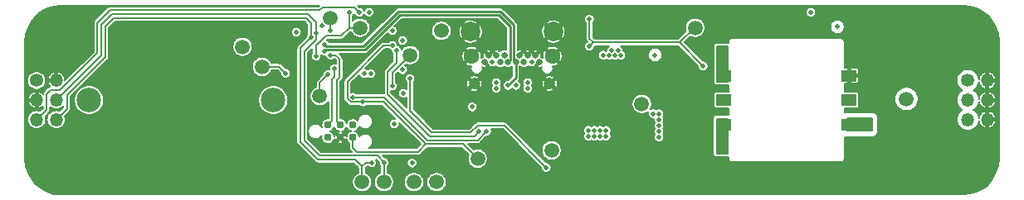
<source format=gbr>
G04 #@! TF.GenerationSoftware,KiCad,Pcbnew,(5.0.2)-1*
G04 #@! TF.CreationDate,2019-02-15T14:25:46-08:00*
G04 #@! TF.ProjectId,nixie_bottom_board,6e697869-655f-4626-9f74-746f6d5f626f,rev?*
G04 #@! TF.SameCoordinates,Original*
G04 #@! TF.FileFunction,Copper,L4,Bot*
G04 #@! TF.FilePolarity,Positive*
%FSLAX46Y46*%
G04 Gerber Fmt 4.6, Leading zero omitted, Abs format (unit mm)*
G04 Created by KiCad (PCBNEW (5.0.2)-1) date 2/15/2019 2:25:46 PM*
%MOMM*%
%LPD*%
G01*
G04 APERTURE LIST*
G04 #@! TA.AperFunction,BGAPad,CuDef*
%ADD10C,1.500000*%
G04 #@! TD*
G04 #@! TA.AperFunction,ComponentPad*
%ADD11C,1.200000*%
G04 #@! TD*
G04 #@! TA.AperFunction,ComponentPad*
%ADD12C,0.650000*%
G04 #@! TD*
G04 #@! TA.AperFunction,ComponentPad*
%ADD13C,2.000000*%
G04 #@! TD*
G04 #@! TA.AperFunction,ComponentPad*
%ADD14C,1.600000*%
G04 #@! TD*
G04 #@! TA.AperFunction,BGAPad,CuDef*
%ADD15C,0.787400*%
G04 #@! TD*
G04 #@! TA.AperFunction,SMDPad,CuDef*
%ADD16R,1.500000X1.170000*%
G04 #@! TD*
G04 #@! TA.AperFunction,ComponentPad*
%ADD17C,1.350000*%
G04 #@! TD*
G04 #@! TA.AperFunction,ComponentPad*
%ADD18O,1.350000X1.350000*%
G04 #@! TD*
G04 #@! TA.AperFunction,ComponentPad*
%ADD19C,0.800000*%
G04 #@! TD*
G04 #@! TA.AperFunction,ComponentPad*
%ADD20C,4.500000*%
G04 #@! TD*
G04 #@! TA.AperFunction,ComponentPad*
%ADD21C,5.000000*%
G04 #@! TD*
G04 #@! TA.AperFunction,ComponentPad*
%ADD22C,2.500000*%
G04 #@! TD*
G04 #@! TA.AperFunction,ViaPad*
%ADD23C,0.508000*%
G04 #@! TD*
G04 #@! TA.AperFunction,Conductor*
%ADD24C,0.200000*%
G04 #@! TD*
G04 #@! TA.AperFunction,Conductor*
%ADD25C,0.250000*%
G04 #@! TD*
G04 #@! TA.AperFunction,Conductor*
%ADD26C,0.150000*%
G04 #@! TD*
G04 APERTURE END LIST*
D10*
G04 #@! TO.P,J13,1*
G04 #@! TO.N,/DAC*
X124500000Y-96600000D03*
G04 #@! TD*
G04 #@! TO.P,J19,1*
G04 #@! TO.N,/UART_TX*
X140000000Y-108400000D03*
G04 #@! TD*
G04 #@! TO.P,J18,1*
G04 #@! TO.N,/NRST*
X146500000Y-106000000D03*
G04 #@! TD*
G04 #@! TO.P,J17,1*
G04 #@! TO.N,/SWO*
X130400000Y-99600000D03*
G04 #@! TD*
G04 #@! TO.P,J16,1*
G04 #@! TO.N,/VBUS*
X163250000Y-100400000D03*
G04 #@! TD*
G04 #@! TO.P,J15,1*
G04 #@! TO.N,/VNIXIE*
X122500000Y-94550000D03*
G04 #@! TD*
G04 #@! TO.P,J14,1*
G04 #@! TO.N,/VDD*
X154050000Y-105150000D03*
G04 #@! TD*
G04 #@! TO.P,J11,1*
G04 #@! TO.N,/SCL*
X136950000Y-108400000D03*
G04 #@! TD*
G04 #@! TO.P,J9,1*
G04 #@! TO.N,/AMP_EN*
X134500000Y-92600000D03*
G04 #@! TD*
G04 #@! TO.P,J8,1*
G04 #@! TO.N,/HV_OUT*
X190250000Y-99900000D03*
G04 #@! TD*
G04 #@! TO.P,J7,1*
G04 #@! TO.N,/HV_EN*
X168700000Y-92600000D03*
G04 #@! TD*
G04 #@! TO.P,J6,1*
G04 #@! TO.N,/ILM*
X142800000Y-92900000D03*
G04 #@! TD*
G04 #@! TO.P,J5,1*
G04 #@! TO.N,/MCO*
X131500000Y-91600000D03*
G04 #@! TD*
G04 #@! TO.P,J12,1*
G04 #@! TO.N,/SDA*
X134700000Y-108400000D03*
G04 #@! TD*
G04 #@! TO.P,J20,1*
G04 #@! TO.N,/UART_RX*
X142300000Y-108400000D03*
G04 #@! TD*
G04 #@! TO.P,J10,1*
G04 #@! TO.N,/32kHz*
X139600000Y-95400000D03*
G04 #@! TD*
D11*
G04 #@! TO.P,J1,S1*
G04 #@! TO.N,/GND*
X146155000Y-98310000D03*
X153845000Y-98310000D03*
D12*
G04 #@! TO.P,J1,B11*
X152400000Y-95410000D03*
G04 #@! TO.P,J1,B10*
X151600000Y-95410000D03*
G04 #@! TO.P,J1,B8*
X150800000Y-95410000D03*
G04 #@! TO.P,J1,B5*
G04 #@! TO.N,/CC2*
X149200000Y-95410000D03*
G04 #@! TO.P,J1,B3*
G04 #@! TO.N,/GND*
X148400000Y-95410000D03*
G04 #@! TO.P,J1,B2*
X147600000Y-95410000D03*
G04 #@! TO.P,J1,B12*
X152800000Y-96110000D03*
G04 #@! TO.P,J1,B9*
G04 #@! TO.N,/VBUS*
X151200000Y-96110000D03*
G04 #@! TO.P,J1,B7*
G04 #@! TO.N,/USB_N*
X150400000Y-96110000D03*
G04 #@! TO.P,J1,B6*
G04 #@! TO.N,/USB_P*
X149600000Y-96110000D03*
G04 #@! TO.P,J1,B4*
G04 #@! TO.N,/VBUS*
X148800000Y-96110000D03*
G04 #@! TO.P,J1,B1*
G04 #@! TO.N,/GND*
X147200000Y-96110000D03*
D13*
G04 #@! TO.P,J1,S1*
X154220000Y-92995000D03*
X145780000Y-92995000D03*
D14*
X145870000Y-95510000D03*
X154130000Y-95510000D03*
G04 #@! TD*
D15*
G04 #@! TO.P,J2,6*
G04 #@! TO.N,/NRST*
X133770000Y-103835000D03*
G04 #@! TO.P,J2,5*
G04 #@! TO.N,/SWO*
X133770000Y-102565000D03*
G04 #@! TO.P,J2,4*
G04 #@! TO.N,/GND*
X132500000Y-103835000D03*
G04 #@! TO.P,J2,3*
G04 #@! TO.N,/SWDIO*
X132500000Y-102565000D03*
G04 #@! TO.P,J2,2*
G04 #@! TO.N,/VDD*
X131230000Y-103835000D03*
G04 #@! TO.P,J2,1*
G04 #@! TO.N,/SWCLK*
X131230000Y-102565000D03*
G04 #@! TD*
D16*
G04 #@! TO.P,T1,1*
G04 #@! TO.N,/GND*
X184400000Y-97500000D03*
G04 #@! TO.P,T1,2*
G04 #@! TO.N,Net-(T1-Pad2)*
X184400000Y-100000000D03*
G04 #@! TO.P,T1,3*
G04 #@! TO.N,Net-(D4-Pad2)*
X184400000Y-102500000D03*
G04 #@! TO.P,T1,4*
G04 #@! TO.N,Net-(Q1-Pad1)*
X171600000Y-102500000D03*
G04 #@! TO.P,T1,6*
G04 #@! TO.N,/HV_IN*
X171600000Y-97500000D03*
G04 #@! TO.P,T1,5*
G04 #@! TO.N,N/C*
X171600000Y-100000000D03*
G04 #@! TD*
D17*
G04 #@! TO.P,J4,1*
G04 #@! TO.N,/VNIXIE*
X101500000Y-98000000D03*
D18*
G04 #@! TO.P,J4,2*
G04 #@! TO.N,/GND*
X103500000Y-98000000D03*
G04 #@! TO.P,J4,3*
X101500000Y-100000000D03*
G04 #@! TO.P,J4,4*
G04 #@! TO.N,/SCL*
X103500000Y-100000000D03*
G04 #@! TO.P,J4,5*
G04 #@! TO.N,/NIXIE_EN*
X101500000Y-102000000D03*
G04 #@! TO.P,J4,6*
G04 #@! TO.N,/SDA*
X103500000Y-102000000D03*
G04 #@! TD*
D17*
G04 #@! TO.P,J3,1*
G04 #@! TO.N,/HV_OUT*
X196500000Y-98000000D03*
D18*
G04 #@! TO.P,J3,2*
G04 #@! TO.N,/GND*
X198500000Y-98000000D03*
G04 #@! TO.P,J3,3*
G04 #@! TO.N,/HV_OUT*
X196500000Y-100000000D03*
G04 #@! TO.P,J3,4*
G04 #@! TO.N,/GND*
X198500000Y-100000000D03*
G04 #@! TO.P,J3,5*
G04 #@! TO.N,/HV_OUT*
X196500000Y-102000000D03*
G04 #@! TO.P,J3,6*
G04 #@! TO.N,/GND*
X198500000Y-102000000D03*
G04 #@! TD*
D19*
G04 #@! TO.P,MH1,1*
G04 #@! TO.N,/GND*
X104237437Y-91862563D03*
X104750000Y-93100000D03*
X104237437Y-94337437D03*
X103000000Y-94850000D03*
X101762563Y-94337437D03*
X101250000Y-93100000D03*
X101762563Y-91862563D03*
X103000000Y-91350000D03*
D20*
X103000000Y-93100000D03*
G04 #@! TD*
G04 #@! TO.P,MH2,1*
G04 #@! TO.N,/GND*
X103000000Y-107000000D03*
D19*
X103000000Y-105250000D03*
X101762563Y-105762563D03*
X101250000Y-107000000D03*
X101762563Y-108237437D03*
X103000000Y-108750000D03*
X104237437Y-108237437D03*
X104750000Y-107000000D03*
X104237437Y-105762563D03*
G04 #@! TD*
G04 #@! TO.P,MH3,1*
G04 #@! TO.N,/GND*
X198237437Y-91762563D03*
X198750000Y-93000000D03*
X198237437Y-94237437D03*
X197000000Y-94750000D03*
X195762563Y-94237437D03*
X195250000Y-93000000D03*
X195762563Y-91762563D03*
X197000000Y-91250000D03*
D20*
X197000000Y-93000000D03*
G04 #@! TD*
G04 #@! TO.P,MH4,1*
G04 #@! TO.N,/GND*
X197000000Y-107200000D03*
D19*
X197000000Y-105450000D03*
X195762563Y-105962563D03*
X195250000Y-107200000D03*
X195762563Y-108437437D03*
X197000000Y-108950000D03*
X198237437Y-108437437D03*
X198750000Y-107200000D03*
X198237437Y-105962563D03*
G04 #@! TD*
D21*
G04 #@! TO.P,MH6,1*
G04 #@! TO.N,/GND*
X157000000Y-100000000D03*
D19*
X158875000Y-100000000D03*
X158325825Y-101325825D03*
X157000000Y-101875000D03*
X155674175Y-101325825D03*
X155125000Y-100000000D03*
X155674175Y-98674175D03*
X157000000Y-98125000D03*
X158325825Y-98674175D03*
G04 #@! TD*
G04 #@! TO.P,MH5,1*
G04 #@! TO.N,/GND*
X144325825Y-98674175D03*
X143000000Y-98125000D03*
X141674175Y-98674175D03*
X141125000Y-100000000D03*
X141674175Y-101325825D03*
X143000000Y-101875000D03*
X144325825Y-101325825D03*
X144875000Y-100000000D03*
D21*
X143000000Y-100000000D03*
G04 #@! TD*
D22*
G04 #@! TO.P,BT1,*
G04 #@! TO.N,*
X106850000Y-100000000D03*
G04 #@! TO.P,BT1,1*
G04 #@! TO.N,Net-(BT1-Pad1)*
X125650000Y-100000000D03*
G04 #@! TD*
D23*
G04 #@! TO.N,Net-(Q1-Pad1)*
X171200000Y-105200000D03*
X171800000Y-105200000D03*
X171200000Y-104600000D03*
X171800000Y-104600000D03*
X171200000Y-104000000D03*
X171800000Y-104000000D03*
X171200000Y-103400000D03*
X171800000Y-103400000D03*
X171200000Y-102800000D03*
X171800000Y-102800000D03*
X171200000Y-102200000D03*
X171800000Y-102200000D03*
G04 #@! TO.N,/HV_OUT*
X164600000Y-95400000D03*
X190250000Y-99900000D03*
X183200000Y-92500000D03*
G04 #@! TO.N,/VDD*
X130600000Y-92400000D03*
X139800000Y-106450000D03*
X145950000Y-100700000D03*
X128000000Y-93050000D03*
X159600000Y-103100000D03*
X159000000Y-103100000D03*
X158400000Y-103100000D03*
X157800000Y-103100000D03*
X138850000Y-93900000D03*
X159600000Y-103700000D03*
X159000000Y-103700000D03*
X157800000Y-103700000D03*
X158400000Y-103700000D03*
X131230000Y-103835000D03*
X138900000Y-99300000D03*
X138000000Y-102450000D03*
X154050000Y-105150000D03*
X138850000Y-96900000D03*
G04 #@! TO.N,/GND*
X152200000Y-104500000D03*
G04 #@! TO.N,/VNIXIE*
X122500000Y-94550000D03*
G04 #@! TO.N,/SCL*
X130000000Y-93100000D03*
X136950000Y-106400000D03*
G04 #@! TO.N,/SDA*
X129500000Y-93600000D03*
X135675000Y-106400000D03*
G04 #@! TO.N,/HV_EN*
X169500000Y-96500000D03*
X157900000Y-94500000D03*
X157900000Y-91700000D03*
G04 #@! TO.N,/SWO*
X131225000Y-97400000D03*
X133770000Y-102565000D03*
G04 #@! TO.N,/NRST*
X137800000Y-94400000D03*
X146500000Y-106000000D03*
X134800000Y-100200000D03*
G04 #@! TO.N,/DAC*
X135400000Y-91000000D03*
X126900000Y-97250000D03*
G04 #@! TO.N,/USB_N*
X149600000Y-98500000D03*
X130900000Y-94325000D03*
G04 #@! TO.N,/USB_P*
X130900000Y-94975000D03*
X150400000Y-98500000D03*
G04 #@! TO.N,Net-(D4-Pad2)*
X184000000Y-102800000D03*
X184600000Y-102800000D03*
X185800000Y-102800000D03*
X186400000Y-102800000D03*
X186400000Y-102200000D03*
X185800000Y-102200000D03*
X184600000Y-102200000D03*
X184000000Y-102200000D03*
X185200000Y-102200000D03*
X185200000Y-102800000D03*
G04 #@! TO.N,/SWDIO*
X131500000Y-95400000D03*
G04 #@! TO.N,/SWCLK*
X131875000Y-96800000D03*
G04 #@! TO.N,/HV_IN*
X171800000Y-94800000D03*
X171200000Y-94800000D03*
X171200000Y-95400000D03*
X171800000Y-95400000D03*
X171800000Y-97200000D03*
X171800000Y-97800000D03*
X171200000Y-97200000D03*
X171200000Y-97800000D03*
X171800000Y-96600000D03*
X171200000Y-96600000D03*
X171200000Y-96000000D03*
X171800000Y-96000000D03*
G04 #@! TO.N,/USB*
X147400000Y-103200000D03*
X133775000Y-99700000D03*
G04 #@! TO.N,/ILM*
X142800000Y-92900000D03*
G04 #@! TO.N,/32kHz*
X137800000Y-98550000D03*
X139600000Y-95400000D03*
G04 #@! TO.N,/AMP_EN*
X130000000Y-95500000D03*
X133400000Y-91000000D03*
G04 #@! TO.N,/NIXIE_EN*
X134400000Y-91000000D03*
G04 #@! TO.N,/MCO*
X131500000Y-92900000D03*
G04 #@! TO.N,/LED*
X138200000Y-94900000D03*
X146650000Y-103200000D03*
G04 #@! TO.N,Net-(R2-Pad1)*
X153500000Y-106900000D03*
X139600000Y-97800000D03*
G04 #@! TO.N,Net-(R20-Pad2)*
X137800000Y-92900000D03*
X180500000Y-91000000D03*
G04 #@! TO.N,/GND*
X134500000Y-93800000D03*
X133900000Y-93800000D03*
X133300000Y-93800000D03*
X134500000Y-95500000D03*
X133900000Y-95500000D03*
X133300000Y-95500000D03*
X171900000Y-101300000D03*
X171300000Y-101300000D03*
X167687500Y-99668750D03*
X168512500Y-99668750D03*
X168512500Y-98956250D03*
X167687500Y-98956250D03*
X167687500Y-98243750D03*
X168512500Y-98243750D03*
X168512500Y-97531250D03*
X167687500Y-97531250D03*
X128000000Y-92250000D03*
X166350000Y-100800000D03*
X165750000Y-100800000D03*
X164600000Y-99750000D03*
X164500000Y-92800000D03*
X162100000Y-95200000D03*
X162700000Y-95200000D03*
X163300000Y-95200000D03*
X130900000Y-96300000D03*
X157900000Y-106700000D03*
X158500000Y-106700000D03*
X159100000Y-106700000D03*
X159700000Y-106700000D03*
X163000000Y-105000000D03*
X163000000Y-105600000D03*
X163000000Y-106200000D03*
X163000000Y-106800000D03*
X163000000Y-107400000D03*
X165100000Y-92800000D03*
X164500000Y-93400000D03*
X165100000Y-93400000D03*
X150000000Y-100700000D03*
X165850000Y-96150000D03*
X166450000Y-96150000D03*
X166450000Y-95550000D03*
X165850000Y-95550000D03*
X151700000Y-102550000D03*
X172600000Y-93500000D03*
X173200000Y-93500000D03*
X173800000Y-93500000D03*
X157900000Y-106100000D03*
X159100000Y-106100000D03*
X159700000Y-106100000D03*
X158500000Y-106100000D03*
X132500000Y-103835000D03*
X174400000Y-93500000D03*
X137000000Y-96500000D03*
X141000000Y-96100000D03*
G04 #@! TO.N,/VBUS*
X165000000Y-101400000D03*
X164400000Y-101400000D03*
X165000000Y-102000000D03*
X165000000Y-102600000D03*
X165000000Y-103200000D03*
X160200000Y-94900000D03*
X159300000Y-95400000D03*
X159900000Y-95400000D03*
X160500000Y-95400000D03*
X161100000Y-95400000D03*
X160800000Y-94900000D03*
X151600000Y-98200000D03*
X151600000Y-98800000D03*
X148400000Y-98200000D03*
X148400000Y-98800000D03*
X148000000Y-96100000D03*
X165000000Y-103800000D03*
X152000000Y-96100000D03*
X163250000Y-100400000D03*
G04 #@! TO.N,/UART_TX*
X134900000Y-97300000D03*
X140000000Y-108400000D03*
G04 #@! TO.N,/UART_RX*
X135600000Y-97300000D03*
X142300000Y-108400000D03*
G04 #@! TD*
D24*
G04 #@! TO.N,/SCL*
X130000000Y-92000000D02*
X130000000Y-93100000D01*
X129200000Y-91200000D02*
X130000000Y-92000000D01*
X109200000Y-91200000D02*
X129200000Y-91200000D01*
X108100000Y-92300000D02*
X109200000Y-91200000D01*
X103500000Y-100000000D02*
X108100000Y-95400000D01*
X108100000Y-95400000D02*
X108100000Y-92300000D01*
X130000000Y-93800000D02*
X128800000Y-95000000D01*
X130000000Y-93100000D02*
X130000000Y-93800000D01*
X128800000Y-95000000D02*
X128800000Y-104100000D01*
X128800000Y-104100000D02*
X130400000Y-105700000D01*
X130400000Y-105700000D02*
X136250000Y-105700000D01*
X136950000Y-108400000D02*
X136950000Y-106400000D01*
X136250000Y-105700000D02*
X136950000Y-106400000D01*
G04 #@! TO.N,/SDA*
X129000000Y-91600000D02*
X129500000Y-92100000D01*
X104600000Y-100900000D02*
X104600000Y-99500000D01*
X103500000Y-102000000D02*
X104600000Y-100900000D01*
X104600000Y-99500000D02*
X108500000Y-95600000D01*
X129500000Y-92100000D02*
X129500000Y-93600000D01*
X108500000Y-95600000D02*
X108500000Y-92500000D01*
X108500000Y-92500000D02*
X109400000Y-91600000D01*
X109400000Y-91600000D02*
X129000000Y-91600000D01*
X128400000Y-104300000D02*
X130200000Y-106100000D01*
X128400000Y-94700000D02*
X128400000Y-104300000D01*
X129500000Y-93600000D02*
X128400000Y-94700000D01*
X134700000Y-106800000D02*
X134000000Y-106100000D01*
X134700000Y-108400000D02*
X134700000Y-106800000D01*
X130200000Y-106100000D02*
X134000000Y-106100000D01*
X135100000Y-106400000D02*
X134700000Y-106800000D01*
X135675000Y-106400000D02*
X135100000Y-106400000D01*
G04 #@! TO.N,/HV_EN*
X168200000Y-92600000D02*
X168100000Y-92600000D01*
X167100000Y-94100000D02*
X169500000Y-96500000D01*
X168600000Y-92600000D02*
X168700000Y-92600000D01*
X167100000Y-94100000D02*
X168600000Y-92600000D01*
X158300000Y-94100000D02*
X167100000Y-94100000D01*
X157900000Y-94500000D02*
X158300000Y-94100000D01*
X157900000Y-91700000D02*
X157900000Y-93700000D01*
X157900000Y-93700000D02*
X158300000Y-94100000D01*
G04 #@! TO.N,/SWO*
X131225000Y-97400000D02*
X130400000Y-98225000D01*
X130400000Y-99600000D02*
X130400000Y-98225000D01*
G04 #@! TO.N,/NRST*
X136900000Y-94400000D02*
X137800000Y-94400000D01*
X133200000Y-98100000D02*
X136900000Y-94400000D01*
X133200000Y-99865000D02*
X133200000Y-98100000D01*
X134800000Y-100200000D02*
X133535000Y-100200000D01*
X133535000Y-100200000D02*
X133200000Y-99865000D01*
X134800000Y-100200000D02*
X136900000Y-100200000D01*
X133770000Y-104870000D02*
X134200000Y-105300000D01*
X133770000Y-103835000D02*
X133770000Y-104870000D01*
X145000000Y-104500000D02*
X141200000Y-104500000D01*
X146500000Y-106000000D02*
X145000000Y-104500000D01*
X136900000Y-100200000D02*
X141200000Y-104500000D01*
X140400000Y-105300000D02*
X134200000Y-105300000D01*
X141200000Y-104500000D02*
X140400000Y-105300000D01*
G04 #@! TO.N,/DAC*
X124650000Y-96450000D02*
X124500000Y-96600000D01*
X126250000Y-96600000D02*
X124500000Y-96600000D01*
X126900000Y-97250000D02*
X126250000Y-96600000D01*
D25*
G04 #@! TO.N,/USB_N*
X150400000Y-97700000D02*
X150400000Y-96110000D01*
X149600000Y-98500000D02*
X150400000Y-97700000D01*
X150188500Y-95898500D02*
X150400000Y-96110000D01*
X150188500Y-92321920D02*
X150188500Y-95898500D01*
X148778080Y-90911500D02*
X150188500Y-92321920D01*
X130900000Y-94325000D02*
X131036500Y-94461500D01*
X131036500Y-94461500D02*
X134871920Y-94461500D01*
X134871920Y-94461500D02*
X138421920Y-90911500D01*
X138421920Y-90911500D02*
X148778080Y-90911500D01*
G04 #@! TO.N,/USB_P*
X149811500Y-95898500D02*
X149600000Y-96110000D01*
X149811500Y-92478080D02*
X149811500Y-95898500D01*
X148621920Y-91288500D02*
X149811500Y-92478080D01*
X138578080Y-91288500D02*
X148621920Y-91288500D01*
X135028080Y-94838500D02*
X138578080Y-91288500D01*
X130900000Y-94975000D02*
X131036500Y-94838500D01*
X131036500Y-94838500D02*
X135028080Y-94838500D01*
D24*
G04 #@! TO.N,/SWDIO*
X132000000Y-95400000D02*
X131500000Y-95400000D01*
X132400000Y-95800000D02*
X132000000Y-95400000D01*
X132400000Y-97700000D02*
X132400000Y-95800000D01*
X132100000Y-98000000D02*
X132400000Y-97700000D01*
X132500000Y-102565000D02*
X132100000Y-102165000D01*
X132100000Y-102165000D02*
X132100000Y-98000000D01*
G04 #@! TO.N,/SWCLK*
X131875000Y-97625000D02*
X131875000Y-96800000D01*
X131650000Y-97850000D02*
X131875000Y-97625000D01*
X131230000Y-102565000D02*
X131650000Y-102145000D01*
X131650000Y-102145000D02*
X131650000Y-97850000D01*
G04 #@! TO.N,/USB*
X146500000Y-104100000D02*
X147400000Y-103200000D01*
X141400000Y-104100000D02*
X146500000Y-104100000D01*
X137000000Y-99700000D02*
X141400000Y-104100000D01*
X133775000Y-99700000D02*
X137000000Y-99700000D01*
G04 #@! TO.N,/32kHz*
X137800000Y-97200000D02*
X139600000Y-95400000D01*
X137800000Y-98550000D02*
X137800000Y-97200000D01*
G04 #@! TO.N,/AMP_EN*
X133400000Y-92600000D02*
X133400000Y-91000000D01*
X134500000Y-92600000D02*
X133400000Y-92600000D01*
X132600000Y-93400000D02*
X133400000Y-92600000D01*
X131000000Y-93400000D02*
X132600000Y-93400000D01*
X130000000Y-95500000D02*
X130000000Y-94400000D01*
X130000000Y-94400000D02*
X131000000Y-93400000D01*
G04 #@! TO.N,/NIXIE_EN*
X130700000Y-90500000D02*
X133900000Y-90500000D01*
X130400000Y-90800000D02*
X130700000Y-90500000D01*
X109000000Y-90800000D02*
X130400000Y-90800000D01*
X102500000Y-101000000D02*
X102500000Y-99400000D01*
X107700000Y-92100000D02*
X109000000Y-90800000D01*
X101500000Y-102000000D02*
X102500000Y-101000000D01*
X102500000Y-99400000D02*
X102900000Y-99000000D01*
X133900000Y-90500000D02*
X134400000Y-91000000D01*
X102900000Y-99000000D02*
X103900000Y-99000000D01*
X103900000Y-99000000D02*
X107700000Y-95200000D01*
X107700000Y-95200000D02*
X107700000Y-92100000D01*
G04 #@! TO.N,/MCO*
X131500000Y-92900000D02*
X131500000Y-91600000D01*
G04 #@! TO.N,/LED*
X146150000Y-103700000D02*
X146650000Y-103200000D01*
X141600000Y-103700000D02*
X146150000Y-103700000D01*
X137300000Y-99400000D02*
X141600000Y-103700000D01*
X137300000Y-97100000D02*
X137300000Y-99400000D01*
X138200000Y-94900000D02*
X138200000Y-96200000D01*
X138200000Y-96200000D02*
X137300000Y-97100000D01*
G04 #@! TO.N,Net-(R2-Pad1)*
X139600000Y-101100000D02*
X139600000Y-97800000D01*
X141800000Y-103300000D02*
X139600000Y-101100000D01*
X145800000Y-103300000D02*
X141800000Y-103300000D01*
X153500000Y-106900000D02*
X149200000Y-102600000D01*
X146500000Y-102600000D02*
X145800000Y-103300000D01*
X149200000Y-102600000D02*
X146500000Y-102600000D01*
G04 #@! TD*
D26*
G04 #@! TO.N,/GND*
G36*
X130244671Y-90425000D02*
X109018416Y-90425000D01*
X109000000Y-90423186D01*
X108981584Y-90425000D01*
X108981581Y-90425000D01*
X108926487Y-90430426D01*
X108855800Y-90451869D01*
X108838433Y-90461152D01*
X108790653Y-90486690D01*
X108762779Y-90509566D01*
X108733552Y-90533552D01*
X108721810Y-90547860D01*
X107447862Y-91821809D01*
X107433553Y-91833552D01*
X107415960Y-91854989D01*
X107386691Y-91890654D01*
X107355969Y-91948131D01*
X107351870Y-91955800D01*
X107339876Y-91995340D01*
X107330427Y-92026488D01*
X107323186Y-92100000D01*
X107325001Y-92118426D01*
X107325000Y-95044670D01*
X104400000Y-97969671D01*
X104400000Y-97874998D01*
X104334439Y-97874998D01*
X104360750Y-97737113D01*
X104294538Y-97577242D01*
X104196795Y-97430359D01*
X104072275Y-97305367D01*
X103925763Y-97207069D01*
X103762889Y-97139243D01*
X103625000Y-97164965D01*
X103625000Y-97875000D01*
X103645000Y-97875000D01*
X103645000Y-98125000D01*
X103625000Y-98125000D01*
X103625000Y-98145000D01*
X103375000Y-98145000D01*
X103375000Y-98125000D01*
X102665561Y-98125000D01*
X102639250Y-98262887D01*
X102705462Y-98422758D01*
X102803205Y-98569641D01*
X102860430Y-98627083D01*
X102826487Y-98630426D01*
X102755800Y-98651869D01*
X102755798Y-98651870D01*
X102690652Y-98686691D01*
X102669191Y-98704304D01*
X102633552Y-98733552D01*
X102621810Y-98747860D01*
X102247861Y-99121810D01*
X102233553Y-99133552D01*
X102221811Y-99147860D01*
X102186691Y-99190654D01*
X102165016Y-99231206D01*
X102151870Y-99255800D01*
X102130879Y-99324999D01*
X102130427Y-99326488D01*
X102127088Y-99360388D01*
X102072275Y-99305367D01*
X101925763Y-99207069D01*
X101762889Y-99139243D01*
X101625000Y-99164965D01*
X101625000Y-99875000D01*
X101645000Y-99875000D01*
X101645000Y-100125000D01*
X101625000Y-100125000D01*
X101625000Y-100835035D01*
X101762889Y-100860757D01*
X101925763Y-100792931D01*
X102072275Y-100694633D01*
X102125000Y-100641708D01*
X102125000Y-100844670D01*
X101854792Y-101114878D01*
X101686232Y-101063746D01*
X101546665Y-101050000D01*
X101453335Y-101050000D01*
X101313768Y-101063746D01*
X101134692Y-101118068D01*
X100969655Y-101206282D01*
X100824999Y-101324999D01*
X100706282Y-101469655D01*
X100618068Y-101634692D01*
X100563746Y-101813768D01*
X100545404Y-102000000D01*
X100563746Y-102186232D01*
X100618068Y-102365308D01*
X100706282Y-102530345D01*
X100824999Y-102675001D01*
X100969655Y-102793718D01*
X101134692Y-102881932D01*
X101313768Y-102936254D01*
X101453335Y-102950000D01*
X101546665Y-102950000D01*
X101686232Y-102936254D01*
X101865308Y-102881932D01*
X102030345Y-102793718D01*
X102175001Y-102675001D01*
X102293718Y-102530345D01*
X102381932Y-102365308D01*
X102436254Y-102186232D01*
X102454596Y-102000000D01*
X102436254Y-101813768D01*
X102385122Y-101645208D01*
X102752140Y-101278190D01*
X102766448Y-101266448D01*
X102786423Y-101242108D01*
X102813310Y-101209347D01*
X102843886Y-101152141D01*
X102848131Y-101144200D01*
X102869574Y-101073513D01*
X102875000Y-101018419D01*
X102875000Y-101018416D01*
X102876814Y-101000000D01*
X102875000Y-100981584D01*
X102875000Y-100716036D01*
X102969655Y-100793718D01*
X103134692Y-100881932D01*
X103313768Y-100936254D01*
X103453335Y-100950000D01*
X103546665Y-100950000D01*
X103686232Y-100936254D01*
X103865308Y-100881932D01*
X104030345Y-100793718D01*
X104175001Y-100675001D01*
X104225000Y-100614077D01*
X104225000Y-100744670D01*
X103854792Y-101114878D01*
X103686232Y-101063746D01*
X103546665Y-101050000D01*
X103453335Y-101050000D01*
X103313768Y-101063746D01*
X103134692Y-101118068D01*
X102969655Y-101206282D01*
X102824999Y-101324999D01*
X102706282Y-101469655D01*
X102618068Y-101634692D01*
X102563746Y-101813768D01*
X102545404Y-102000000D01*
X102563746Y-102186232D01*
X102618068Y-102365308D01*
X102706282Y-102530345D01*
X102824999Y-102675001D01*
X102969655Y-102793718D01*
X103134692Y-102881932D01*
X103313768Y-102936254D01*
X103453335Y-102950000D01*
X103546665Y-102950000D01*
X103686232Y-102936254D01*
X103865308Y-102881932D01*
X104030345Y-102793718D01*
X104175001Y-102675001D01*
X104293718Y-102530345D01*
X104381932Y-102365308D01*
X104436254Y-102186232D01*
X104454596Y-102000000D01*
X104436254Y-101813768D01*
X104385122Y-101645208D01*
X104852140Y-101178190D01*
X104866448Y-101166448D01*
X104913309Y-101109347D01*
X104948131Y-101044200D01*
X104969574Y-100973513D01*
X104975000Y-100918419D01*
X104975000Y-100918416D01*
X104976814Y-100900000D01*
X104975000Y-100881584D01*
X104975000Y-99849801D01*
X105325000Y-99849801D01*
X105325000Y-100150199D01*
X105383605Y-100444826D01*
X105498562Y-100722358D01*
X105665455Y-100972131D01*
X105877869Y-101184545D01*
X106127642Y-101351438D01*
X106405174Y-101466395D01*
X106699801Y-101525000D01*
X107000199Y-101525000D01*
X107294826Y-101466395D01*
X107572358Y-101351438D01*
X107822131Y-101184545D01*
X108034545Y-100972131D01*
X108201438Y-100722358D01*
X108316395Y-100444826D01*
X108375000Y-100150199D01*
X108375000Y-99849801D01*
X124125000Y-99849801D01*
X124125000Y-100150199D01*
X124183605Y-100444826D01*
X124298562Y-100722358D01*
X124465455Y-100972131D01*
X124677869Y-101184545D01*
X124927642Y-101351438D01*
X125205174Y-101466395D01*
X125499801Y-101525000D01*
X125800199Y-101525000D01*
X126094826Y-101466395D01*
X126372358Y-101351438D01*
X126622131Y-101184545D01*
X126834545Y-100972131D01*
X127001438Y-100722358D01*
X127116395Y-100444826D01*
X127175000Y-100150199D01*
X127175000Y-99849801D01*
X127116395Y-99555174D01*
X127001438Y-99277642D01*
X126834545Y-99027869D01*
X126622131Y-98815455D01*
X126372358Y-98648562D01*
X126094826Y-98533605D01*
X125800199Y-98475000D01*
X125499801Y-98475000D01*
X125205174Y-98533605D01*
X124927642Y-98648562D01*
X124677869Y-98815455D01*
X124465455Y-99027869D01*
X124298562Y-99277642D01*
X124183605Y-99555174D01*
X124125000Y-99849801D01*
X108375000Y-99849801D01*
X108316395Y-99555174D01*
X108201438Y-99277642D01*
X108034545Y-99027869D01*
X107822131Y-98815455D01*
X107572358Y-98648562D01*
X107294826Y-98533605D01*
X107000199Y-98475000D01*
X106699801Y-98475000D01*
X106405174Y-98533605D01*
X106127642Y-98648562D01*
X105877869Y-98815455D01*
X105665455Y-99027869D01*
X105498562Y-99277642D01*
X105383605Y-99555174D01*
X105325000Y-99849801D01*
X104975000Y-99849801D01*
X104975000Y-99655329D01*
X108131283Y-96499046D01*
X123475000Y-96499046D01*
X123475000Y-96700954D01*
X123514390Y-96898982D01*
X123591656Y-97085520D01*
X123703830Y-97253400D01*
X123846600Y-97396170D01*
X124014480Y-97508344D01*
X124201018Y-97585610D01*
X124399046Y-97625000D01*
X124600954Y-97625000D01*
X124798982Y-97585610D01*
X124985520Y-97508344D01*
X125153400Y-97396170D01*
X125296170Y-97253400D01*
X125408344Y-97085520D01*
X125454123Y-96975000D01*
X126094671Y-96975000D01*
X126371000Y-97251330D01*
X126371000Y-97302102D01*
X126391329Y-97404304D01*
X126431206Y-97500576D01*
X126489099Y-97587218D01*
X126562782Y-97660901D01*
X126649424Y-97718794D01*
X126745696Y-97758671D01*
X126847898Y-97779000D01*
X126952102Y-97779000D01*
X127054304Y-97758671D01*
X127150576Y-97718794D01*
X127237218Y-97660901D01*
X127310901Y-97587218D01*
X127368794Y-97500576D01*
X127408671Y-97404304D01*
X127429000Y-97302102D01*
X127429000Y-97197898D01*
X127408671Y-97095696D01*
X127368794Y-96999424D01*
X127310901Y-96912782D01*
X127237218Y-96839099D01*
X127150576Y-96781206D01*
X127054304Y-96741329D01*
X126952102Y-96721000D01*
X126901330Y-96721000D01*
X126528195Y-96347866D01*
X126516448Y-96333552D01*
X126459347Y-96286691D01*
X126394200Y-96251869D01*
X126323513Y-96230426D01*
X126268419Y-96225000D01*
X126268416Y-96225000D01*
X126250000Y-96223186D01*
X126231584Y-96225000D01*
X125454123Y-96225000D01*
X125408344Y-96114480D01*
X125296170Y-95946600D01*
X125153400Y-95803830D01*
X124985520Y-95691656D01*
X124798982Y-95614390D01*
X124600954Y-95575000D01*
X124399046Y-95575000D01*
X124201018Y-95614390D01*
X124014480Y-95691656D01*
X123846600Y-95803830D01*
X123703830Y-95946600D01*
X123591656Y-96114480D01*
X123514390Y-96301018D01*
X123475000Y-96499046D01*
X108131283Y-96499046D01*
X108752140Y-95878190D01*
X108766448Y-95866448D01*
X108813309Y-95809347D01*
X108848131Y-95744200D01*
X108869574Y-95673513D01*
X108875000Y-95618419D01*
X108875000Y-95618416D01*
X108876814Y-95600000D01*
X108875000Y-95581584D01*
X108875000Y-94449046D01*
X121475000Y-94449046D01*
X121475000Y-94650954D01*
X121514390Y-94848982D01*
X121591656Y-95035520D01*
X121703830Y-95203400D01*
X121846600Y-95346170D01*
X122014480Y-95458344D01*
X122201018Y-95535610D01*
X122399046Y-95575000D01*
X122600954Y-95575000D01*
X122798982Y-95535610D01*
X122985520Y-95458344D01*
X123153400Y-95346170D01*
X123296170Y-95203400D01*
X123408344Y-95035520D01*
X123485610Y-94848982D01*
X123525000Y-94650954D01*
X123525000Y-94449046D01*
X123485610Y-94251018D01*
X123408344Y-94064480D01*
X123296170Y-93896600D01*
X123153400Y-93753830D01*
X122985520Y-93641656D01*
X122798982Y-93564390D01*
X122600954Y-93525000D01*
X122399046Y-93525000D01*
X122201018Y-93564390D01*
X122014480Y-93641656D01*
X121846600Y-93753830D01*
X121703830Y-93896600D01*
X121591656Y-94064480D01*
X121514390Y-94251018D01*
X121475000Y-94449046D01*
X108875000Y-94449046D01*
X108875000Y-92997898D01*
X127471000Y-92997898D01*
X127471000Y-93102102D01*
X127491329Y-93204304D01*
X127531206Y-93300576D01*
X127589099Y-93387218D01*
X127662782Y-93460901D01*
X127749424Y-93518794D01*
X127845696Y-93558671D01*
X127947898Y-93579000D01*
X128052102Y-93579000D01*
X128154304Y-93558671D01*
X128250576Y-93518794D01*
X128337218Y-93460901D01*
X128410901Y-93387218D01*
X128468794Y-93300576D01*
X128508671Y-93204304D01*
X128529000Y-93102102D01*
X128529000Y-92997898D01*
X128508671Y-92895696D01*
X128468794Y-92799424D01*
X128410901Y-92712782D01*
X128337218Y-92639099D01*
X128250576Y-92581206D01*
X128154304Y-92541329D01*
X128052102Y-92521000D01*
X127947898Y-92521000D01*
X127845696Y-92541329D01*
X127749424Y-92581206D01*
X127662782Y-92639099D01*
X127589099Y-92712782D01*
X127531206Y-92799424D01*
X127491329Y-92895696D01*
X127471000Y-92997898D01*
X108875000Y-92997898D01*
X108875000Y-92655329D01*
X109555330Y-91975000D01*
X128844671Y-91975000D01*
X129125000Y-92255330D01*
X129125001Y-93226880D01*
X129089099Y-93262782D01*
X129031206Y-93349424D01*
X128991329Y-93445696D01*
X128971000Y-93547898D01*
X128971000Y-93598670D01*
X128147866Y-94421805D01*
X128133552Y-94433552D01*
X128086691Y-94490654D01*
X128051869Y-94555801D01*
X128030426Y-94626488D01*
X128025334Y-94678189D01*
X128023186Y-94700000D01*
X128025000Y-94718416D01*
X128025001Y-104281574D01*
X128023186Y-104300000D01*
X128029490Y-104364000D01*
X128030427Y-104373513D01*
X128043602Y-104416945D01*
X128051870Y-104444200D01*
X128086331Y-104508671D01*
X128086692Y-104509347D01*
X128133553Y-104566448D01*
X128147862Y-104578191D01*
X129921809Y-106352139D01*
X129933552Y-106366448D01*
X129951992Y-106381581D01*
X129990652Y-106413309D01*
X130055798Y-106448130D01*
X130055800Y-106448131D01*
X130126487Y-106469574D01*
X130181581Y-106475000D01*
X130181583Y-106475000D01*
X130199999Y-106476814D01*
X130218415Y-106475000D01*
X133844671Y-106475000D01*
X134325001Y-106955331D01*
X134325001Y-107445877D01*
X134214480Y-107491656D01*
X134046600Y-107603830D01*
X133903830Y-107746600D01*
X133791656Y-107914480D01*
X133714390Y-108101018D01*
X133675000Y-108299046D01*
X133675000Y-108500954D01*
X133714390Y-108698982D01*
X133791656Y-108885520D01*
X133903830Y-109053400D01*
X134046600Y-109196170D01*
X134214480Y-109308344D01*
X134401018Y-109385610D01*
X134599046Y-109425000D01*
X134800954Y-109425000D01*
X134998982Y-109385610D01*
X135185520Y-109308344D01*
X135353400Y-109196170D01*
X135496170Y-109053400D01*
X135608344Y-108885520D01*
X135685610Y-108698982D01*
X135725000Y-108500954D01*
X135725000Y-108299046D01*
X135685610Y-108101018D01*
X135608344Y-107914480D01*
X135496170Y-107746600D01*
X135353400Y-107603830D01*
X135185520Y-107491656D01*
X135075000Y-107445877D01*
X135075000Y-106955329D01*
X135255330Y-106775000D01*
X135301881Y-106775000D01*
X135337782Y-106810901D01*
X135424424Y-106868794D01*
X135520696Y-106908671D01*
X135622898Y-106929000D01*
X135727102Y-106929000D01*
X135829304Y-106908671D01*
X135925576Y-106868794D01*
X136012218Y-106810901D01*
X136085901Y-106737218D01*
X136143794Y-106650576D01*
X136183671Y-106554304D01*
X136204000Y-106452102D01*
X136204000Y-106347898D01*
X136183671Y-106245696D01*
X136143794Y-106149424D01*
X136094065Y-106075000D01*
X136094671Y-106075000D01*
X136421000Y-106401330D01*
X136421000Y-106452102D01*
X136441329Y-106554304D01*
X136481206Y-106650576D01*
X136539099Y-106737218D01*
X136575001Y-106773120D01*
X136575000Y-107445877D01*
X136464480Y-107491656D01*
X136296600Y-107603830D01*
X136153830Y-107746600D01*
X136041656Y-107914480D01*
X135964390Y-108101018D01*
X135925000Y-108299046D01*
X135925000Y-108500954D01*
X135964390Y-108698982D01*
X136041656Y-108885520D01*
X136153830Y-109053400D01*
X136296600Y-109196170D01*
X136464480Y-109308344D01*
X136651018Y-109385610D01*
X136849046Y-109425000D01*
X137050954Y-109425000D01*
X137248982Y-109385610D01*
X137435520Y-109308344D01*
X137603400Y-109196170D01*
X137746170Y-109053400D01*
X137858344Y-108885520D01*
X137935610Y-108698982D01*
X137975000Y-108500954D01*
X137975000Y-108299046D01*
X138975000Y-108299046D01*
X138975000Y-108500954D01*
X139014390Y-108698982D01*
X139091656Y-108885520D01*
X139203830Y-109053400D01*
X139346600Y-109196170D01*
X139514480Y-109308344D01*
X139701018Y-109385610D01*
X139899046Y-109425000D01*
X140100954Y-109425000D01*
X140298982Y-109385610D01*
X140485520Y-109308344D01*
X140653400Y-109196170D01*
X140796170Y-109053400D01*
X140908344Y-108885520D01*
X140985610Y-108698982D01*
X141025000Y-108500954D01*
X141025000Y-108299046D01*
X141275000Y-108299046D01*
X141275000Y-108500954D01*
X141314390Y-108698982D01*
X141391656Y-108885520D01*
X141503830Y-109053400D01*
X141646600Y-109196170D01*
X141814480Y-109308344D01*
X142001018Y-109385610D01*
X142199046Y-109425000D01*
X142400954Y-109425000D01*
X142598982Y-109385610D01*
X142785520Y-109308344D01*
X142953400Y-109196170D01*
X143096170Y-109053400D01*
X143208344Y-108885520D01*
X143285610Y-108698982D01*
X143325000Y-108500954D01*
X143325000Y-108299046D01*
X143285610Y-108101018D01*
X143208344Y-107914480D01*
X143096170Y-107746600D01*
X142953400Y-107603830D01*
X142785520Y-107491656D01*
X142598982Y-107414390D01*
X142400954Y-107375000D01*
X142199046Y-107375000D01*
X142001018Y-107414390D01*
X141814480Y-107491656D01*
X141646600Y-107603830D01*
X141503830Y-107746600D01*
X141391656Y-107914480D01*
X141314390Y-108101018D01*
X141275000Y-108299046D01*
X141025000Y-108299046D01*
X140985610Y-108101018D01*
X140908344Y-107914480D01*
X140796170Y-107746600D01*
X140653400Y-107603830D01*
X140485520Y-107491656D01*
X140298982Y-107414390D01*
X140100954Y-107375000D01*
X139899046Y-107375000D01*
X139701018Y-107414390D01*
X139514480Y-107491656D01*
X139346600Y-107603830D01*
X139203830Y-107746600D01*
X139091656Y-107914480D01*
X139014390Y-108101018D01*
X138975000Y-108299046D01*
X137975000Y-108299046D01*
X137935610Y-108101018D01*
X137858344Y-107914480D01*
X137746170Y-107746600D01*
X137603400Y-107603830D01*
X137435520Y-107491656D01*
X137325000Y-107445877D01*
X137325000Y-106773119D01*
X137360901Y-106737218D01*
X137418794Y-106650576D01*
X137458671Y-106554304D01*
X137479000Y-106452102D01*
X137479000Y-106397898D01*
X139271000Y-106397898D01*
X139271000Y-106502102D01*
X139291329Y-106604304D01*
X139331206Y-106700576D01*
X139389099Y-106787218D01*
X139462782Y-106860901D01*
X139549424Y-106918794D01*
X139645696Y-106958671D01*
X139747898Y-106979000D01*
X139852102Y-106979000D01*
X139954304Y-106958671D01*
X140050576Y-106918794D01*
X140137218Y-106860901D01*
X140210901Y-106787218D01*
X140268794Y-106700576D01*
X140308671Y-106604304D01*
X140329000Y-106502102D01*
X140329000Y-106397898D01*
X140308671Y-106295696D01*
X140268794Y-106199424D01*
X140210901Y-106112782D01*
X140137218Y-106039099D01*
X140050576Y-105981206D01*
X139954304Y-105941329D01*
X139852102Y-105921000D01*
X139747898Y-105921000D01*
X139645696Y-105941329D01*
X139549424Y-105981206D01*
X139462782Y-106039099D01*
X139389099Y-106112782D01*
X139331206Y-106199424D01*
X139291329Y-106295696D01*
X139271000Y-106397898D01*
X137479000Y-106397898D01*
X137479000Y-106347898D01*
X137458671Y-106245696D01*
X137418794Y-106149424D01*
X137360901Y-106062782D01*
X137287218Y-105989099D01*
X137200576Y-105931206D01*
X137104304Y-105891329D01*
X137002102Y-105871000D01*
X136951330Y-105871000D01*
X136755329Y-105675000D01*
X140381584Y-105675000D01*
X140400000Y-105676814D01*
X140418416Y-105675000D01*
X140418419Y-105675000D01*
X140473513Y-105669574D01*
X140544200Y-105648131D01*
X140609347Y-105613309D01*
X140666448Y-105566448D01*
X140678195Y-105552134D01*
X141355330Y-104875000D01*
X144844671Y-104875000D01*
X145560169Y-105590498D01*
X145514390Y-105701018D01*
X145475000Y-105899046D01*
X145475000Y-106100954D01*
X145514390Y-106298982D01*
X145591656Y-106485520D01*
X145703830Y-106653400D01*
X145846600Y-106796170D01*
X146014480Y-106908344D01*
X146201018Y-106985610D01*
X146399046Y-107025000D01*
X146600954Y-107025000D01*
X146798982Y-106985610D01*
X146985520Y-106908344D01*
X147153400Y-106796170D01*
X147296170Y-106653400D01*
X147408344Y-106485520D01*
X147485610Y-106298982D01*
X147525000Y-106100954D01*
X147525000Y-105899046D01*
X147485610Y-105701018D01*
X147408344Y-105514480D01*
X147296170Y-105346600D01*
X147153400Y-105203830D01*
X146985520Y-105091656D01*
X146798982Y-105014390D01*
X146600954Y-104975000D01*
X146399046Y-104975000D01*
X146201018Y-105014390D01*
X146090498Y-105060169D01*
X145505329Y-104475000D01*
X146481584Y-104475000D01*
X146500000Y-104476814D01*
X146518416Y-104475000D01*
X146518419Y-104475000D01*
X146573513Y-104469574D01*
X146644200Y-104448131D01*
X146709347Y-104413309D01*
X146766448Y-104366448D01*
X146778195Y-104352134D01*
X147401330Y-103729000D01*
X147452102Y-103729000D01*
X147554304Y-103708671D01*
X147650576Y-103668794D01*
X147737218Y-103610901D01*
X147810901Y-103537218D01*
X147868794Y-103450576D01*
X147908671Y-103354304D01*
X147929000Y-103252102D01*
X147929000Y-103147898D01*
X147908671Y-103045696D01*
X147879388Y-102975000D01*
X149044671Y-102975000D01*
X152971000Y-106901331D01*
X152971000Y-106952102D01*
X152991329Y-107054304D01*
X153031206Y-107150576D01*
X153089099Y-107237218D01*
X153162782Y-107310901D01*
X153249424Y-107368794D01*
X153345696Y-107408671D01*
X153447898Y-107429000D01*
X153552102Y-107429000D01*
X153654304Y-107408671D01*
X153750576Y-107368794D01*
X153837218Y-107310901D01*
X153910901Y-107237218D01*
X153968794Y-107150576D01*
X154008671Y-107054304D01*
X154029000Y-106952102D01*
X154029000Y-106847898D01*
X154008671Y-106745696D01*
X153968794Y-106649424D01*
X153910901Y-106562782D01*
X153837218Y-106489099D01*
X153750576Y-106431206D01*
X153654304Y-106391329D01*
X153552102Y-106371000D01*
X153501331Y-106371000D01*
X152179377Y-105049046D01*
X153025000Y-105049046D01*
X153025000Y-105250954D01*
X153064390Y-105448982D01*
X153141656Y-105635520D01*
X153253830Y-105803400D01*
X153396600Y-105946170D01*
X153564480Y-106058344D01*
X153751018Y-106135610D01*
X153949046Y-106175000D01*
X154150954Y-106175000D01*
X154348982Y-106135610D01*
X154535520Y-106058344D01*
X154703400Y-105946170D01*
X154846170Y-105803400D01*
X154958344Y-105635520D01*
X155035610Y-105448982D01*
X155075000Y-105250954D01*
X155075000Y-105049046D01*
X155035610Y-104851018D01*
X154958344Y-104664480D01*
X154846170Y-104496600D01*
X154703400Y-104353830D01*
X154535520Y-104241656D01*
X154348982Y-104164390D01*
X154150954Y-104125000D01*
X153949046Y-104125000D01*
X153751018Y-104164390D01*
X153564480Y-104241656D01*
X153396600Y-104353830D01*
X153253830Y-104496600D01*
X153141656Y-104664480D01*
X153064390Y-104851018D01*
X153025000Y-105049046D01*
X152179377Y-105049046D01*
X150178228Y-103047898D01*
X157271000Y-103047898D01*
X157271000Y-103152102D01*
X157291329Y-103254304D01*
X157331206Y-103350576D01*
X157364230Y-103400000D01*
X157331206Y-103449424D01*
X157291329Y-103545696D01*
X157271000Y-103647898D01*
X157271000Y-103752102D01*
X157291329Y-103854304D01*
X157331206Y-103950576D01*
X157389099Y-104037218D01*
X157462782Y-104110901D01*
X157549424Y-104168794D01*
X157645696Y-104208671D01*
X157747898Y-104229000D01*
X157852102Y-104229000D01*
X157954304Y-104208671D01*
X158050576Y-104168794D01*
X158100000Y-104135770D01*
X158149424Y-104168794D01*
X158245696Y-104208671D01*
X158347898Y-104229000D01*
X158452102Y-104229000D01*
X158554304Y-104208671D01*
X158650576Y-104168794D01*
X158700000Y-104135770D01*
X158749424Y-104168794D01*
X158845696Y-104208671D01*
X158947898Y-104229000D01*
X159052102Y-104229000D01*
X159154304Y-104208671D01*
X159250576Y-104168794D01*
X159300000Y-104135770D01*
X159349424Y-104168794D01*
X159445696Y-104208671D01*
X159547898Y-104229000D01*
X159652102Y-104229000D01*
X159754304Y-104208671D01*
X159850576Y-104168794D01*
X159937218Y-104110901D01*
X160010901Y-104037218D01*
X160068794Y-103950576D01*
X160108671Y-103854304D01*
X160129000Y-103752102D01*
X160129000Y-103647898D01*
X160108671Y-103545696D01*
X160068794Y-103449424D01*
X160035770Y-103400000D01*
X160068794Y-103350576D01*
X160108671Y-103254304D01*
X160129000Y-103152102D01*
X160129000Y-103047898D01*
X160108671Y-102945696D01*
X160068794Y-102849424D01*
X160010901Y-102762782D01*
X159937218Y-102689099D01*
X159850576Y-102631206D01*
X159754304Y-102591329D01*
X159652102Y-102571000D01*
X159547898Y-102571000D01*
X159445696Y-102591329D01*
X159349424Y-102631206D01*
X159300000Y-102664230D01*
X159250576Y-102631206D01*
X159154304Y-102591329D01*
X159052102Y-102571000D01*
X158947898Y-102571000D01*
X158845696Y-102591329D01*
X158749424Y-102631206D01*
X158700000Y-102664230D01*
X158650576Y-102631206D01*
X158554304Y-102591329D01*
X158452102Y-102571000D01*
X158347898Y-102571000D01*
X158245696Y-102591329D01*
X158149424Y-102631206D01*
X158100000Y-102664230D01*
X158050576Y-102631206D01*
X157954304Y-102591329D01*
X157852102Y-102571000D01*
X157747898Y-102571000D01*
X157645696Y-102591329D01*
X157549424Y-102631206D01*
X157462782Y-102689099D01*
X157389099Y-102762782D01*
X157331206Y-102849424D01*
X157291329Y-102945696D01*
X157271000Y-103047898D01*
X150178228Y-103047898D01*
X149478195Y-102347866D01*
X149466448Y-102333552D01*
X149409347Y-102286691D01*
X149344200Y-102251869D01*
X149273513Y-102230426D01*
X149218419Y-102225000D01*
X149218416Y-102225000D01*
X149200000Y-102223186D01*
X149181584Y-102225000D01*
X146518415Y-102225000D01*
X146499999Y-102223186D01*
X146481583Y-102225000D01*
X146481581Y-102225000D01*
X146426487Y-102230426D01*
X146355800Y-102251869D01*
X146355798Y-102251870D01*
X146290652Y-102286691D01*
X146279680Y-102295696D01*
X146233552Y-102333552D01*
X146221809Y-102347861D01*
X145644671Y-102925000D01*
X141955330Y-102925000D01*
X139975000Y-100944671D01*
X139975000Y-100647898D01*
X145421000Y-100647898D01*
X145421000Y-100752102D01*
X145441329Y-100854304D01*
X145481206Y-100950576D01*
X145539099Y-101037218D01*
X145612782Y-101110901D01*
X145699424Y-101168794D01*
X145795696Y-101208671D01*
X145897898Y-101229000D01*
X146002102Y-101229000D01*
X146104304Y-101208671D01*
X146200576Y-101168794D01*
X146287218Y-101110901D01*
X146360901Y-101037218D01*
X146418794Y-100950576D01*
X146458671Y-100854304D01*
X146479000Y-100752102D01*
X146479000Y-100647898D01*
X146458671Y-100545696D01*
X146418794Y-100449424D01*
X146360901Y-100362782D01*
X146297165Y-100299046D01*
X162225000Y-100299046D01*
X162225000Y-100500954D01*
X162264390Y-100698982D01*
X162341656Y-100885520D01*
X162453830Y-101053400D01*
X162596600Y-101196170D01*
X162764480Y-101308344D01*
X162951018Y-101385610D01*
X163149046Y-101425000D01*
X163350954Y-101425000D01*
X163548982Y-101385610D01*
X163735520Y-101308344D01*
X163903400Y-101196170D01*
X163917813Y-101181757D01*
X163891329Y-101245696D01*
X163871000Y-101347898D01*
X163871000Y-101452102D01*
X163891329Y-101554304D01*
X163931206Y-101650576D01*
X163989099Y-101737218D01*
X164062782Y-101810901D01*
X164149424Y-101868794D01*
X164245696Y-101908671D01*
X164347898Y-101929000D01*
X164452102Y-101929000D01*
X164475692Y-101924308D01*
X164471000Y-101947898D01*
X164471000Y-102052102D01*
X164491329Y-102154304D01*
X164531206Y-102250576D01*
X164564230Y-102300000D01*
X164531206Y-102349424D01*
X164491329Y-102445696D01*
X164471000Y-102547898D01*
X164471000Y-102652102D01*
X164491329Y-102754304D01*
X164531206Y-102850576D01*
X164564230Y-102900000D01*
X164531206Y-102949424D01*
X164491329Y-103045696D01*
X164471000Y-103147898D01*
X164471000Y-103252102D01*
X164491329Y-103354304D01*
X164531206Y-103450576D01*
X164564230Y-103500000D01*
X164531206Y-103549424D01*
X164491329Y-103645696D01*
X164471000Y-103747898D01*
X164471000Y-103852102D01*
X164491329Y-103954304D01*
X164531206Y-104050576D01*
X164589099Y-104137218D01*
X164662782Y-104210901D01*
X164749424Y-104268794D01*
X164845696Y-104308671D01*
X164947898Y-104329000D01*
X165052102Y-104329000D01*
X165154304Y-104308671D01*
X165250576Y-104268794D01*
X165337218Y-104210901D01*
X165410901Y-104137218D01*
X165468794Y-104050576D01*
X165508671Y-103954304D01*
X165529000Y-103852102D01*
X165529000Y-103747898D01*
X165508671Y-103645696D01*
X165468794Y-103549424D01*
X165435770Y-103500000D01*
X165468794Y-103450576D01*
X165508671Y-103354304D01*
X165529000Y-103252102D01*
X165529000Y-103147898D01*
X165508671Y-103045696D01*
X165468794Y-102949424D01*
X165435770Y-102900000D01*
X165468794Y-102850576D01*
X165508671Y-102754304D01*
X165529000Y-102652102D01*
X165529000Y-102547898D01*
X165508671Y-102445696D01*
X165468794Y-102349424D01*
X165435770Y-102300000D01*
X165468794Y-102250576D01*
X165508671Y-102154304D01*
X165529000Y-102052102D01*
X165529000Y-101947898D01*
X165508671Y-101845696D01*
X165489744Y-101800000D01*
X170525000Y-101800000D01*
X170525000Y-105600000D01*
X170545933Y-105705238D01*
X170605546Y-105794454D01*
X170694762Y-105854067D01*
X170800000Y-105875000D01*
X172075000Y-105875000D01*
X172075000Y-105984039D01*
X172073428Y-106000000D01*
X172079703Y-106063711D01*
X172098287Y-106124974D01*
X172128465Y-106181434D01*
X172169079Y-106230921D01*
X172218566Y-106271535D01*
X172275026Y-106301713D01*
X172336289Y-106320297D01*
X172400000Y-106326572D01*
X172415960Y-106325000D01*
X183584040Y-106325000D01*
X183600000Y-106326572D01*
X183663711Y-106320297D01*
X183724974Y-106301713D01*
X183781434Y-106271535D01*
X183830921Y-106230921D01*
X183871535Y-106181434D01*
X183901713Y-106124974D01*
X183920297Y-106063711D01*
X183925000Y-106015961D01*
X183925000Y-106015960D01*
X183926572Y-106000000D01*
X183925000Y-105984039D01*
X183925000Y-103775000D01*
X186800000Y-103775000D01*
X187020043Y-103731231D01*
X187206586Y-103606586D01*
X187331231Y-103420043D01*
X187375000Y-103200000D01*
X187375000Y-101800000D01*
X187331231Y-101579957D01*
X187206586Y-101393414D01*
X187020043Y-101268769D01*
X186800000Y-101225000D01*
X183925000Y-101225000D01*
X183925000Y-100861330D01*
X185150000Y-100861330D01*
X185203909Y-100856020D01*
X185255747Y-100840296D01*
X185303521Y-100814760D01*
X185345395Y-100780395D01*
X185379760Y-100738521D01*
X185405296Y-100690747D01*
X185421020Y-100638909D01*
X185426330Y-100585000D01*
X185426330Y-99779348D01*
X189025000Y-99779348D01*
X189025000Y-100020652D01*
X189072076Y-100257319D01*
X189164419Y-100480255D01*
X189298481Y-100680892D01*
X189469108Y-100851519D01*
X189669745Y-100985581D01*
X189892681Y-101077924D01*
X190129348Y-101125000D01*
X190370652Y-101125000D01*
X190607319Y-101077924D01*
X190830255Y-100985581D01*
X191030892Y-100851519D01*
X191201519Y-100680892D01*
X191335581Y-100480255D01*
X191427924Y-100257319D01*
X191475000Y-100020652D01*
X191475000Y-100000000D01*
X195344436Y-100000000D01*
X195366640Y-100225439D01*
X195432398Y-100442215D01*
X195539184Y-100641997D01*
X195682893Y-100817107D01*
X195858003Y-100960816D01*
X195931311Y-101000000D01*
X195858003Y-101039184D01*
X195682893Y-101182893D01*
X195539184Y-101358003D01*
X195432398Y-101557785D01*
X195366640Y-101774561D01*
X195344436Y-102000000D01*
X195366640Y-102225439D01*
X195432398Y-102442215D01*
X195539184Y-102641997D01*
X195682893Y-102817107D01*
X195858003Y-102960816D01*
X196057785Y-103067602D01*
X196274561Y-103133360D01*
X196443508Y-103150000D01*
X196556492Y-103150000D01*
X196725439Y-103133360D01*
X196942215Y-103067602D01*
X197141997Y-102960816D01*
X197317107Y-102817107D01*
X197460816Y-102641997D01*
X197567602Y-102442215D01*
X197633360Y-102225439D01*
X197643252Y-102125002D01*
X197665561Y-102125002D01*
X197639250Y-102262887D01*
X197705462Y-102422758D01*
X197803205Y-102569641D01*
X197927725Y-102694633D01*
X198074237Y-102792931D01*
X198237111Y-102860757D01*
X198375000Y-102835035D01*
X198375000Y-102125000D01*
X198625000Y-102125000D01*
X198625000Y-102835035D01*
X198762889Y-102860757D01*
X198925763Y-102792931D01*
X199072275Y-102694633D01*
X199196795Y-102569641D01*
X199294538Y-102422758D01*
X199360750Y-102262887D01*
X199334439Y-102125000D01*
X198625000Y-102125000D01*
X198375000Y-102125000D01*
X198355000Y-102125000D01*
X198355000Y-101875000D01*
X198375000Y-101875000D01*
X198375000Y-101164965D01*
X198625000Y-101164965D01*
X198625000Y-101875000D01*
X199334439Y-101875000D01*
X199360750Y-101737113D01*
X199294538Y-101577242D01*
X199196795Y-101430359D01*
X199072275Y-101305367D01*
X198925763Y-101207069D01*
X198762889Y-101139243D01*
X198625000Y-101164965D01*
X198375000Y-101164965D01*
X198237111Y-101139243D01*
X198074237Y-101207069D01*
X197927725Y-101305367D01*
X197803205Y-101430359D01*
X197705462Y-101577242D01*
X197639250Y-101737113D01*
X197665561Y-101874998D01*
X197643252Y-101874998D01*
X197633360Y-101774561D01*
X197567602Y-101557785D01*
X197460816Y-101358003D01*
X197317107Y-101182893D01*
X197141997Y-101039184D01*
X197068689Y-101000000D01*
X197141997Y-100960816D01*
X197317107Y-100817107D01*
X197460816Y-100641997D01*
X197567602Y-100442215D01*
X197633360Y-100225439D01*
X197643252Y-100125002D01*
X197665561Y-100125002D01*
X197639250Y-100262887D01*
X197705462Y-100422758D01*
X197803205Y-100569641D01*
X197927725Y-100694633D01*
X198074237Y-100792931D01*
X198237111Y-100860757D01*
X198375000Y-100835035D01*
X198375000Y-100125000D01*
X198625000Y-100125000D01*
X198625000Y-100835035D01*
X198762889Y-100860757D01*
X198925763Y-100792931D01*
X199072275Y-100694633D01*
X199196795Y-100569641D01*
X199294538Y-100422758D01*
X199360750Y-100262887D01*
X199334439Y-100125000D01*
X198625000Y-100125000D01*
X198375000Y-100125000D01*
X198355000Y-100125000D01*
X198355000Y-99875000D01*
X198375000Y-99875000D01*
X198375000Y-99164965D01*
X198625000Y-99164965D01*
X198625000Y-99875000D01*
X199334439Y-99875000D01*
X199360750Y-99737113D01*
X199294538Y-99577242D01*
X199196795Y-99430359D01*
X199072275Y-99305367D01*
X198925763Y-99207069D01*
X198762889Y-99139243D01*
X198625000Y-99164965D01*
X198375000Y-99164965D01*
X198237111Y-99139243D01*
X198074237Y-99207069D01*
X197927725Y-99305367D01*
X197803205Y-99430359D01*
X197705462Y-99577242D01*
X197639250Y-99737113D01*
X197665561Y-99874998D01*
X197643252Y-99874998D01*
X197633360Y-99774561D01*
X197567602Y-99557785D01*
X197460816Y-99358003D01*
X197317107Y-99182893D01*
X197141997Y-99039184D01*
X197071272Y-99001381D01*
X197233082Y-98893263D01*
X197393263Y-98733082D01*
X197519116Y-98544729D01*
X197605806Y-98335443D01*
X197647665Y-98125002D01*
X197665561Y-98125002D01*
X197639250Y-98262887D01*
X197705462Y-98422758D01*
X197803205Y-98569641D01*
X197927725Y-98694633D01*
X198074237Y-98792931D01*
X198237111Y-98860757D01*
X198375000Y-98835035D01*
X198375000Y-98125000D01*
X198625000Y-98125000D01*
X198625000Y-98835035D01*
X198762889Y-98860757D01*
X198925763Y-98792931D01*
X199072275Y-98694633D01*
X199196795Y-98569641D01*
X199294538Y-98422758D01*
X199360750Y-98262887D01*
X199334439Y-98125000D01*
X198625000Y-98125000D01*
X198375000Y-98125000D01*
X198355000Y-98125000D01*
X198355000Y-97875000D01*
X198375000Y-97875000D01*
X198375000Y-97164965D01*
X198625000Y-97164965D01*
X198625000Y-97875000D01*
X199334439Y-97875000D01*
X199360750Y-97737113D01*
X199294538Y-97577242D01*
X199196795Y-97430359D01*
X199072275Y-97305367D01*
X198925763Y-97207069D01*
X198762889Y-97139243D01*
X198625000Y-97164965D01*
X198375000Y-97164965D01*
X198237111Y-97139243D01*
X198074237Y-97207069D01*
X197927725Y-97305367D01*
X197803205Y-97430359D01*
X197705462Y-97577242D01*
X197639250Y-97737113D01*
X197665561Y-97874998D01*
X197647665Y-97874998D01*
X197605806Y-97664557D01*
X197519116Y-97455271D01*
X197393263Y-97266918D01*
X197233082Y-97106737D01*
X197044729Y-96980884D01*
X196835443Y-96894194D01*
X196613265Y-96850000D01*
X196386735Y-96850000D01*
X196164557Y-96894194D01*
X195955271Y-96980884D01*
X195766918Y-97106737D01*
X195606737Y-97266918D01*
X195480884Y-97455271D01*
X195394194Y-97664557D01*
X195350000Y-97886735D01*
X195350000Y-98113265D01*
X195394194Y-98335443D01*
X195480884Y-98544729D01*
X195606737Y-98733082D01*
X195766918Y-98893263D01*
X195928728Y-99001381D01*
X195858003Y-99039184D01*
X195682893Y-99182893D01*
X195539184Y-99358003D01*
X195432398Y-99557785D01*
X195366640Y-99774561D01*
X195344436Y-100000000D01*
X191475000Y-100000000D01*
X191475000Y-99779348D01*
X191427924Y-99542681D01*
X191335581Y-99319745D01*
X191201519Y-99119108D01*
X191030892Y-98948481D01*
X190830255Y-98814419D01*
X190607319Y-98722076D01*
X190370652Y-98675000D01*
X190129348Y-98675000D01*
X189892681Y-98722076D01*
X189669745Y-98814419D01*
X189469108Y-98948481D01*
X189298481Y-99119108D01*
X189164419Y-99319745D01*
X189072076Y-99542681D01*
X189025000Y-99779348D01*
X185426330Y-99779348D01*
X185426330Y-99415000D01*
X185421020Y-99361091D01*
X185405296Y-99309253D01*
X185379760Y-99261479D01*
X185345395Y-99219605D01*
X185303521Y-99185240D01*
X185255747Y-99159704D01*
X185203909Y-99143980D01*
X185150000Y-99138670D01*
X183925000Y-99138670D01*
X183925000Y-98310000D01*
X184218750Y-98310000D01*
X184275000Y-98253750D01*
X184275000Y-97625000D01*
X184525000Y-97625000D01*
X184525000Y-98253750D01*
X184581250Y-98310000D01*
X185172161Y-98310000D01*
X185215631Y-98301353D01*
X185256578Y-98284392D01*
X185293430Y-98259769D01*
X185324769Y-98228429D01*
X185349393Y-98191577D01*
X185366354Y-98150630D01*
X185375000Y-98107160D01*
X185375000Y-97681250D01*
X185318750Y-97625000D01*
X184525000Y-97625000D01*
X184275000Y-97625000D01*
X184255000Y-97625000D01*
X184255000Y-97375000D01*
X184275000Y-97375000D01*
X184275000Y-96746250D01*
X184525000Y-96746250D01*
X184525000Y-97375000D01*
X185318750Y-97375000D01*
X185375000Y-97318750D01*
X185375000Y-96892840D01*
X185366354Y-96849370D01*
X185349393Y-96808423D01*
X185324769Y-96771571D01*
X185293430Y-96740231D01*
X185256578Y-96715608D01*
X185215631Y-96698647D01*
X185172161Y-96690000D01*
X184581250Y-96690000D01*
X184525000Y-96746250D01*
X184275000Y-96746250D01*
X184218750Y-96690000D01*
X183925000Y-96690000D01*
X183925000Y-94015961D01*
X183926572Y-94000000D01*
X183920297Y-93936289D01*
X183901713Y-93875026D01*
X183871535Y-93818566D01*
X183830921Y-93769079D01*
X183781434Y-93728465D01*
X183724974Y-93698287D01*
X183663711Y-93679703D01*
X183615961Y-93675000D01*
X183615960Y-93675000D01*
X183600000Y-93673428D01*
X183584039Y-93675000D01*
X172415961Y-93675000D01*
X172400000Y-93673428D01*
X172384040Y-93675000D01*
X172384039Y-93675000D01*
X172336289Y-93679703D01*
X172275026Y-93698287D01*
X172218566Y-93728465D01*
X172169079Y-93769079D01*
X172128465Y-93818566D01*
X172098287Y-93875026D01*
X172079703Y-93936289D01*
X172073428Y-94000000D01*
X172075001Y-94015971D01*
X172075001Y-94125000D01*
X170850000Y-94125000D01*
X170744762Y-94145933D01*
X170655546Y-94205546D01*
X170595933Y-94294762D01*
X170575000Y-94400000D01*
X170575000Y-96901497D01*
X170573670Y-96915000D01*
X170573670Y-98085000D01*
X170575000Y-98098503D01*
X170575000Y-98200000D01*
X170595933Y-98305238D01*
X170655546Y-98394454D01*
X170744762Y-98454067D01*
X170850000Y-98475000D01*
X172075001Y-98475000D01*
X172075001Y-99138670D01*
X170850000Y-99138670D01*
X170796091Y-99143980D01*
X170744253Y-99159704D01*
X170696479Y-99185240D01*
X170654605Y-99219605D01*
X170620240Y-99261479D01*
X170594704Y-99309253D01*
X170578980Y-99361091D01*
X170573670Y-99415000D01*
X170573670Y-100585000D01*
X170578980Y-100638909D01*
X170594704Y-100690747D01*
X170620240Y-100738521D01*
X170654605Y-100780395D01*
X170696479Y-100814760D01*
X170744253Y-100840296D01*
X170796091Y-100856020D01*
X170850000Y-100861330D01*
X172075000Y-100861330D01*
X172075000Y-101525000D01*
X170800000Y-101525000D01*
X170694762Y-101545933D01*
X170605546Y-101605546D01*
X170545933Y-101694762D01*
X170525000Y-101800000D01*
X165489744Y-101800000D01*
X165468794Y-101749424D01*
X165435770Y-101700000D01*
X165468794Y-101650576D01*
X165508671Y-101554304D01*
X165529000Y-101452102D01*
X165529000Y-101347898D01*
X165508671Y-101245696D01*
X165468794Y-101149424D01*
X165410901Y-101062782D01*
X165337218Y-100989099D01*
X165250576Y-100931206D01*
X165154304Y-100891329D01*
X165052102Y-100871000D01*
X164947898Y-100871000D01*
X164845696Y-100891329D01*
X164749424Y-100931206D01*
X164700000Y-100964230D01*
X164650576Y-100931206D01*
X164554304Y-100891329D01*
X164452102Y-100871000D01*
X164347898Y-100871000D01*
X164245696Y-100891329D01*
X164149424Y-100931206D01*
X164110390Y-100957288D01*
X164158344Y-100885520D01*
X164235610Y-100698982D01*
X164275000Y-100500954D01*
X164275000Y-100299046D01*
X164235610Y-100101018D01*
X164158344Y-99914480D01*
X164046170Y-99746600D01*
X163903400Y-99603830D01*
X163735520Y-99491656D01*
X163548982Y-99414390D01*
X163350954Y-99375000D01*
X163149046Y-99375000D01*
X162951018Y-99414390D01*
X162764480Y-99491656D01*
X162596600Y-99603830D01*
X162453830Y-99746600D01*
X162341656Y-99914480D01*
X162264390Y-100101018D01*
X162225000Y-100299046D01*
X146297165Y-100299046D01*
X146287218Y-100289099D01*
X146200576Y-100231206D01*
X146104304Y-100191329D01*
X146002102Y-100171000D01*
X145897898Y-100171000D01*
X145795696Y-100191329D01*
X145699424Y-100231206D01*
X145612782Y-100289099D01*
X145539099Y-100362782D01*
X145481206Y-100449424D01*
X145441329Y-100545696D01*
X145421000Y-100647898D01*
X139975000Y-100647898D01*
X139975000Y-98937603D01*
X145704173Y-98937603D01*
X145774429Y-99046474D01*
X145925420Y-99106568D01*
X146085234Y-99136051D01*
X146247729Y-99133789D01*
X146406661Y-99099869D01*
X146535571Y-99046474D01*
X146605827Y-98937603D01*
X146155000Y-98486777D01*
X145704173Y-98937603D01*
X139975000Y-98937603D01*
X139975000Y-98240234D01*
X145328949Y-98240234D01*
X145331211Y-98402729D01*
X145365131Y-98561661D01*
X145418526Y-98690571D01*
X145527397Y-98760827D01*
X145978223Y-98310000D01*
X146331777Y-98310000D01*
X146782603Y-98760827D01*
X146891474Y-98690571D01*
X146951568Y-98539580D01*
X146981051Y-98379766D01*
X146978789Y-98217271D01*
X146963984Y-98147898D01*
X147871000Y-98147898D01*
X147871000Y-98252102D01*
X147891329Y-98354304D01*
X147931206Y-98450576D01*
X147964230Y-98500000D01*
X147931206Y-98549424D01*
X147891329Y-98645696D01*
X147871000Y-98747898D01*
X147871000Y-98852102D01*
X147891329Y-98954304D01*
X147931206Y-99050576D01*
X147989099Y-99137218D01*
X148062782Y-99210901D01*
X148149424Y-99268794D01*
X148245696Y-99308671D01*
X148347898Y-99329000D01*
X148452102Y-99329000D01*
X148554304Y-99308671D01*
X148650576Y-99268794D01*
X148737218Y-99210901D01*
X148810901Y-99137218D01*
X148868794Y-99050576D01*
X148908671Y-98954304D01*
X148929000Y-98852102D01*
X148929000Y-98747898D01*
X148908671Y-98645696D01*
X148868794Y-98549424D01*
X148835770Y-98500000D01*
X148868794Y-98450576D01*
X148908671Y-98354304D01*
X148929000Y-98252102D01*
X148929000Y-98147898D01*
X148908671Y-98045696D01*
X148868794Y-97949424D01*
X148810901Y-97862782D01*
X148737218Y-97789099D01*
X148650576Y-97731206D01*
X148554304Y-97691329D01*
X148452102Y-97671000D01*
X148347898Y-97671000D01*
X148245696Y-97691329D01*
X148149424Y-97731206D01*
X148062782Y-97789099D01*
X147989099Y-97862782D01*
X147931206Y-97949424D01*
X147891329Y-98045696D01*
X147871000Y-98147898D01*
X146963984Y-98147898D01*
X146944869Y-98058339D01*
X146891474Y-97929429D01*
X146782603Y-97859173D01*
X146331777Y-98310000D01*
X145978223Y-98310000D01*
X145527397Y-97859173D01*
X145418526Y-97929429D01*
X145358432Y-98080420D01*
X145328949Y-98240234D01*
X139975000Y-98240234D01*
X139975000Y-98173119D01*
X140010901Y-98137218D01*
X140068794Y-98050576D01*
X140108671Y-97954304D01*
X140129000Y-97852102D01*
X140129000Y-97747898D01*
X140115972Y-97682397D01*
X145704173Y-97682397D01*
X146155000Y-98133223D01*
X146605827Y-97682397D01*
X146535571Y-97573526D01*
X146384580Y-97513432D01*
X146224766Y-97483949D01*
X146062271Y-97486211D01*
X145903339Y-97520131D01*
X145774429Y-97573526D01*
X145704173Y-97682397D01*
X140115972Y-97682397D01*
X140108671Y-97645696D01*
X140068794Y-97549424D01*
X140010901Y-97462782D01*
X139937218Y-97389099D01*
X139850576Y-97331206D01*
X139754304Y-97291329D01*
X139652102Y-97271000D01*
X139547898Y-97271000D01*
X139445696Y-97291329D01*
X139349424Y-97331206D01*
X139262782Y-97389099D01*
X139189099Y-97462782D01*
X139131206Y-97549424D01*
X139091329Y-97645696D01*
X139071000Y-97747898D01*
X139071000Y-97852102D01*
X139091329Y-97954304D01*
X139131206Y-98050576D01*
X139189099Y-98137218D01*
X139225001Y-98173120D01*
X139225001Y-98880936D01*
X139150576Y-98831206D01*
X139054304Y-98791329D01*
X138952102Y-98771000D01*
X138847898Y-98771000D01*
X138745696Y-98791329D01*
X138649424Y-98831206D01*
X138562782Y-98889099D01*
X138489099Y-98962782D01*
X138431206Y-99049424D01*
X138391329Y-99145696D01*
X138371000Y-99247898D01*
X138371000Y-99352102D01*
X138391329Y-99454304D01*
X138431206Y-99550576D01*
X138489099Y-99637218D01*
X138562782Y-99710901D01*
X138649424Y-99768794D01*
X138745696Y-99808671D01*
X138847898Y-99829000D01*
X138952102Y-99829000D01*
X139054304Y-99808671D01*
X139150576Y-99768794D01*
X139225000Y-99719065D01*
X139225000Y-100794670D01*
X137675000Y-99244671D01*
X137675000Y-99064500D01*
X137747898Y-99079000D01*
X137852102Y-99079000D01*
X137954304Y-99058671D01*
X138050576Y-99018794D01*
X138137218Y-98960901D01*
X138210901Y-98887218D01*
X138268794Y-98800576D01*
X138308671Y-98704304D01*
X138329000Y-98602102D01*
X138329000Y-98497898D01*
X138308671Y-98395696D01*
X138268794Y-98299424D01*
X138210901Y-98212782D01*
X138175000Y-98176881D01*
X138175000Y-97355329D01*
X138380780Y-97149549D01*
X138381206Y-97150576D01*
X138439099Y-97237218D01*
X138512782Y-97310901D01*
X138599424Y-97368794D01*
X138695696Y-97408671D01*
X138797898Y-97429000D01*
X138902102Y-97429000D01*
X139004304Y-97408671D01*
X139100576Y-97368794D01*
X139187218Y-97310901D01*
X139260901Y-97237218D01*
X139318794Y-97150576D01*
X139358671Y-97054304D01*
X139379000Y-96952102D01*
X139379000Y-96847898D01*
X139358671Y-96745696D01*
X139318794Y-96649424D01*
X139260901Y-96562782D01*
X139187218Y-96489099D01*
X139100576Y-96431206D01*
X139099549Y-96430781D01*
X139190498Y-96339832D01*
X139301018Y-96385610D01*
X139499046Y-96425000D01*
X139700954Y-96425000D01*
X139898982Y-96385610D01*
X140085520Y-96308344D01*
X140253400Y-96196170D01*
X140396170Y-96053400D01*
X140508344Y-95885520D01*
X140585610Y-95698982D01*
X140606339Y-95594765D01*
X144843534Y-95594765D01*
X144879795Y-95793390D01*
X144954108Y-95981125D01*
X144969431Y-96009794D01*
X145098792Y-96104431D01*
X145693223Y-95510000D01*
X145098792Y-94915569D01*
X144969431Y-95010206D01*
X144889230Y-95195502D01*
X144846720Y-95392883D01*
X144843534Y-95594765D01*
X140606339Y-95594765D01*
X140625000Y-95500954D01*
X140625000Y-95299046D01*
X140585610Y-95101018D01*
X140508344Y-94914480D01*
X140396170Y-94746600D01*
X140388362Y-94738792D01*
X145275569Y-94738792D01*
X145870000Y-95333223D01*
X146464431Y-94738792D01*
X146369794Y-94609431D01*
X146184498Y-94529230D01*
X145987117Y-94486720D01*
X145785235Y-94483534D01*
X145586610Y-94519795D01*
X145398875Y-94594108D01*
X145370206Y-94609431D01*
X145275569Y-94738792D01*
X140388362Y-94738792D01*
X140253400Y-94603830D01*
X140085520Y-94491656D01*
X139898982Y-94414390D01*
X139700954Y-94375000D01*
X139499046Y-94375000D01*
X139301018Y-94414390D01*
X139114480Y-94491656D01*
X138946600Y-94603830D01*
X138803830Y-94746600D01*
X138729000Y-94858591D01*
X138729000Y-94847898D01*
X138708671Y-94745696D01*
X138668794Y-94649424D01*
X138610901Y-94562782D01*
X138537218Y-94489099D01*
X138450576Y-94431206D01*
X138354304Y-94391329D01*
X138329000Y-94386296D01*
X138329000Y-94347898D01*
X138308671Y-94245696D01*
X138268794Y-94149424D01*
X138210901Y-94062782D01*
X138137218Y-93989099D01*
X138050576Y-93931206D01*
X137954304Y-93891329D01*
X137852102Y-93871000D01*
X137747898Y-93871000D01*
X137645696Y-93891329D01*
X137549424Y-93931206D01*
X137462782Y-93989099D01*
X137426881Y-94025000D01*
X136918415Y-94025000D01*
X136899999Y-94023186D01*
X136881583Y-94025000D01*
X136881581Y-94025000D01*
X136826487Y-94030426D01*
X136755800Y-94051869D01*
X136690653Y-94086691D01*
X136633552Y-94133552D01*
X136621810Y-94147860D01*
X132947862Y-97821809D01*
X132933553Y-97833552D01*
X132916925Y-97853814D01*
X132886691Y-97890654D01*
X132861219Y-97938309D01*
X132851870Y-97955800D01*
X132832092Y-98021000D01*
X132830427Y-98026488D01*
X132823186Y-98100000D01*
X132825001Y-98118426D01*
X132825000Y-99846584D01*
X132823186Y-99865000D01*
X132825000Y-99883416D01*
X132825000Y-99883418D01*
X132830426Y-99938512D01*
X132851869Y-100009199D01*
X132886691Y-100074346D01*
X132933552Y-100131448D01*
X132947866Y-100143195D01*
X133256809Y-100452139D01*
X133268552Y-100466448D01*
X133282859Y-100478189D01*
X133325653Y-100513310D01*
X133357678Y-100530427D01*
X133390800Y-100548131D01*
X133461487Y-100569574D01*
X133516581Y-100575000D01*
X133516584Y-100575000D01*
X133535000Y-100576814D01*
X133553416Y-100575000D01*
X134426881Y-100575000D01*
X134462782Y-100610901D01*
X134549424Y-100668794D01*
X134645696Y-100708671D01*
X134747898Y-100729000D01*
X134852102Y-100729000D01*
X134954304Y-100708671D01*
X135050576Y-100668794D01*
X135137218Y-100610901D01*
X135173119Y-100575000D01*
X136744671Y-100575000D01*
X138100247Y-101930576D01*
X138052102Y-101921000D01*
X137947898Y-101921000D01*
X137845696Y-101941329D01*
X137749424Y-101981206D01*
X137662782Y-102039099D01*
X137589099Y-102112782D01*
X137531206Y-102199424D01*
X137491329Y-102295696D01*
X137471000Y-102397898D01*
X137471000Y-102502102D01*
X137491329Y-102604304D01*
X137531206Y-102700576D01*
X137589099Y-102787218D01*
X137662782Y-102860901D01*
X137749424Y-102918794D01*
X137845696Y-102958671D01*
X137947898Y-102979000D01*
X138052102Y-102979000D01*
X138154304Y-102958671D01*
X138250576Y-102918794D01*
X138337218Y-102860901D01*
X138410901Y-102787218D01*
X138468794Y-102700576D01*
X138508671Y-102604304D01*
X138529000Y-102502102D01*
X138529000Y-102397898D01*
X138519424Y-102349753D01*
X140669670Y-104500001D01*
X140244671Y-104925000D01*
X135341214Y-104925000D01*
X135404874Y-104898631D01*
X135531038Y-104814331D01*
X135638331Y-104707038D01*
X135722631Y-104580874D01*
X135780698Y-104440688D01*
X135810300Y-104291868D01*
X135810300Y-104140132D01*
X135780698Y-103991312D01*
X135722631Y-103851126D01*
X135638331Y-103724962D01*
X135531038Y-103617669D01*
X135404874Y-103533369D01*
X135264688Y-103475302D01*
X135115868Y-103445700D01*
X134964132Y-103445700D01*
X134815312Y-103475302D01*
X134675126Y-103533369D01*
X134548962Y-103617669D01*
X134441669Y-103724962D01*
X134432610Y-103738520D01*
X134413003Y-103639947D01*
X134362595Y-103518252D01*
X134289414Y-103408728D01*
X134196272Y-103315586D01*
X134086748Y-103242405D01*
X133984374Y-103200000D01*
X134086748Y-103157595D01*
X134196272Y-103084414D01*
X134289414Y-102991272D01*
X134362595Y-102881748D01*
X134413003Y-102760053D01*
X134432610Y-102661480D01*
X134441669Y-102675038D01*
X134548962Y-102782331D01*
X134675126Y-102866631D01*
X134815312Y-102924698D01*
X134964132Y-102954300D01*
X135115868Y-102954300D01*
X135264688Y-102924698D01*
X135404874Y-102866631D01*
X135531038Y-102782331D01*
X135638331Y-102675038D01*
X135722631Y-102548874D01*
X135780698Y-102408688D01*
X135810300Y-102259868D01*
X135810300Y-102108132D01*
X135780698Y-101959312D01*
X135722631Y-101819126D01*
X135638331Y-101692962D01*
X135531038Y-101585669D01*
X135404874Y-101501369D01*
X135264688Y-101443302D01*
X135115868Y-101413700D01*
X134964132Y-101413700D01*
X134815312Y-101443302D01*
X134675126Y-101501369D01*
X134548962Y-101585669D01*
X134441669Y-101692962D01*
X134357369Y-101819126D01*
X134299302Y-101959312D01*
X134269700Y-102108132D01*
X134269700Y-102119014D01*
X134196272Y-102045586D01*
X134086748Y-101972405D01*
X133965053Y-101921997D01*
X133835861Y-101896300D01*
X133704139Y-101896300D01*
X133574947Y-101921997D01*
X133453252Y-101972405D01*
X133343728Y-102045586D01*
X133250586Y-102138728D01*
X133177405Y-102248252D01*
X133135000Y-102350626D01*
X133092595Y-102248252D01*
X133019414Y-102138728D01*
X132926272Y-102045586D01*
X132816748Y-101972405D01*
X132695053Y-101921997D01*
X132565861Y-101896300D01*
X132475000Y-101896300D01*
X132475000Y-98155329D01*
X132652140Y-97978190D01*
X132666448Y-97966448D01*
X132713309Y-97909347D01*
X132748131Y-97844200D01*
X132769574Y-97773513D01*
X132775000Y-97718419D01*
X132775000Y-97718417D01*
X132776814Y-97700001D01*
X132775000Y-97681585D01*
X132775000Y-95818415D01*
X132776814Y-95799999D01*
X132775000Y-95781581D01*
X132769574Y-95726487D01*
X132748131Y-95655800D01*
X132731829Y-95625301D01*
X132713309Y-95590652D01*
X132685982Y-95557355D01*
X132666448Y-95533552D01*
X132652139Y-95521809D01*
X132368829Y-95238500D01*
X135008434Y-95238500D01*
X135028080Y-95240435D01*
X135047726Y-95238500D01*
X135047727Y-95238500D01*
X135106494Y-95232712D01*
X135181894Y-95209840D01*
X135251383Y-95172697D01*
X135312291Y-95122711D01*
X135324817Y-95107448D01*
X136584367Y-93847898D01*
X138321000Y-93847898D01*
X138321000Y-93952102D01*
X138341329Y-94054304D01*
X138381206Y-94150576D01*
X138439099Y-94237218D01*
X138512782Y-94310901D01*
X138599424Y-94368794D01*
X138695696Y-94408671D01*
X138797898Y-94429000D01*
X138902102Y-94429000D01*
X139004304Y-94408671D01*
X139100576Y-94368794D01*
X139187218Y-94310901D01*
X139260901Y-94237218D01*
X139318794Y-94150576D01*
X139358671Y-94054304D01*
X139379000Y-93952102D01*
X139379000Y-93847898D01*
X139358671Y-93745696D01*
X139318794Y-93649424D01*
X139260901Y-93562782D01*
X139187218Y-93489099D01*
X139100576Y-93431206D01*
X139004304Y-93391329D01*
X138902102Y-93371000D01*
X138797898Y-93371000D01*
X138695696Y-93391329D01*
X138599424Y-93431206D01*
X138512782Y-93489099D01*
X138439099Y-93562782D01*
X138381206Y-93649424D01*
X138341329Y-93745696D01*
X138321000Y-93847898D01*
X136584367Y-93847898D01*
X137316703Y-93115563D01*
X137331206Y-93150576D01*
X137389099Y-93237218D01*
X137462782Y-93310901D01*
X137549424Y-93368794D01*
X137645696Y-93408671D01*
X137747898Y-93429000D01*
X137852102Y-93429000D01*
X137954304Y-93408671D01*
X138050576Y-93368794D01*
X138137218Y-93310901D01*
X138210901Y-93237218D01*
X138268794Y-93150576D01*
X138308671Y-93054304D01*
X138329000Y-92952102D01*
X138329000Y-92847898D01*
X138319283Y-92799046D01*
X141775000Y-92799046D01*
X141775000Y-93000954D01*
X141814390Y-93198982D01*
X141891656Y-93385520D01*
X142003830Y-93553400D01*
X142146600Y-93696170D01*
X142314480Y-93808344D01*
X142501018Y-93885610D01*
X142699046Y-93925000D01*
X142900954Y-93925000D01*
X142979913Y-93909294D01*
X145042483Y-93909294D01*
X145161347Y-94059166D01*
X145380842Y-94159411D01*
X145615677Y-94214909D01*
X145856826Y-94223527D01*
X146095024Y-94184933D01*
X146321116Y-94100610D01*
X146398653Y-94059166D01*
X146517517Y-93909294D01*
X145780000Y-93171777D01*
X145042483Y-93909294D01*
X142979913Y-93909294D01*
X143098982Y-93885610D01*
X143285520Y-93808344D01*
X143453400Y-93696170D01*
X143596170Y-93553400D01*
X143708344Y-93385520D01*
X143785610Y-93198982D01*
X143810902Y-93071826D01*
X144551473Y-93071826D01*
X144590067Y-93310024D01*
X144674390Y-93536116D01*
X144715834Y-93613653D01*
X144865706Y-93732517D01*
X145603223Y-92995000D01*
X145956777Y-92995000D01*
X146694294Y-93732517D01*
X146844166Y-93613653D01*
X146944411Y-93394158D01*
X146999909Y-93159323D01*
X147008527Y-92918174D01*
X146969933Y-92679976D01*
X146885610Y-92453884D01*
X146844166Y-92376347D01*
X146694294Y-92257483D01*
X145956777Y-92995000D01*
X145603223Y-92995000D01*
X144865706Y-92257483D01*
X144715834Y-92376347D01*
X144615589Y-92595842D01*
X144560091Y-92830677D01*
X144551473Y-93071826D01*
X143810902Y-93071826D01*
X143825000Y-93000954D01*
X143825000Y-92799046D01*
X143785610Y-92601018D01*
X143708344Y-92414480D01*
X143596170Y-92246600D01*
X143453400Y-92103830D01*
X143418793Y-92080706D01*
X145042483Y-92080706D01*
X145780000Y-92818223D01*
X146517517Y-92080706D01*
X146398653Y-91930834D01*
X146179158Y-91830589D01*
X145944323Y-91775091D01*
X145703174Y-91766473D01*
X145464976Y-91805067D01*
X145238884Y-91889390D01*
X145161347Y-91930834D01*
X145042483Y-92080706D01*
X143418793Y-92080706D01*
X143285520Y-91991656D01*
X143098982Y-91914390D01*
X142900954Y-91875000D01*
X142699046Y-91875000D01*
X142501018Y-91914390D01*
X142314480Y-91991656D01*
X142146600Y-92103830D01*
X142003830Y-92246600D01*
X141891656Y-92414480D01*
X141814390Y-92601018D01*
X141775000Y-92799046D01*
X138319283Y-92799046D01*
X138308671Y-92745696D01*
X138268794Y-92649424D01*
X138210901Y-92562782D01*
X138137218Y-92489099D01*
X138050576Y-92431206D01*
X138015563Y-92416703D01*
X138743766Y-91688500D01*
X148456235Y-91688500D01*
X149411500Y-92643766D01*
X149411501Y-94848171D01*
X149375014Y-94833058D01*
X149259095Y-94810000D01*
X149140905Y-94810000D01*
X149024986Y-94833058D01*
X148915793Y-94878287D01*
X148817522Y-94943950D01*
X148766270Y-94995203D01*
X148702144Y-94931077D01*
X148651315Y-94981906D01*
X148615301Y-94901001D01*
X148511863Y-94868779D01*
X148404127Y-94857355D01*
X148296231Y-94867169D01*
X148192324Y-94897844D01*
X148184699Y-94901001D01*
X148148684Y-94981907D01*
X148400000Y-95233223D01*
X148414142Y-95219081D01*
X148590919Y-95395858D01*
X148576777Y-95410000D01*
X148590919Y-95424142D01*
X148414142Y-95600919D01*
X148400000Y-95586777D01*
X148385858Y-95600919D01*
X148209081Y-95424142D01*
X148223223Y-95410000D01*
X148145170Y-95331947D01*
X148142831Y-95306231D01*
X148112156Y-95202324D01*
X148108999Y-95194699D01*
X148028093Y-95158684D01*
X148000000Y-95186777D01*
X147971907Y-95158684D01*
X147891001Y-95194699D01*
X147858779Y-95298137D01*
X147855237Y-95331540D01*
X147776777Y-95410000D01*
X147790919Y-95424142D01*
X147614142Y-95600919D01*
X147600000Y-95586777D01*
X147585858Y-95600919D01*
X147409081Y-95424142D01*
X147423223Y-95410000D01*
X147171907Y-95158684D01*
X147091001Y-95194699D01*
X147058779Y-95298137D01*
X147047355Y-95405873D01*
X147057169Y-95513769D01*
X147074801Y-95573495D01*
X146992324Y-95597844D01*
X146984699Y-95601001D01*
X146948685Y-95681906D01*
X146897856Y-95631077D01*
X146890937Y-95637996D01*
X146893280Y-95627117D01*
X146896466Y-95425235D01*
X146860205Y-95226610D01*
X146785892Y-95038875D01*
X146770569Y-95010206D01*
X146731887Y-94981907D01*
X147348684Y-94981907D01*
X147600000Y-95233223D01*
X147851316Y-94981907D01*
X147815301Y-94901001D01*
X147711863Y-94868779D01*
X147604127Y-94857355D01*
X147496231Y-94867169D01*
X147392324Y-94897844D01*
X147384699Y-94901001D01*
X147348684Y-94981907D01*
X146731887Y-94981907D01*
X146641208Y-94915569D01*
X146046777Y-95510000D01*
X146060919Y-95524142D01*
X145884142Y-95700919D01*
X145870000Y-95686777D01*
X145275569Y-96281208D01*
X145370206Y-96410569D01*
X145555502Y-96490770D01*
X145752883Y-96533280D01*
X145843880Y-96534716D01*
X145823058Y-96584986D01*
X145800000Y-96700905D01*
X145800000Y-96819095D01*
X145823058Y-96935014D01*
X145868287Y-97044207D01*
X145933950Y-97142478D01*
X146017522Y-97226050D01*
X146115793Y-97291713D01*
X146224986Y-97336942D01*
X146340905Y-97360000D01*
X146459095Y-97360000D01*
X146575014Y-97336942D01*
X146684207Y-97291713D01*
X146782478Y-97226050D01*
X146866050Y-97142478D01*
X146931713Y-97044207D01*
X146976942Y-96935014D01*
X147000000Y-96819095D01*
X147000000Y-96700905D01*
X146982907Y-96614973D01*
X146984699Y-96618999D01*
X147088137Y-96651221D01*
X147195873Y-96662645D01*
X147303769Y-96652831D01*
X147407676Y-96622156D01*
X147415301Y-96618999D01*
X147451316Y-96538093D01*
X147200000Y-96286777D01*
X147185858Y-96300919D01*
X147009081Y-96124142D01*
X147023223Y-96110000D01*
X147009081Y-96095858D01*
X147185858Y-95919081D01*
X147200000Y-95933223D01*
X147214142Y-95919081D01*
X147390919Y-96095858D01*
X147376777Y-96110000D01*
X147483942Y-96217165D01*
X147491329Y-96254304D01*
X147531206Y-96350576D01*
X147589099Y-96437218D01*
X147662782Y-96510901D01*
X147749424Y-96568794D01*
X147845696Y-96608671D01*
X147947898Y-96629000D01*
X148052102Y-96629000D01*
X148154304Y-96608671D01*
X148250576Y-96568794D01*
X148337218Y-96510901D01*
X148344796Y-96503324D01*
X148417522Y-96576050D01*
X148515793Y-96641713D01*
X148624986Y-96686942D01*
X148740905Y-96710000D01*
X148859095Y-96710000D01*
X148975014Y-96686942D01*
X149084207Y-96641713D01*
X149182478Y-96576050D01*
X149200000Y-96558528D01*
X149217522Y-96576050D01*
X149315793Y-96641713D01*
X149424986Y-96686942D01*
X149540905Y-96710000D01*
X149659095Y-96710000D01*
X149775014Y-96686942D01*
X149884207Y-96641713D01*
X149982478Y-96576050D01*
X150000000Y-96558528D01*
X150000001Y-96558529D01*
X150000000Y-97534314D01*
X149563315Y-97971000D01*
X149547898Y-97971000D01*
X149445696Y-97991329D01*
X149349424Y-98031206D01*
X149262782Y-98089099D01*
X149189099Y-98162782D01*
X149131206Y-98249424D01*
X149091329Y-98345696D01*
X149071000Y-98447898D01*
X149071000Y-98552102D01*
X149091329Y-98654304D01*
X149131206Y-98750576D01*
X149189099Y-98837218D01*
X149262782Y-98910901D01*
X149349424Y-98968794D01*
X149445696Y-99008671D01*
X149547898Y-99029000D01*
X149652102Y-99029000D01*
X149754304Y-99008671D01*
X149850576Y-98968794D01*
X149937218Y-98910901D01*
X150000000Y-98848119D01*
X150062782Y-98910901D01*
X150149424Y-98968794D01*
X150245696Y-99008671D01*
X150347898Y-99029000D01*
X150452102Y-99029000D01*
X150554304Y-99008671D01*
X150650576Y-98968794D01*
X150737218Y-98910901D01*
X150810901Y-98837218D01*
X150868794Y-98750576D01*
X150908671Y-98654304D01*
X150929000Y-98552102D01*
X150929000Y-98447898D01*
X150908671Y-98345696D01*
X150868794Y-98249424D01*
X150810901Y-98162782D01*
X150796017Y-98147898D01*
X151071000Y-98147898D01*
X151071000Y-98252102D01*
X151091329Y-98354304D01*
X151131206Y-98450576D01*
X151164230Y-98500000D01*
X151131206Y-98549424D01*
X151091329Y-98645696D01*
X151071000Y-98747898D01*
X151071000Y-98852102D01*
X151091329Y-98954304D01*
X151131206Y-99050576D01*
X151189099Y-99137218D01*
X151262782Y-99210901D01*
X151349424Y-99268794D01*
X151445696Y-99308671D01*
X151547898Y-99329000D01*
X151652102Y-99329000D01*
X151754304Y-99308671D01*
X151850576Y-99268794D01*
X151937218Y-99210901D01*
X152010901Y-99137218D01*
X152068794Y-99050576D01*
X152108671Y-98954304D01*
X152111992Y-98937603D01*
X153394173Y-98937603D01*
X153464429Y-99046474D01*
X153615420Y-99106568D01*
X153775234Y-99136051D01*
X153937729Y-99133789D01*
X154096661Y-99099869D01*
X154225571Y-99046474D01*
X154295827Y-98937603D01*
X153845000Y-98486777D01*
X153394173Y-98937603D01*
X152111992Y-98937603D01*
X152129000Y-98852102D01*
X152129000Y-98747898D01*
X152108671Y-98645696D01*
X152068794Y-98549424D01*
X152035770Y-98500000D01*
X152068794Y-98450576D01*
X152108671Y-98354304D01*
X152129000Y-98252102D01*
X152129000Y-98240234D01*
X153018949Y-98240234D01*
X153021211Y-98402729D01*
X153055131Y-98561661D01*
X153108526Y-98690571D01*
X153217397Y-98760827D01*
X153668223Y-98310000D01*
X154021777Y-98310000D01*
X154472603Y-98760827D01*
X154581474Y-98690571D01*
X154641568Y-98539580D01*
X154671051Y-98379766D01*
X154668789Y-98217271D01*
X154634869Y-98058339D01*
X154581474Y-97929429D01*
X154472603Y-97859173D01*
X154021777Y-98310000D01*
X153668223Y-98310000D01*
X153217397Y-97859173D01*
X153108526Y-97929429D01*
X153048432Y-98080420D01*
X153018949Y-98240234D01*
X152129000Y-98240234D01*
X152129000Y-98147898D01*
X152108671Y-98045696D01*
X152068794Y-97949424D01*
X152010901Y-97862782D01*
X151937218Y-97789099D01*
X151850576Y-97731206D01*
X151754304Y-97691329D01*
X151709400Y-97682397D01*
X153394173Y-97682397D01*
X153845000Y-98133223D01*
X154295827Y-97682397D01*
X154225571Y-97573526D01*
X154074580Y-97513432D01*
X153914766Y-97483949D01*
X153752271Y-97486211D01*
X153593339Y-97520131D01*
X153464429Y-97573526D01*
X153394173Y-97682397D01*
X151709400Y-97682397D01*
X151652102Y-97671000D01*
X151547898Y-97671000D01*
X151445696Y-97691329D01*
X151349424Y-97731206D01*
X151262782Y-97789099D01*
X151189099Y-97862782D01*
X151131206Y-97949424D01*
X151091329Y-98045696D01*
X151071000Y-98147898D01*
X150796017Y-98147898D01*
X150737218Y-98089099D01*
X150650576Y-98031206D01*
X150639194Y-98026492D01*
X150668954Y-97996732D01*
X150684211Y-97984211D01*
X150707528Y-97955800D01*
X150734197Y-97923303D01*
X150771340Y-97853815D01*
X150794212Y-97778414D01*
X150795159Y-97768794D01*
X150800000Y-97719647D01*
X150800000Y-97719646D01*
X150801935Y-97700000D01*
X150800000Y-97680353D01*
X150800000Y-96558528D01*
X150817522Y-96576050D01*
X150915793Y-96641713D01*
X151024986Y-96686942D01*
X151140905Y-96710000D01*
X151259095Y-96710000D01*
X151375014Y-96686942D01*
X151484207Y-96641713D01*
X151582478Y-96576050D01*
X151655205Y-96503324D01*
X151662782Y-96510901D01*
X151749424Y-96568794D01*
X151845696Y-96608671D01*
X151947898Y-96629000D01*
X152052102Y-96629000D01*
X152154304Y-96608671D01*
X152250576Y-96568794D01*
X152337218Y-96510901D01*
X152410901Y-96437218D01*
X152468794Y-96350576D01*
X152508671Y-96254304D01*
X152516058Y-96217165D01*
X152623223Y-96110000D01*
X152609081Y-96095858D01*
X152785858Y-95919081D01*
X152800000Y-95933223D01*
X152814142Y-95919081D01*
X152990919Y-96095858D01*
X152976777Y-96110000D01*
X152990919Y-96124142D01*
X152814142Y-96300919D01*
X152800000Y-96286777D01*
X152548684Y-96538093D01*
X152584699Y-96618999D01*
X152688137Y-96651221D01*
X152795873Y-96662645D01*
X152903769Y-96652831D01*
X153007676Y-96622156D01*
X153015301Y-96618999D01*
X153017093Y-96614973D01*
X153000000Y-96700905D01*
X153000000Y-96819095D01*
X153023058Y-96935014D01*
X153068287Y-97044207D01*
X153133950Y-97142478D01*
X153217522Y-97226050D01*
X153315793Y-97291713D01*
X153424986Y-97336942D01*
X153540905Y-97360000D01*
X153659095Y-97360000D01*
X153775014Y-97336942D01*
X153884207Y-97291713D01*
X153982478Y-97226050D01*
X154066050Y-97142478D01*
X154131713Y-97044207D01*
X154176942Y-96935014D01*
X154200000Y-96819095D01*
X154200000Y-96700905D01*
X154176942Y-96584986D01*
X154156463Y-96535546D01*
X154214765Y-96536466D01*
X154413390Y-96500205D01*
X154601125Y-96425892D01*
X154629794Y-96410569D01*
X154724431Y-96281208D01*
X154130000Y-95686777D01*
X154115858Y-95700919D01*
X153939081Y-95524142D01*
X153953223Y-95510000D01*
X154306777Y-95510000D01*
X154901208Y-96104431D01*
X155030569Y-96009794D01*
X155110770Y-95824498D01*
X155153280Y-95627117D01*
X155156466Y-95425235D01*
X155120205Y-95226610D01*
X155045892Y-95038875D01*
X155030569Y-95010206D01*
X154901208Y-94915569D01*
X154306777Y-95510000D01*
X153953223Y-95510000D01*
X153358792Y-94915569D01*
X153229431Y-95010206D01*
X153149230Y-95195502D01*
X153106720Y-95392883D01*
X153103534Y-95594765D01*
X153111954Y-95640887D01*
X153102144Y-95631077D01*
X153051315Y-95681906D01*
X153015301Y-95601001D01*
X152925302Y-95572965D01*
X152941221Y-95521863D01*
X152952645Y-95414127D01*
X152942831Y-95306231D01*
X152912156Y-95202324D01*
X152908999Y-95194699D01*
X152828093Y-95158684D01*
X152576777Y-95410000D01*
X152590919Y-95424142D01*
X152414142Y-95600919D01*
X152400000Y-95586777D01*
X152385858Y-95600919D01*
X152209081Y-95424142D01*
X152223223Y-95410000D01*
X152145170Y-95331947D01*
X152142831Y-95306231D01*
X152112156Y-95202324D01*
X152108999Y-95194699D01*
X152028093Y-95158684D01*
X152000000Y-95186777D01*
X151971907Y-95158684D01*
X151891001Y-95194699D01*
X151858779Y-95298137D01*
X151855237Y-95331540D01*
X151776777Y-95410000D01*
X151790919Y-95424142D01*
X151614142Y-95600919D01*
X151600000Y-95586777D01*
X151585858Y-95600919D01*
X151409081Y-95424142D01*
X151423223Y-95410000D01*
X151345170Y-95331947D01*
X151342831Y-95306231D01*
X151312156Y-95202324D01*
X151308999Y-95194699D01*
X151228093Y-95158684D01*
X151200000Y-95186777D01*
X151171907Y-95158684D01*
X151091001Y-95194699D01*
X151058779Y-95298137D01*
X151055237Y-95331540D01*
X150976777Y-95410000D01*
X150990919Y-95424142D01*
X150814142Y-95600919D01*
X150800000Y-95586777D01*
X150785858Y-95600919D01*
X150609081Y-95424142D01*
X150623223Y-95410000D01*
X150609081Y-95395858D01*
X150785858Y-95219081D01*
X150800000Y-95233223D01*
X151051316Y-94981907D01*
X151348684Y-94981907D01*
X151600000Y-95233223D01*
X151851316Y-94981907D01*
X152148684Y-94981907D01*
X152400000Y-95233223D01*
X152651316Y-94981907D01*
X152615301Y-94901001D01*
X152511863Y-94868779D01*
X152404127Y-94857355D01*
X152296231Y-94867169D01*
X152192324Y-94897844D01*
X152184699Y-94901001D01*
X152148684Y-94981907D01*
X151851316Y-94981907D01*
X151815301Y-94901001D01*
X151711863Y-94868779D01*
X151604127Y-94857355D01*
X151496231Y-94867169D01*
X151392324Y-94897844D01*
X151384699Y-94901001D01*
X151348684Y-94981907D01*
X151051316Y-94981907D01*
X151015301Y-94901001D01*
X150911863Y-94868779D01*
X150804127Y-94857355D01*
X150696231Y-94867169D01*
X150592324Y-94897844D01*
X150588500Y-94899427D01*
X150588500Y-94738792D01*
X153535569Y-94738792D01*
X154130000Y-95333223D01*
X154724431Y-94738792D01*
X154629794Y-94609431D01*
X154444498Y-94529230D01*
X154247117Y-94486720D01*
X154045235Y-94483534D01*
X153846610Y-94519795D01*
X153658875Y-94594108D01*
X153630206Y-94609431D01*
X153535569Y-94738792D01*
X150588500Y-94738792D01*
X150588500Y-93909294D01*
X153482483Y-93909294D01*
X153601347Y-94059166D01*
X153820842Y-94159411D01*
X154055677Y-94214909D01*
X154296826Y-94223527D01*
X154535024Y-94184933D01*
X154761116Y-94100610D01*
X154838653Y-94059166D01*
X154957517Y-93909294D01*
X154220000Y-93171777D01*
X153482483Y-93909294D01*
X150588500Y-93909294D01*
X150588500Y-93071826D01*
X152991473Y-93071826D01*
X153030067Y-93310024D01*
X153114390Y-93536116D01*
X153155834Y-93613653D01*
X153305706Y-93732517D01*
X154043223Y-92995000D01*
X154396777Y-92995000D01*
X155134294Y-93732517D01*
X155284166Y-93613653D01*
X155384411Y-93394158D01*
X155439909Y-93159323D01*
X155448527Y-92918174D01*
X155409933Y-92679976D01*
X155325610Y-92453884D01*
X155284166Y-92376347D01*
X155134294Y-92257483D01*
X154396777Y-92995000D01*
X154043223Y-92995000D01*
X153305706Y-92257483D01*
X153155834Y-92376347D01*
X153055589Y-92595842D01*
X153000091Y-92830677D01*
X152991473Y-93071826D01*
X150588500Y-93071826D01*
X150588500Y-92341555D01*
X150590434Y-92321919D01*
X150588500Y-92302283D01*
X150588500Y-92302273D01*
X150582712Y-92243506D01*
X150559840Y-92168106D01*
X150522697Y-92098617D01*
X150507998Y-92080706D01*
X153482483Y-92080706D01*
X154220000Y-92818223D01*
X154957517Y-92080706D01*
X154838653Y-91930834D01*
X154619158Y-91830589D01*
X154384323Y-91775091D01*
X154143174Y-91766473D01*
X153904976Y-91805067D01*
X153678884Y-91889390D01*
X153601347Y-91930834D01*
X153482483Y-92080706D01*
X150507998Y-92080706D01*
X150472711Y-92037709D01*
X150457454Y-92025188D01*
X150080164Y-91647898D01*
X157371000Y-91647898D01*
X157371000Y-91752102D01*
X157391329Y-91854304D01*
X157431206Y-91950576D01*
X157489099Y-92037218D01*
X157525000Y-92073119D01*
X157525001Y-93681574D01*
X157523186Y-93700000D01*
X157527350Y-93742269D01*
X157530427Y-93773513D01*
X157538462Y-93800001D01*
X157551870Y-93844200D01*
X157586664Y-93909294D01*
X157586692Y-93909347D01*
X157633553Y-93966448D01*
X157647861Y-93978190D01*
X157685807Y-94016136D01*
X157649424Y-94031206D01*
X157562782Y-94089099D01*
X157489099Y-94162782D01*
X157431206Y-94249424D01*
X157391329Y-94345696D01*
X157371000Y-94447898D01*
X157371000Y-94552102D01*
X157391329Y-94654304D01*
X157431206Y-94750576D01*
X157489099Y-94837218D01*
X157562782Y-94910901D01*
X157649424Y-94968794D01*
X157745696Y-95008671D01*
X157847898Y-95029000D01*
X157952102Y-95029000D01*
X158054304Y-95008671D01*
X158150576Y-94968794D01*
X158237218Y-94910901D01*
X158310901Y-94837218D01*
X158368794Y-94750576D01*
X158408671Y-94654304D01*
X158429000Y-94552102D01*
X158429000Y-94501330D01*
X158455330Y-94475000D01*
X159883882Y-94475000D01*
X159862782Y-94489099D01*
X159789099Y-94562782D01*
X159731206Y-94649424D01*
X159691329Y-94745696D01*
X159671000Y-94847898D01*
X159671000Y-94922269D01*
X159649424Y-94931206D01*
X159600000Y-94964230D01*
X159550576Y-94931206D01*
X159454304Y-94891329D01*
X159352102Y-94871000D01*
X159247898Y-94871000D01*
X159145696Y-94891329D01*
X159049424Y-94931206D01*
X158962782Y-94989099D01*
X158889099Y-95062782D01*
X158831206Y-95149424D01*
X158791329Y-95245696D01*
X158771000Y-95347898D01*
X158771000Y-95452102D01*
X158791329Y-95554304D01*
X158831206Y-95650576D01*
X158889099Y-95737218D01*
X158962782Y-95810901D01*
X159049424Y-95868794D01*
X159145696Y-95908671D01*
X159247898Y-95929000D01*
X159352102Y-95929000D01*
X159454304Y-95908671D01*
X159550576Y-95868794D01*
X159600000Y-95835770D01*
X159649424Y-95868794D01*
X159745696Y-95908671D01*
X159847898Y-95929000D01*
X159952102Y-95929000D01*
X160054304Y-95908671D01*
X160150576Y-95868794D01*
X160200000Y-95835770D01*
X160249424Y-95868794D01*
X160345696Y-95908671D01*
X160447898Y-95929000D01*
X160552102Y-95929000D01*
X160654304Y-95908671D01*
X160750576Y-95868794D01*
X160800000Y-95835770D01*
X160849424Y-95868794D01*
X160945696Y-95908671D01*
X161047898Y-95929000D01*
X161152102Y-95929000D01*
X161254304Y-95908671D01*
X161350576Y-95868794D01*
X161437218Y-95810901D01*
X161510901Y-95737218D01*
X161568794Y-95650576D01*
X161608671Y-95554304D01*
X161629000Y-95452102D01*
X161629000Y-95347898D01*
X161625082Y-95328200D01*
X163871000Y-95328200D01*
X163871000Y-95471800D01*
X163899015Y-95612641D01*
X163953969Y-95745311D01*
X164033749Y-95864710D01*
X164135290Y-95966251D01*
X164254689Y-96046031D01*
X164387359Y-96100985D01*
X164528200Y-96129000D01*
X164671800Y-96129000D01*
X164812641Y-96100985D01*
X164945311Y-96046031D01*
X165064710Y-95966251D01*
X165166251Y-95864710D01*
X165246031Y-95745311D01*
X165300985Y-95612641D01*
X165329000Y-95471800D01*
X165329000Y-95328200D01*
X165300985Y-95187359D01*
X165246031Y-95054689D01*
X165166251Y-94935290D01*
X165064710Y-94833749D01*
X164945311Y-94753969D01*
X164812641Y-94699015D01*
X164671800Y-94671000D01*
X164528200Y-94671000D01*
X164387359Y-94699015D01*
X164254689Y-94753969D01*
X164135290Y-94833749D01*
X164033749Y-94935290D01*
X163953969Y-95054689D01*
X163899015Y-95187359D01*
X163871000Y-95328200D01*
X161625082Y-95328200D01*
X161608671Y-95245696D01*
X161568794Y-95149424D01*
X161510901Y-95062782D01*
X161437218Y-94989099D01*
X161350576Y-94931206D01*
X161329000Y-94922269D01*
X161329000Y-94847898D01*
X161308671Y-94745696D01*
X161268794Y-94649424D01*
X161210901Y-94562782D01*
X161137218Y-94489099D01*
X161116118Y-94475000D01*
X166944671Y-94475000D01*
X168971000Y-96501330D01*
X168971000Y-96552102D01*
X168991329Y-96654304D01*
X169031206Y-96750576D01*
X169089099Y-96837218D01*
X169162782Y-96910901D01*
X169249424Y-96968794D01*
X169345696Y-97008671D01*
X169447898Y-97029000D01*
X169552102Y-97029000D01*
X169654304Y-97008671D01*
X169750576Y-96968794D01*
X169837218Y-96910901D01*
X169910901Y-96837218D01*
X169968794Y-96750576D01*
X170008671Y-96654304D01*
X170029000Y-96552102D01*
X170029000Y-96447898D01*
X170008671Y-96345696D01*
X169968794Y-96249424D01*
X169910901Y-96162782D01*
X169837218Y-96089099D01*
X169750576Y-96031206D01*
X169654304Y-95991329D01*
X169552102Y-95971000D01*
X169501330Y-95971000D01*
X167630329Y-94100000D01*
X168219787Y-93510542D01*
X168401018Y-93585610D01*
X168599046Y-93625000D01*
X168800954Y-93625000D01*
X168998982Y-93585610D01*
X169185520Y-93508344D01*
X169353400Y-93396170D01*
X169496170Y-93253400D01*
X169608344Y-93085520D01*
X169685610Y-92898982D01*
X169725000Y-92700954D01*
X169725000Y-92499046D01*
X169710908Y-92428200D01*
X182471000Y-92428200D01*
X182471000Y-92571800D01*
X182499015Y-92712641D01*
X182553969Y-92845311D01*
X182633749Y-92964710D01*
X182735290Y-93066251D01*
X182854689Y-93146031D01*
X182987359Y-93200985D01*
X183128200Y-93229000D01*
X183271800Y-93229000D01*
X183412641Y-93200985D01*
X183545311Y-93146031D01*
X183664710Y-93066251D01*
X183766251Y-92964710D01*
X183846031Y-92845311D01*
X183900985Y-92712641D01*
X183929000Y-92571800D01*
X183929000Y-92428200D01*
X183900985Y-92287359D01*
X183846031Y-92154689D01*
X183766251Y-92035290D01*
X183664710Y-91933749D01*
X183545311Y-91853969D01*
X183412641Y-91799015D01*
X183271800Y-91771000D01*
X183128200Y-91771000D01*
X182987359Y-91799015D01*
X182854689Y-91853969D01*
X182735290Y-91933749D01*
X182633749Y-92035290D01*
X182553969Y-92154689D01*
X182499015Y-92287359D01*
X182471000Y-92428200D01*
X169710908Y-92428200D01*
X169685610Y-92301018D01*
X169608344Y-92114480D01*
X169496170Y-91946600D01*
X169353400Y-91803830D01*
X169185520Y-91691656D01*
X168998982Y-91614390D01*
X168800954Y-91575000D01*
X168599046Y-91575000D01*
X168401018Y-91614390D01*
X168214480Y-91691656D01*
X168046600Y-91803830D01*
X167903830Y-91946600D01*
X167791656Y-92114480D01*
X167714390Y-92301018D01*
X167675000Y-92499046D01*
X167675000Y-92700954D01*
X167714390Y-92898982D01*
X167730879Y-92938791D01*
X166944671Y-93725000D01*
X158455330Y-93725000D01*
X158275000Y-93544671D01*
X158275000Y-92073119D01*
X158310901Y-92037218D01*
X158368794Y-91950576D01*
X158408671Y-91854304D01*
X158429000Y-91752102D01*
X158429000Y-91647898D01*
X158408671Y-91545696D01*
X158368794Y-91449424D01*
X158310901Y-91362782D01*
X158237218Y-91289099D01*
X158150576Y-91231206D01*
X158054304Y-91191329D01*
X157952102Y-91171000D01*
X157847898Y-91171000D01*
X157745696Y-91191329D01*
X157649424Y-91231206D01*
X157562782Y-91289099D01*
X157489099Y-91362782D01*
X157431206Y-91449424D01*
X157391329Y-91545696D01*
X157371000Y-91647898D01*
X150080164Y-91647898D01*
X149380164Y-90947898D01*
X179971000Y-90947898D01*
X179971000Y-91052102D01*
X179991329Y-91154304D01*
X180031206Y-91250576D01*
X180089099Y-91337218D01*
X180162782Y-91410901D01*
X180249424Y-91468794D01*
X180345696Y-91508671D01*
X180447898Y-91529000D01*
X180552102Y-91529000D01*
X180654304Y-91508671D01*
X180750576Y-91468794D01*
X180837218Y-91410901D01*
X180910901Y-91337218D01*
X180968794Y-91250576D01*
X181008671Y-91154304D01*
X181029000Y-91052102D01*
X181029000Y-90947898D01*
X181008671Y-90845696D01*
X180968794Y-90749424D01*
X180910901Y-90662782D01*
X180837218Y-90589099D01*
X180750576Y-90531206D01*
X180654304Y-90491329D01*
X180552102Y-90471000D01*
X180447898Y-90471000D01*
X180345696Y-90491329D01*
X180249424Y-90531206D01*
X180162782Y-90589099D01*
X180089099Y-90662782D01*
X180031206Y-90749424D01*
X179991329Y-90845696D01*
X179971000Y-90947898D01*
X149380164Y-90947898D01*
X149074817Y-90642552D01*
X149062291Y-90627289D01*
X149001383Y-90577303D01*
X148931894Y-90540160D01*
X148856494Y-90517288D01*
X148797727Y-90511500D01*
X148797726Y-90511500D01*
X148778080Y-90509565D01*
X148758434Y-90511500D01*
X138441555Y-90511500D01*
X138421919Y-90509566D01*
X138402283Y-90511500D01*
X138402273Y-90511500D01*
X138343506Y-90517288D01*
X138268106Y-90540160D01*
X138198617Y-90577303D01*
X138198615Y-90577304D01*
X138198616Y-90577304D01*
X138152969Y-90614765D01*
X138152967Y-90614767D01*
X138137709Y-90627289D01*
X138125187Y-90642547D01*
X134706235Y-94061500D01*
X131360158Y-94061500D01*
X131310901Y-93987782D01*
X131237218Y-93914099D01*
X131150576Y-93856206D01*
X131096516Y-93833814D01*
X131155330Y-93775000D01*
X132581584Y-93775000D01*
X132600000Y-93776814D01*
X132618416Y-93775000D01*
X132618419Y-93775000D01*
X132673513Y-93769574D01*
X132744200Y-93748131D01*
X132809347Y-93713309D01*
X132866448Y-93666448D01*
X132878195Y-93652134D01*
X133548646Y-92981684D01*
X133591656Y-93085520D01*
X133703830Y-93253400D01*
X133846600Y-93396170D01*
X134014480Y-93508344D01*
X134201018Y-93585610D01*
X134399046Y-93625000D01*
X134600954Y-93625000D01*
X134798982Y-93585610D01*
X134985520Y-93508344D01*
X135153400Y-93396170D01*
X135296170Y-93253400D01*
X135408344Y-93085520D01*
X135485610Y-92898982D01*
X135525000Y-92700954D01*
X135525000Y-92499046D01*
X135485610Y-92301018D01*
X135408344Y-92114480D01*
X135296170Y-91946600D01*
X135153400Y-91803830D01*
X134985520Y-91691656D01*
X134798982Y-91614390D01*
X134600954Y-91575000D01*
X134399046Y-91575000D01*
X134201018Y-91614390D01*
X134014480Y-91691656D01*
X133846600Y-91803830D01*
X133775000Y-91875430D01*
X133775000Y-91373119D01*
X133810901Y-91337218D01*
X133868794Y-91250576D01*
X133900000Y-91175238D01*
X133931206Y-91250576D01*
X133989099Y-91337218D01*
X134062782Y-91410901D01*
X134149424Y-91468794D01*
X134245696Y-91508671D01*
X134347898Y-91529000D01*
X134452102Y-91529000D01*
X134554304Y-91508671D01*
X134650576Y-91468794D01*
X134737218Y-91410901D01*
X134810901Y-91337218D01*
X134868794Y-91250576D01*
X134900000Y-91175238D01*
X134931206Y-91250576D01*
X134989099Y-91337218D01*
X135062782Y-91410901D01*
X135149424Y-91468794D01*
X135245696Y-91508671D01*
X135347898Y-91529000D01*
X135452102Y-91529000D01*
X135554304Y-91508671D01*
X135650576Y-91468794D01*
X135737218Y-91410901D01*
X135810901Y-91337218D01*
X135868794Y-91250576D01*
X135908671Y-91154304D01*
X135929000Y-91052102D01*
X135929000Y-90947898D01*
X135908671Y-90845696D01*
X135868794Y-90749424D01*
X135810901Y-90662782D01*
X135737218Y-90589099D01*
X135650576Y-90531206D01*
X135554304Y-90491329D01*
X135452102Y-90471000D01*
X135347898Y-90471000D01*
X135245696Y-90491329D01*
X135149424Y-90531206D01*
X135062782Y-90589099D01*
X134989099Y-90662782D01*
X134931206Y-90749424D01*
X134900000Y-90824762D01*
X134868794Y-90749424D01*
X134810901Y-90662782D01*
X134737218Y-90589099D01*
X134650576Y-90531206D01*
X134554304Y-90491329D01*
X134452102Y-90471000D01*
X134401329Y-90471000D01*
X134255329Y-90325000D01*
X195984104Y-90325000D01*
X196713508Y-90396518D01*
X197399842Y-90603735D01*
X198032852Y-90940313D01*
X198588433Y-91393434D01*
X199045421Y-91945838D01*
X199386412Y-92576488D01*
X199598412Y-93261352D01*
X199674962Y-93989675D01*
X199675001Y-94000841D01*
X199675000Y-105984103D01*
X199603482Y-106713508D01*
X199396266Y-107399839D01*
X199059687Y-108032852D01*
X198606567Y-108588433D01*
X198054163Y-109045421D01*
X197423512Y-109386412D01*
X196738653Y-109598411D01*
X196010325Y-109674962D01*
X195999447Y-109675000D01*
X104015897Y-109675000D01*
X103286492Y-109603482D01*
X102600161Y-109396266D01*
X101967148Y-109059687D01*
X101411567Y-108606567D01*
X100954579Y-108054163D01*
X100613588Y-107423512D01*
X100401589Y-106738653D01*
X100325038Y-106010325D01*
X100325000Y-105999447D01*
X100325000Y-100262887D01*
X100639250Y-100262887D01*
X100705462Y-100422758D01*
X100803205Y-100569641D01*
X100927725Y-100694633D01*
X101074237Y-100792931D01*
X101237111Y-100860757D01*
X101375000Y-100835035D01*
X101375000Y-100125000D01*
X100665561Y-100125000D01*
X100639250Y-100262887D01*
X100325000Y-100262887D01*
X100325000Y-99737113D01*
X100639250Y-99737113D01*
X100665561Y-99875000D01*
X101375000Y-99875000D01*
X101375000Y-99164965D01*
X101237111Y-99139243D01*
X101074237Y-99207069D01*
X100927725Y-99305367D01*
X100803205Y-99430359D01*
X100705462Y-99577242D01*
X100639250Y-99737113D01*
X100325000Y-99737113D01*
X100325000Y-97906433D01*
X100550000Y-97906433D01*
X100550000Y-98093567D01*
X100586508Y-98277105D01*
X100658121Y-98449994D01*
X100762087Y-98605590D01*
X100894410Y-98737913D01*
X101050006Y-98841879D01*
X101222895Y-98913492D01*
X101406433Y-98950000D01*
X101593567Y-98950000D01*
X101777105Y-98913492D01*
X101949994Y-98841879D01*
X102105590Y-98737913D01*
X102237913Y-98605590D01*
X102341879Y-98449994D01*
X102413492Y-98277105D01*
X102450000Y-98093567D01*
X102450000Y-97906433D01*
X102416321Y-97737113D01*
X102639250Y-97737113D01*
X102665561Y-97875000D01*
X103375000Y-97875000D01*
X103375000Y-97164965D01*
X103237111Y-97139243D01*
X103074237Y-97207069D01*
X102927725Y-97305367D01*
X102803205Y-97430359D01*
X102705462Y-97577242D01*
X102639250Y-97737113D01*
X102416321Y-97737113D01*
X102413492Y-97722895D01*
X102341879Y-97550006D01*
X102237913Y-97394410D01*
X102105590Y-97262087D01*
X101949994Y-97158121D01*
X101777105Y-97086508D01*
X101593567Y-97050000D01*
X101406433Y-97050000D01*
X101222895Y-97086508D01*
X101050006Y-97158121D01*
X100894410Y-97262087D01*
X100762087Y-97394410D01*
X100658121Y-97550006D01*
X100586508Y-97722895D01*
X100550000Y-97906433D01*
X100325000Y-97906433D01*
X100325000Y-94015896D01*
X100396518Y-93286492D01*
X100603735Y-92600158D01*
X100940313Y-91967148D01*
X101393434Y-91411567D01*
X101945838Y-90954579D01*
X102576488Y-90613588D01*
X103261352Y-90401588D01*
X103989675Y-90325038D01*
X104000553Y-90325000D01*
X130344670Y-90325000D01*
X130244671Y-90425000D01*
X130244671Y-90425000D01*
G37*
X130244671Y-90425000D02*
X109018416Y-90425000D01*
X109000000Y-90423186D01*
X108981584Y-90425000D01*
X108981581Y-90425000D01*
X108926487Y-90430426D01*
X108855800Y-90451869D01*
X108838433Y-90461152D01*
X108790653Y-90486690D01*
X108762779Y-90509566D01*
X108733552Y-90533552D01*
X108721810Y-90547860D01*
X107447862Y-91821809D01*
X107433553Y-91833552D01*
X107415960Y-91854989D01*
X107386691Y-91890654D01*
X107355969Y-91948131D01*
X107351870Y-91955800D01*
X107339876Y-91995340D01*
X107330427Y-92026488D01*
X107323186Y-92100000D01*
X107325001Y-92118426D01*
X107325000Y-95044670D01*
X104400000Y-97969671D01*
X104400000Y-97874998D01*
X104334439Y-97874998D01*
X104360750Y-97737113D01*
X104294538Y-97577242D01*
X104196795Y-97430359D01*
X104072275Y-97305367D01*
X103925763Y-97207069D01*
X103762889Y-97139243D01*
X103625000Y-97164965D01*
X103625000Y-97875000D01*
X103645000Y-97875000D01*
X103645000Y-98125000D01*
X103625000Y-98125000D01*
X103625000Y-98145000D01*
X103375000Y-98145000D01*
X103375000Y-98125000D01*
X102665561Y-98125000D01*
X102639250Y-98262887D01*
X102705462Y-98422758D01*
X102803205Y-98569641D01*
X102860430Y-98627083D01*
X102826487Y-98630426D01*
X102755800Y-98651869D01*
X102755798Y-98651870D01*
X102690652Y-98686691D01*
X102669191Y-98704304D01*
X102633552Y-98733552D01*
X102621810Y-98747860D01*
X102247861Y-99121810D01*
X102233553Y-99133552D01*
X102221811Y-99147860D01*
X102186691Y-99190654D01*
X102165016Y-99231206D01*
X102151870Y-99255800D01*
X102130879Y-99324999D01*
X102130427Y-99326488D01*
X102127088Y-99360388D01*
X102072275Y-99305367D01*
X101925763Y-99207069D01*
X101762889Y-99139243D01*
X101625000Y-99164965D01*
X101625000Y-99875000D01*
X101645000Y-99875000D01*
X101645000Y-100125000D01*
X101625000Y-100125000D01*
X101625000Y-100835035D01*
X101762889Y-100860757D01*
X101925763Y-100792931D01*
X102072275Y-100694633D01*
X102125000Y-100641708D01*
X102125000Y-100844670D01*
X101854792Y-101114878D01*
X101686232Y-101063746D01*
X101546665Y-101050000D01*
X101453335Y-101050000D01*
X101313768Y-101063746D01*
X101134692Y-101118068D01*
X100969655Y-101206282D01*
X100824999Y-101324999D01*
X100706282Y-101469655D01*
X100618068Y-101634692D01*
X100563746Y-101813768D01*
X100545404Y-102000000D01*
X100563746Y-102186232D01*
X100618068Y-102365308D01*
X100706282Y-102530345D01*
X100824999Y-102675001D01*
X100969655Y-102793718D01*
X101134692Y-102881932D01*
X101313768Y-102936254D01*
X101453335Y-102950000D01*
X101546665Y-102950000D01*
X101686232Y-102936254D01*
X101865308Y-102881932D01*
X102030345Y-102793718D01*
X102175001Y-102675001D01*
X102293718Y-102530345D01*
X102381932Y-102365308D01*
X102436254Y-102186232D01*
X102454596Y-102000000D01*
X102436254Y-101813768D01*
X102385122Y-101645208D01*
X102752140Y-101278190D01*
X102766448Y-101266448D01*
X102786423Y-101242108D01*
X102813310Y-101209347D01*
X102843886Y-101152141D01*
X102848131Y-101144200D01*
X102869574Y-101073513D01*
X102875000Y-101018419D01*
X102875000Y-101018416D01*
X102876814Y-101000000D01*
X102875000Y-100981584D01*
X102875000Y-100716036D01*
X102969655Y-100793718D01*
X103134692Y-100881932D01*
X103313768Y-100936254D01*
X103453335Y-100950000D01*
X103546665Y-100950000D01*
X103686232Y-100936254D01*
X103865308Y-100881932D01*
X104030345Y-100793718D01*
X104175001Y-100675001D01*
X104225000Y-100614077D01*
X104225000Y-100744670D01*
X103854792Y-101114878D01*
X103686232Y-101063746D01*
X103546665Y-101050000D01*
X103453335Y-101050000D01*
X103313768Y-101063746D01*
X103134692Y-101118068D01*
X102969655Y-101206282D01*
X102824999Y-101324999D01*
X102706282Y-101469655D01*
X102618068Y-101634692D01*
X102563746Y-101813768D01*
X102545404Y-102000000D01*
X102563746Y-102186232D01*
X102618068Y-102365308D01*
X102706282Y-102530345D01*
X102824999Y-102675001D01*
X102969655Y-102793718D01*
X103134692Y-102881932D01*
X103313768Y-102936254D01*
X103453335Y-102950000D01*
X103546665Y-102950000D01*
X103686232Y-102936254D01*
X103865308Y-102881932D01*
X104030345Y-102793718D01*
X104175001Y-102675001D01*
X104293718Y-102530345D01*
X104381932Y-102365308D01*
X104436254Y-102186232D01*
X104454596Y-102000000D01*
X104436254Y-101813768D01*
X104385122Y-101645208D01*
X104852140Y-101178190D01*
X104866448Y-101166448D01*
X104913309Y-101109347D01*
X104948131Y-101044200D01*
X104969574Y-100973513D01*
X104975000Y-100918419D01*
X104975000Y-100918416D01*
X104976814Y-100900000D01*
X104975000Y-100881584D01*
X104975000Y-99849801D01*
X105325000Y-99849801D01*
X105325000Y-100150199D01*
X105383605Y-100444826D01*
X105498562Y-100722358D01*
X105665455Y-100972131D01*
X105877869Y-101184545D01*
X106127642Y-101351438D01*
X106405174Y-101466395D01*
X106699801Y-101525000D01*
X107000199Y-101525000D01*
X107294826Y-101466395D01*
X107572358Y-101351438D01*
X107822131Y-101184545D01*
X108034545Y-100972131D01*
X108201438Y-100722358D01*
X108316395Y-100444826D01*
X108375000Y-100150199D01*
X108375000Y-99849801D01*
X124125000Y-99849801D01*
X124125000Y-100150199D01*
X124183605Y-100444826D01*
X124298562Y-100722358D01*
X124465455Y-100972131D01*
X124677869Y-101184545D01*
X124927642Y-101351438D01*
X125205174Y-101466395D01*
X125499801Y-101525000D01*
X125800199Y-101525000D01*
X126094826Y-101466395D01*
X126372358Y-101351438D01*
X126622131Y-101184545D01*
X126834545Y-100972131D01*
X127001438Y-100722358D01*
X127116395Y-100444826D01*
X127175000Y-100150199D01*
X127175000Y-99849801D01*
X127116395Y-99555174D01*
X127001438Y-99277642D01*
X126834545Y-99027869D01*
X126622131Y-98815455D01*
X126372358Y-98648562D01*
X126094826Y-98533605D01*
X125800199Y-98475000D01*
X125499801Y-98475000D01*
X125205174Y-98533605D01*
X124927642Y-98648562D01*
X124677869Y-98815455D01*
X124465455Y-99027869D01*
X124298562Y-99277642D01*
X124183605Y-99555174D01*
X124125000Y-99849801D01*
X108375000Y-99849801D01*
X108316395Y-99555174D01*
X108201438Y-99277642D01*
X108034545Y-99027869D01*
X107822131Y-98815455D01*
X107572358Y-98648562D01*
X107294826Y-98533605D01*
X107000199Y-98475000D01*
X106699801Y-98475000D01*
X106405174Y-98533605D01*
X106127642Y-98648562D01*
X105877869Y-98815455D01*
X105665455Y-99027869D01*
X105498562Y-99277642D01*
X105383605Y-99555174D01*
X105325000Y-99849801D01*
X104975000Y-99849801D01*
X104975000Y-99655329D01*
X108131283Y-96499046D01*
X123475000Y-96499046D01*
X123475000Y-96700954D01*
X123514390Y-96898982D01*
X123591656Y-97085520D01*
X123703830Y-97253400D01*
X123846600Y-97396170D01*
X124014480Y-97508344D01*
X124201018Y-97585610D01*
X124399046Y-97625000D01*
X124600954Y-97625000D01*
X124798982Y-97585610D01*
X124985520Y-97508344D01*
X125153400Y-97396170D01*
X125296170Y-97253400D01*
X125408344Y-97085520D01*
X125454123Y-96975000D01*
X126094671Y-96975000D01*
X126371000Y-97251330D01*
X126371000Y-97302102D01*
X126391329Y-97404304D01*
X126431206Y-97500576D01*
X126489099Y-97587218D01*
X126562782Y-97660901D01*
X126649424Y-97718794D01*
X126745696Y-97758671D01*
X126847898Y-97779000D01*
X126952102Y-97779000D01*
X127054304Y-97758671D01*
X127150576Y-97718794D01*
X127237218Y-97660901D01*
X127310901Y-97587218D01*
X127368794Y-97500576D01*
X127408671Y-97404304D01*
X127429000Y-97302102D01*
X127429000Y-97197898D01*
X127408671Y-97095696D01*
X127368794Y-96999424D01*
X127310901Y-96912782D01*
X127237218Y-96839099D01*
X127150576Y-96781206D01*
X127054304Y-96741329D01*
X126952102Y-96721000D01*
X126901330Y-96721000D01*
X126528195Y-96347866D01*
X126516448Y-96333552D01*
X126459347Y-96286691D01*
X126394200Y-96251869D01*
X126323513Y-96230426D01*
X126268419Y-96225000D01*
X126268416Y-96225000D01*
X126250000Y-96223186D01*
X126231584Y-96225000D01*
X125454123Y-96225000D01*
X125408344Y-96114480D01*
X125296170Y-95946600D01*
X125153400Y-95803830D01*
X124985520Y-95691656D01*
X124798982Y-95614390D01*
X124600954Y-95575000D01*
X124399046Y-95575000D01*
X124201018Y-95614390D01*
X124014480Y-95691656D01*
X123846600Y-95803830D01*
X123703830Y-95946600D01*
X123591656Y-96114480D01*
X123514390Y-96301018D01*
X123475000Y-96499046D01*
X108131283Y-96499046D01*
X108752140Y-95878190D01*
X108766448Y-95866448D01*
X108813309Y-95809347D01*
X108848131Y-95744200D01*
X108869574Y-95673513D01*
X108875000Y-95618419D01*
X108875000Y-95618416D01*
X108876814Y-95600000D01*
X108875000Y-95581584D01*
X108875000Y-94449046D01*
X121475000Y-94449046D01*
X121475000Y-94650954D01*
X121514390Y-94848982D01*
X121591656Y-95035520D01*
X121703830Y-95203400D01*
X121846600Y-95346170D01*
X122014480Y-95458344D01*
X122201018Y-95535610D01*
X122399046Y-95575000D01*
X122600954Y-95575000D01*
X122798982Y-95535610D01*
X122985520Y-95458344D01*
X123153400Y-95346170D01*
X123296170Y-95203400D01*
X123408344Y-95035520D01*
X123485610Y-94848982D01*
X123525000Y-94650954D01*
X123525000Y-94449046D01*
X123485610Y-94251018D01*
X123408344Y-94064480D01*
X123296170Y-93896600D01*
X123153400Y-93753830D01*
X122985520Y-93641656D01*
X122798982Y-93564390D01*
X122600954Y-93525000D01*
X122399046Y-93525000D01*
X122201018Y-93564390D01*
X122014480Y-93641656D01*
X121846600Y-93753830D01*
X121703830Y-93896600D01*
X121591656Y-94064480D01*
X121514390Y-94251018D01*
X121475000Y-94449046D01*
X108875000Y-94449046D01*
X108875000Y-92997898D01*
X127471000Y-92997898D01*
X127471000Y-93102102D01*
X127491329Y-93204304D01*
X127531206Y-93300576D01*
X127589099Y-93387218D01*
X127662782Y-93460901D01*
X127749424Y-93518794D01*
X127845696Y-93558671D01*
X127947898Y-93579000D01*
X128052102Y-93579000D01*
X128154304Y-93558671D01*
X128250576Y-93518794D01*
X128337218Y-93460901D01*
X128410901Y-93387218D01*
X128468794Y-93300576D01*
X128508671Y-93204304D01*
X128529000Y-93102102D01*
X128529000Y-92997898D01*
X128508671Y-92895696D01*
X128468794Y-92799424D01*
X128410901Y-92712782D01*
X128337218Y-92639099D01*
X128250576Y-92581206D01*
X128154304Y-92541329D01*
X128052102Y-92521000D01*
X127947898Y-92521000D01*
X127845696Y-92541329D01*
X127749424Y-92581206D01*
X127662782Y-92639099D01*
X127589099Y-92712782D01*
X127531206Y-92799424D01*
X127491329Y-92895696D01*
X127471000Y-92997898D01*
X108875000Y-92997898D01*
X108875000Y-92655329D01*
X109555330Y-91975000D01*
X128844671Y-91975000D01*
X129125000Y-92255330D01*
X129125001Y-93226880D01*
X129089099Y-93262782D01*
X129031206Y-93349424D01*
X128991329Y-93445696D01*
X128971000Y-93547898D01*
X128971000Y-93598670D01*
X128147866Y-94421805D01*
X128133552Y-94433552D01*
X128086691Y-94490654D01*
X128051869Y-94555801D01*
X128030426Y-94626488D01*
X128025334Y-94678189D01*
X128023186Y-94700000D01*
X128025000Y-94718416D01*
X128025001Y-104281574D01*
X128023186Y-104300000D01*
X128029490Y-104364000D01*
X128030427Y-104373513D01*
X128043602Y-104416945D01*
X128051870Y-104444200D01*
X128086331Y-104508671D01*
X128086692Y-104509347D01*
X128133553Y-104566448D01*
X128147862Y-104578191D01*
X129921809Y-106352139D01*
X129933552Y-106366448D01*
X129951992Y-106381581D01*
X129990652Y-106413309D01*
X130055798Y-106448130D01*
X130055800Y-106448131D01*
X130126487Y-106469574D01*
X130181581Y-106475000D01*
X130181583Y-106475000D01*
X130199999Y-106476814D01*
X130218415Y-106475000D01*
X133844671Y-106475000D01*
X134325001Y-106955331D01*
X134325001Y-107445877D01*
X134214480Y-107491656D01*
X134046600Y-107603830D01*
X133903830Y-107746600D01*
X133791656Y-107914480D01*
X133714390Y-108101018D01*
X133675000Y-108299046D01*
X133675000Y-108500954D01*
X133714390Y-108698982D01*
X133791656Y-108885520D01*
X133903830Y-109053400D01*
X134046600Y-109196170D01*
X134214480Y-109308344D01*
X134401018Y-109385610D01*
X134599046Y-109425000D01*
X134800954Y-109425000D01*
X134998982Y-109385610D01*
X135185520Y-109308344D01*
X135353400Y-109196170D01*
X135496170Y-109053400D01*
X135608344Y-108885520D01*
X135685610Y-108698982D01*
X135725000Y-108500954D01*
X135725000Y-108299046D01*
X135685610Y-108101018D01*
X135608344Y-107914480D01*
X135496170Y-107746600D01*
X135353400Y-107603830D01*
X135185520Y-107491656D01*
X135075000Y-107445877D01*
X135075000Y-106955329D01*
X135255330Y-106775000D01*
X135301881Y-106775000D01*
X135337782Y-106810901D01*
X135424424Y-106868794D01*
X135520696Y-106908671D01*
X135622898Y-106929000D01*
X135727102Y-106929000D01*
X135829304Y-106908671D01*
X135925576Y-106868794D01*
X136012218Y-106810901D01*
X136085901Y-106737218D01*
X136143794Y-106650576D01*
X136183671Y-106554304D01*
X136204000Y-106452102D01*
X136204000Y-106347898D01*
X136183671Y-106245696D01*
X136143794Y-106149424D01*
X136094065Y-106075000D01*
X136094671Y-106075000D01*
X136421000Y-106401330D01*
X136421000Y-106452102D01*
X136441329Y-106554304D01*
X136481206Y-106650576D01*
X136539099Y-106737218D01*
X136575001Y-106773120D01*
X136575000Y-107445877D01*
X136464480Y-107491656D01*
X136296600Y-107603830D01*
X136153830Y-107746600D01*
X136041656Y-107914480D01*
X135964390Y-108101018D01*
X135925000Y-108299046D01*
X135925000Y-108500954D01*
X135964390Y-108698982D01*
X136041656Y-108885520D01*
X136153830Y-109053400D01*
X136296600Y-109196170D01*
X136464480Y-109308344D01*
X136651018Y-109385610D01*
X136849046Y-109425000D01*
X137050954Y-109425000D01*
X137248982Y-109385610D01*
X137435520Y-109308344D01*
X137603400Y-109196170D01*
X137746170Y-109053400D01*
X137858344Y-108885520D01*
X137935610Y-108698982D01*
X137975000Y-108500954D01*
X137975000Y-108299046D01*
X138975000Y-108299046D01*
X138975000Y-108500954D01*
X139014390Y-108698982D01*
X139091656Y-108885520D01*
X139203830Y-109053400D01*
X139346600Y-109196170D01*
X139514480Y-109308344D01*
X139701018Y-109385610D01*
X139899046Y-109425000D01*
X140100954Y-109425000D01*
X140298982Y-109385610D01*
X140485520Y-109308344D01*
X140653400Y-109196170D01*
X140796170Y-109053400D01*
X140908344Y-108885520D01*
X140985610Y-108698982D01*
X141025000Y-108500954D01*
X141025000Y-108299046D01*
X141275000Y-108299046D01*
X141275000Y-108500954D01*
X141314390Y-108698982D01*
X141391656Y-108885520D01*
X141503830Y-109053400D01*
X141646600Y-109196170D01*
X141814480Y-109308344D01*
X142001018Y-109385610D01*
X142199046Y-109425000D01*
X142400954Y-109425000D01*
X142598982Y-109385610D01*
X142785520Y-109308344D01*
X142953400Y-109196170D01*
X143096170Y-109053400D01*
X143208344Y-108885520D01*
X143285610Y-108698982D01*
X143325000Y-108500954D01*
X143325000Y-108299046D01*
X143285610Y-108101018D01*
X143208344Y-107914480D01*
X143096170Y-107746600D01*
X142953400Y-107603830D01*
X142785520Y-107491656D01*
X142598982Y-107414390D01*
X142400954Y-107375000D01*
X142199046Y-107375000D01*
X142001018Y-107414390D01*
X141814480Y-107491656D01*
X141646600Y-107603830D01*
X141503830Y-107746600D01*
X141391656Y-107914480D01*
X141314390Y-108101018D01*
X141275000Y-108299046D01*
X141025000Y-108299046D01*
X140985610Y-108101018D01*
X140908344Y-107914480D01*
X140796170Y-107746600D01*
X140653400Y-107603830D01*
X140485520Y-107491656D01*
X140298982Y-107414390D01*
X140100954Y-107375000D01*
X139899046Y-107375000D01*
X139701018Y-107414390D01*
X139514480Y-107491656D01*
X139346600Y-107603830D01*
X139203830Y-107746600D01*
X139091656Y-107914480D01*
X139014390Y-108101018D01*
X138975000Y-108299046D01*
X137975000Y-108299046D01*
X137935610Y-108101018D01*
X137858344Y-107914480D01*
X137746170Y-107746600D01*
X137603400Y-107603830D01*
X137435520Y-107491656D01*
X137325000Y-107445877D01*
X137325000Y-106773119D01*
X137360901Y-106737218D01*
X137418794Y-106650576D01*
X137458671Y-106554304D01*
X137479000Y-106452102D01*
X137479000Y-106397898D01*
X139271000Y-106397898D01*
X139271000Y-106502102D01*
X139291329Y-106604304D01*
X139331206Y-106700576D01*
X139389099Y-106787218D01*
X139462782Y-106860901D01*
X139549424Y-106918794D01*
X139645696Y-106958671D01*
X139747898Y-106979000D01*
X139852102Y-106979000D01*
X139954304Y-106958671D01*
X140050576Y-106918794D01*
X140137218Y-106860901D01*
X140210901Y-106787218D01*
X140268794Y-106700576D01*
X140308671Y-106604304D01*
X140329000Y-106502102D01*
X140329000Y-106397898D01*
X140308671Y-106295696D01*
X140268794Y-106199424D01*
X140210901Y-106112782D01*
X140137218Y-106039099D01*
X140050576Y-105981206D01*
X139954304Y-105941329D01*
X139852102Y-105921000D01*
X139747898Y-105921000D01*
X139645696Y-105941329D01*
X139549424Y-105981206D01*
X139462782Y-106039099D01*
X139389099Y-106112782D01*
X139331206Y-106199424D01*
X139291329Y-106295696D01*
X139271000Y-106397898D01*
X137479000Y-106397898D01*
X137479000Y-106347898D01*
X137458671Y-106245696D01*
X137418794Y-106149424D01*
X137360901Y-106062782D01*
X137287218Y-105989099D01*
X137200576Y-105931206D01*
X137104304Y-105891329D01*
X137002102Y-105871000D01*
X136951330Y-105871000D01*
X136755329Y-105675000D01*
X140381584Y-105675000D01*
X140400000Y-105676814D01*
X140418416Y-105675000D01*
X140418419Y-105675000D01*
X140473513Y-105669574D01*
X140544200Y-105648131D01*
X140609347Y-105613309D01*
X140666448Y-105566448D01*
X140678195Y-105552134D01*
X141355330Y-104875000D01*
X144844671Y-104875000D01*
X145560169Y-105590498D01*
X145514390Y-105701018D01*
X145475000Y-105899046D01*
X145475000Y-106100954D01*
X145514390Y-106298982D01*
X145591656Y-106485520D01*
X145703830Y-106653400D01*
X145846600Y-106796170D01*
X146014480Y-106908344D01*
X146201018Y-106985610D01*
X146399046Y-107025000D01*
X146600954Y-107025000D01*
X146798982Y-106985610D01*
X146985520Y-106908344D01*
X147153400Y-106796170D01*
X147296170Y-106653400D01*
X147408344Y-106485520D01*
X147485610Y-106298982D01*
X147525000Y-106100954D01*
X147525000Y-105899046D01*
X147485610Y-105701018D01*
X147408344Y-105514480D01*
X147296170Y-105346600D01*
X147153400Y-105203830D01*
X146985520Y-105091656D01*
X146798982Y-105014390D01*
X146600954Y-104975000D01*
X146399046Y-104975000D01*
X146201018Y-105014390D01*
X146090498Y-105060169D01*
X145505329Y-104475000D01*
X146481584Y-104475000D01*
X146500000Y-104476814D01*
X146518416Y-104475000D01*
X146518419Y-104475000D01*
X146573513Y-104469574D01*
X146644200Y-104448131D01*
X146709347Y-104413309D01*
X146766448Y-104366448D01*
X146778195Y-104352134D01*
X147401330Y-103729000D01*
X147452102Y-103729000D01*
X147554304Y-103708671D01*
X147650576Y-103668794D01*
X147737218Y-103610901D01*
X147810901Y-103537218D01*
X147868794Y-103450576D01*
X147908671Y-103354304D01*
X147929000Y-103252102D01*
X147929000Y-103147898D01*
X147908671Y-103045696D01*
X147879388Y-102975000D01*
X149044671Y-102975000D01*
X152971000Y-106901331D01*
X152971000Y-106952102D01*
X152991329Y-107054304D01*
X153031206Y-107150576D01*
X153089099Y-107237218D01*
X153162782Y-107310901D01*
X153249424Y-107368794D01*
X153345696Y-107408671D01*
X153447898Y-107429000D01*
X153552102Y-107429000D01*
X153654304Y-107408671D01*
X153750576Y-107368794D01*
X153837218Y-107310901D01*
X153910901Y-107237218D01*
X153968794Y-107150576D01*
X154008671Y-107054304D01*
X154029000Y-106952102D01*
X154029000Y-106847898D01*
X154008671Y-106745696D01*
X153968794Y-106649424D01*
X153910901Y-106562782D01*
X153837218Y-106489099D01*
X153750576Y-106431206D01*
X153654304Y-106391329D01*
X153552102Y-106371000D01*
X153501331Y-106371000D01*
X152179377Y-105049046D01*
X153025000Y-105049046D01*
X153025000Y-105250954D01*
X153064390Y-105448982D01*
X153141656Y-105635520D01*
X153253830Y-105803400D01*
X153396600Y-105946170D01*
X153564480Y-106058344D01*
X153751018Y-106135610D01*
X153949046Y-106175000D01*
X154150954Y-106175000D01*
X154348982Y-106135610D01*
X154535520Y-106058344D01*
X154703400Y-105946170D01*
X154846170Y-105803400D01*
X154958344Y-105635520D01*
X155035610Y-105448982D01*
X155075000Y-105250954D01*
X155075000Y-105049046D01*
X155035610Y-104851018D01*
X154958344Y-104664480D01*
X154846170Y-104496600D01*
X154703400Y-104353830D01*
X154535520Y-104241656D01*
X154348982Y-104164390D01*
X154150954Y-104125000D01*
X153949046Y-104125000D01*
X153751018Y-104164390D01*
X153564480Y-104241656D01*
X153396600Y-104353830D01*
X153253830Y-104496600D01*
X153141656Y-104664480D01*
X153064390Y-104851018D01*
X153025000Y-105049046D01*
X152179377Y-105049046D01*
X150178228Y-103047898D01*
X157271000Y-103047898D01*
X157271000Y-103152102D01*
X157291329Y-103254304D01*
X157331206Y-103350576D01*
X157364230Y-103400000D01*
X157331206Y-103449424D01*
X157291329Y-103545696D01*
X157271000Y-103647898D01*
X157271000Y-103752102D01*
X157291329Y-103854304D01*
X157331206Y-103950576D01*
X157389099Y-104037218D01*
X157462782Y-104110901D01*
X157549424Y-104168794D01*
X157645696Y-104208671D01*
X157747898Y-104229000D01*
X157852102Y-104229000D01*
X157954304Y-104208671D01*
X158050576Y-104168794D01*
X158100000Y-104135770D01*
X158149424Y-104168794D01*
X158245696Y-104208671D01*
X158347898Y-104229000D01*
X158452102Y-104229000D01*
X158554304Y-104208671D01*
X158650576Y-104168794D01*
X158700000Y-104135770D01*
X158749424Y-104168794D01*
X158845696Y-104208671D01*
X158947898Y-104229000D01*
X159052102Y-104229000D01*
X159154304Y-104208671D01*
X159250576Y-104168794D01*
X159300000Y-104135770D01*
X159349424Y-104168794D01*
X159445696Y-104208671D01*
X159547898Y-104229000D01*
X159652102Y-104229000D01*
X159754304Y-104208671D01*
X159850576Y-104168794D01*
X159937218Y-104110901D01*
X160010901Y-104037218D01*
X160068794Y-103950576D01*
X160108671Y-103854304D01*
X160129000Y-103752102D01*
X160129000Y-103647898D01*
X160108671Y-103545696D01*
X160068794Y-103449424D01*
X160035770Y-103400000D01*
X160068794Y-103350576D01*
X160108671Y-103254304D01*
X160129000Y-103152102D01*
X160129000Y-103047898D01*
X160108671Y-102945696D01*
X160068794Y-102849424D01*
X160010901Y-102762782D01*
X159937218Y-102689099D01*
X159850576Y-102631206D01*
X159754304Y-102591329D01*
X159652102Y-102571000D01*
X159547898Y-102571000D01*
X159445696Y-102591329D01*
X159349424Y-102631206D01*
X159300000Y-102664230D01*
X159250576Y-102631206D01*
X159154304Y-102591329D01*
X159052102Y-102571000D01*
X158947898Y-102571000D01*
X158845696Y-102591329D01*
X158749424Y-102631206D01*
X158700000Y-102664230D01*
X158650576Y-102631206D01*
X158554304Y-102591329D01*
X158452102Y-102571000D01*
X158347898Y-102571000D01*
X158245696Y-102591329D01*
X158149424Y-102631206D01*
X158100000Y-102664230D01*
X158050576Y-102631206D01*
X157954304Y-102591329D01*
X157852102Y-102571000D01*
X157747898Y-102571000D01*
X157645696Y-102591329D01*
X157549424Y-102631206D01*
X157462782Y-102689099D01*
X157389099Y-102762782D01*
X157331206Y-102849424D01*
X157291329Y-102945696D01*
X157271000Y-103047898D01*
X150178228Y-103047898D01*
X149478195Y-102347866D01*
X149466448Y-102333552D01*
X149409347Y-102286691D01*
X149344200Y-102251869D01*
X149273513Y-102230426D01*
X149218419Y-102225000D01*
X149218416Y-102225000D01*
X149200000Y-102223186D01*
X149181584Y-102225000D01*
X146518415Y-102225000D01*
X146499999Y-102223186D01*
X146481583Y-102225000D01*
X146481581Y-102225000D01*
X146426487Y-102230426D01*
X146355800Y-102251869D01*
X146355798Y-102251870D01*
X146290652Y-102286691D01*
X146279680Y-102295696D01*
X146233552Y-102333552D01*
X146221809Y-102347861D01*
X145644671Y-102925000D01*
X141955330Y-102925000D01*
X139975000Y-100944671D01*
X139975000Y-100647898D01*
X145421000Y-100647898D01*
X145421000Y-100752102D01*
X145441329Y-100854304D01*
X145481206Y-100950576D01*
X145539099Y-101037218D01*
X145612782Y-101110901D01*
X145699424Y-101168794D01*
X145795696Y-101208671D01*
X145897898Y-101229000D01*
X146002102Y-101229000D01*
X146104304Y-101208671D01*
X146200576Y-101168794D01*
X146287218Y-101110901D01*
X146360901Y-101037218D01*
X146418794Y-100950576D01*
X146458671Y-100854304D01*
X146479000Y-100752102D01*
X146479000Y-100647898D01*
X146458671Y-100545696D01*
X146418794Y-100449424D01*
X146360901Y-100362782D01*
X146297165Y-100299046D01*
X162225000Y-100299046D01*
X162225000Y-100500954D01*
X162264390Y-100698982D01*
X162341656Y-100885520D01*
X162453830Y-101053400D01*
X162596600Y-101196170D01*
X162764480Y-101308344D01*
X162951018Y-101385610D01*
X163149046Y-101425000D01*
X163350954Y-101425000D01*
X163548982Y-101385610D01*
X163735520Y-101308344D01*
X163903400Y-101196170D01*
X163917813Y-101181757D01*
X163891329Y-101245696D01*
X163871000Y-101347898D01*
X163871000Y-101452102D01*
X163891329Y-101554304D01*
X163931206Y-101650576D01*
X163989099Y-101737218D01*
X164062782Y-101810901D01*
X164149424Y-101868794D01*
X164245696Y-101908671D01*
X164347898Y-101929000D01*
X164452102Y-101929000D01*
X164475692Y-101924308D01*
X164471000Y-101947898D01*
X164471000Y-102052102D01*
X164491329Y-102154304D01*
X164531206Y-102250576D01*
X164564230Y-102300000D01*
X164531206Y-102349424D01*
X164491329Y-102445696D01*
X164471000Y-102547898D01*
X164471000Y-102652102D01*
X164491329Y-102754304D01*
X164531206Y-102850576D01*
X164564230Y-102900000D01*
X164531206Y-102949424D01*
X164491329Y-103045696D01*
X164471000Y-103147898D01*
X164471000Y-103252102D01*
X164491329Y-103354304D01*
X164531206Y-103450576D01*
X164564230Y-103500000D01*
X164531206Y-103549424D01*
X164491329Y-103645696D01*
X164471000Y-103747898D01*
X164471000Y-103852102D01*
X164491329Y-103954304D01*
X164531206Y-104050576D01*
X164589099Y-104137218D01*
X164662782Y-104210901D01*
X164749424Y-104268794D01*
X164845696Y-104308671D01*
X164947898Y-104329000D01*
X165052102Y-104329000D01*
X165154304Y-104308671D01*
X165250576Y-104268794D01*
X165337218Y-104210901D01*
X165410901Y-104137218D01*
X165468794Y-104050576D01*
X165508671Y-103954304D01*
X165529000Y-103852102D01*
X165529000Y-103747898D01*
X165508671Y-103645696D01*
X165468794Y-103549424D01*
X165435770Y-103500000D01*
X165468794Y-103450576D01*
X165508671Y-103354304D01*
X165529000Y-103252102D01*
X165529000Y-103147898D01*
X165508671Y-103045696D01*
X165468794Y-102949424D01*
X165435770Y-102900000D01*
X165468794Y-102850576D01*
X165508671Y-102754304D01*
X165529000Y-102652102D01*
X165529000Y-102547898D01*
X165508671Y-102445696D01*
X165468794Y-102349424D01*
X165435770Y-102300000D01*
X165468794Y-102250576D01*
X165508671Y-102154304D01*
X165529000Y-102052102D01*
X165529000Y-101947898D01*
X165508671Y-101845696D01*
X165489744Y-101800000D01*
X170525000Y-101800000D01*
X170525000Y-105600000D01*
X170545933Y-105705238D01*
X170605546Y-105794454D01*
X170694762Y-105854067D01*
X170800000Y-105875000D01*
X172075000Y-105875000D01*
X172075000Y-105984039D01*
X172073428Y-106000000D01*
X172079703Y-106063711D01*
X172098287Y-106124974D01*
X172128465Y-106181434D01*
X172169079Y-106230921D01*
X172218566Y-106271535D01*
X172275026Y-106301713D01*
X172336289Y-106320297D01*
X172400000Y-106326572D01*
X172415960Y-106325000D01*
X183584040Y-106325000D01*
X183600000Y-106326572D01*
X183663711Y-106320297D01*
X183724974Y-106301713D01*
X183781434Y-106271535D01*
X183830921Y-106230921D01*
X183871535Y-106181434D01*
X183901713Y-106124974D01*
X183920297Y-106063711D01*
X183925000Y-106015961D01*
X183925000Y-106015960D01*
X183926572Y-106000000D01*
X183925000Y-105984039D01*
X183925000Y-103775000D01*
X186800000Y-103775000D01*
X187020043Y-103731231D01*
X187206586Y-103606586D01*
X187331231Y-103420043D01*
X187375000Y-103200000D01*
X187375000Y-101800000D01*
X187331231Y-101579957D01*
X187206586Y-101393414D01*
X187020043Y-101268769D01*
X186800000Y-101225000D01*
X183925000Y-101225000D01*
X183925000Y-100861330D01*
X185150000Y-100861330D01*
X185203909Y-100856020D01*
X185255747Y-100840296D01*
X185303521Y-100814760D01*
X185345395Y-100780395D01*
X185379760Y-100738521D01*
X185405296Y-100690747D01*
X185421020Y-100638909D01*
X185426330Y-100585000D01*
X185426330Y-99779348D01*
X189025000Y-99779348D01*
X189025000Y-100020652D01*
X189072076Y-100257319D01*
X189164419Y-100480255D01*
X189298481Y-100680892D01*
X189469108Y-100851519D01*
X189669745Y-100985581D01*
X189892681Y-101077924D01*
X190129348Y-101125000D01*
X190370652Y-101125000D01*
X190607319Y-101077924D01*
X190830255Y-100985581D01*
X191030892Y-100851519D01*
X191201519Y-100680892D01*
X191335581Y-100480255D01*
X191427924Y-100257319D01*
X191475000Y-100020652D01*
X191475000Y-100000000D01*
X195344436Y-100000000D01*
X195366640Y-100225439D01*
X195432398Y-100442215D01*
X195539184Y-100641997D01*
X195682893Y-100817107D01*
X195858003Y-100960816D01*
X195931311Y-101000000D01*
X195858003Y-101039184D01*
X195682893Y-101182893D01*
X195539184Y-101358003D01*
X195432398Y-101557785D01*
X195366640Y-101774561D01*
X195344436Y-102000000D01*
X195366640Y-102225439D01*
X195432398Y-102442215D01*
X195539184Y-102641997D01*
X195682893Y-102817107D01*
X195858003Y-102960816D01*
X196057785Y-103067602D01*
X196274561Y-103133360D01*
X196443508Y-103150000D01*
X196556492Y-103150000D01*
X196725439Y-103133360D01*
X196942215Y-103067602D01*
X197141997Y-102960816D01*
X197317107Y-102817107D01*
X197460816Y-102641997D01*
X197567602Y-102442215D01*
X197633360Y-102225439D01*
X197643252Y-102125002D01*
X197665561Y-102125002D01*
X197639250Y-102262887D01*
X197705462Y-102422758D01*
X197803205Y-102569641D01*
X197927725Y-102694633D01*
X198074237Y-102792931D01*
X198237111Y-102860757D01*
X198375000Y-102835035D01*
X198375000Y-102125000D01*
X198625000Y-102125000D01*
X198625000Y-102835035D01*
X198762889Y-102860757D01*
X198925763Y-102792931D01*
X199072275Y-102694633D01*
X199196795Y-102569641D01*
X199294538Y-102422758D01*
X199360750Y-102262887D01*
X199334439Y-102125000D01*
X198625000Y-102125000D01*
X198375000Y-102125000D01*
X198355000Y-102125000D01*
X198355000Y-101875000D01*
X198375000Y-101875000D01*
X198375000Y-101164965D01*
X198625000Y-101164965D01*
X198625000Y-101875000D01*
X199334439Y-101875000D01*
X199360750Y-101737113D01*
X199294538Y-101577242D01*
X199196795Y-101430359D01*
X199072275Y-101305367D01*
X198925763Y-101207069D01*
X198762889Y-101139243D01*
X198625000Y-101164965D01*
X198375000Y-101164965D01*
X198237111Y-101139243D01*
X198074237Y-101207069D01*
X197927725Y-101305367D01*
X197803205Y-101430359D01*
X197705462Y-101577242D01*
X197639250Y-101737113D01*
X197665561Y-101874998D01*
X197643252Y-101874998D01*
X197633360Y-101774561D01*
X197567602Y-101557785D01*
X197460816Y-101358003D01*
X197317107Y-101182893D01*
X197141997Y-101039184D01*
X197068689Y-101000000D01*
X197141997Y-100960816D01*
X197317107Y-100817107D01*
X197460816Y-100641997D01*
X197567602Y-100442215D01*
X197633360Y-100225439D01*
X197643252Y-100125002D01*
X197665561Y-100125002D01*
X197639250Y-100262887D01*
X197705462Y-100422758D01*
X197803205Y-100569641D01*
X197927725Y-100694633D01*
X198074237Y-100792931D01*
X198237111Y-100860757D01*
X198375000Y-100835035D01*
X198375000Y-100125000D01*
X198625000Y-100125000D01*
X198625000Y-100835035D01*
X198762889Y-100860757D01*
X198925763Y-100792931D01*
X199072275Y-100694633D01*
X199196795Y-100569641D01*
X199294538Y-100422758D01*
X199360750Y-100262887D01*
X199334439Y-100125000D01*
X198625000Y-100125000D01*
X198375000Y-100125000D01*
X198355000Y-100125000D01*
X198355000Y-99875000D01*
X198375000Y-99875000D01*
X198375000Y-99164965D01*
X198625000Y-99164965D01*
X198625000Y-99875000D01*
X199334439Y-99875000D01*
X199360750Y-99737113D01*
X199294538Y-99577242D01*
X199196795Y-99430359D01*
X199072275Y-99305367D01*
X198925763Y-99207069D01*
X198762889Y-99139243D01*
X198625000Y-99164965D01*
X198375000Y-99164965D01*
X198237111Y-99139243D01*
X198074237Y-99207069D01*
X197927725Y-99305367D01*
X197803205Y-99430359D01*
X197705462Y-99577242D01*
X197639250Y-99737113D01*
X197665561Y-99874998D01*
X197643252Y-99874998D01*
X197633360Y-99774561D01*
X197567602Y-99557785D01*
X197460816Y-99358003D01*
X197317107Y-99182893D01*
X197141997Y-99039184D01*
X197071272Y-99001381D01*
X197233082Y-98893263D01*
X197393263Y-98733082D01*
X197519116Y-98544729D01*
X197605806Y-98335443D01*
X197647665Y-98125002D01*
X197665561Y-98125002D01*
X197639250Y-98262887D01*
X197705462Y-98422758D01*
X197803205Y-98569641D01*
X197927725Y-98694633D01*
X198074237Y-98792931D01*
X198237111Y-98860757D01*
X198375000Y-98835035D01*
X198375000Y-98125000D01*
X198625000Y-98125000D01*
X198625000Y-98835035D01*
X198762889Y-98860757D01*
X198925763Y-98792931D01*
X199072275Y-98694633D01*
X199196795Y-98569641D01*
X199294538Y-98422758D01*
X199360750Y-98262887D01*
X199334439Y-98125000D01*
X198625000Y-98125000D01*
X198375000Y-98125000D01*
X198355000Y-98125000D01*
X198355000Y-97875000D01*
X198375000Y-97875000D01*
X198375000Y-97164965D01*
X198625000Y-97164965D01*
X198625000Y-97875000D01*
X199334439Y-97875000D01*
X199360750Y-97737113D01*
X199294538Y-97577242D01*
X199196795Y-97430359D01*
X199072275Y-97305367D01*
X198925763Y-97207069D01*
X198762889Y-97139243D01*
X198625000Y-97164965D01*
X198375000Y-97164965D01*
X198237111Y-97139243D01*
X198074237Y-97207069D01*
X197927725Y-97305367D01*
X197803205Y-97430359D01*
X197705462Y-97577242D01*
X197639250Y-97737113D01*
X197665561Y-97874998D01*
X197647665Y-97874998D01*
X197605806Y-97664557D01*
X197519116Y-97455271D01*
X197393263Y-97266918D01*
X197233082Y-97106737D01*
X197044729Y-96980884D01*
X196835443Y-96894194D01*
X196613265Y-96850000D01*
X196386735Y-96850000D01*
X196164557Y-96894194D01*
X195955271Y-96980884D01*
X195766918Y-97106737D01*
X195606737Y-97266918D01*
X195480884Y-97455271D01*
X195394194Y-97664557D01*
X195350000Y-97886735D01*
X195350000Y-98113265D01*
X195394194Y-98335443D01*
X195480884Y-98544729D01*
X195606737Y-98733082D01*
X195766918Y-98893263D01*
X195928728Y-99001381D01*
X195858003Y-99039184D01*
X195682893Y-99182893D01*
X195539184Y-99358003D01*
X195432398Y-99557785D01*
X195366640Y-99774561D01*
X195344436Y-100000000D01*
X191475000Y-100000000D01*
X191475000Y-99779348D01*
X191427924Y-99542681D01*
X191335581Y-99319745D01*
X191201519Y-99119108D01*
X191030892Y-98948481D01*
X190830255Y-98814419D01*
X190607319Y-98722076D01*
X190370652Y-98675000D01*
X190129348Y-98675000D01*
X189892681Y-98722076D01*
X189669745Y-98814419D01*
X189469108Y-98948481D01*
X189298481Y-99119108D01*
X189164419Y-99319745D01*
X189072076Y-99542681D01*
X189025000Y-99779348D01*
X185426330Y-99779348D01*
X185426330Y-99415000D01*
X185421020Y-99361091D01*
X185405296Y-99309253D01*
X185379760Y-99261479D01*
X185345395Y-99219605D01*
X185303521Y-99185240D01*
X185255747Y-99159704D01*
X185203909Y-99143980D01*
X185150000Y-99138670D01*
X183925000Y-99138670D01*
X183925000Y-98310000D01*
X184218750Y-98310000D01*
X184275000Y-98253750D01*
X184275000Y-97625000D01*
X184525000Y-97625000D01*
X184525000Y-98253750D01*
X184581250Y-98310000D01*
X185172161Y-98310000D01*
X185215631Y-98301353D01*
X185256578Y-98284392D01*
X185293430Y-98259769D01*
X185324769Y-98228429D01*
X185349393Y-98191577D01*
X185366354Y-98150630D01*
X185375000Y-98107160D01*
X185375000Y-97681250D01*
X185318750Y-97625000D01*
X184525000Y-97625000D01*
X184275000Y-97625000D01*
X184255000Y-97625000D01*
X184255000Y-97375000D01*
X184275000Y-97375000D01*
X184275000Y-96746250D01*
X184525000Y-96746250D01*
X184525000Y-97375000D01*
X185318750Y-97375000D01*
X185375000Y-97318750D01*
X185375000Y-96892840D01*
X185366354Y-96849370D01*
X185349393Y-96808423D01*
X185324769Y-96771571D01*
X185293430Y-96740231D01*
X185256578Y-96715608D01*
X185215631Y-96698647D01*
X185172161Y-96690000D01*
X184581250Y-96690000D01*
X184525000Y-96746250D01*
X184275000Y-96746250D01*
X184218750Y-96690000D01*
X183925000Y-96690000D01*
X183925000Y-94015961D01*
X183926572Y-94000000D01*
X183920297Y-93936289D01*
X183901713Y-93875026D01*
X183871535Y-93818566D01*
X183830921Y-93769079D01*
X183781434Y-93728465D01*
X183724974Y-93698287D01*
X183663711Y-93679703D01*
X183615961Y-93675000D01*
X183615960Y-93675000D01*
X183600000Y-93673428D01*
X183584039Y-93675000D01*
X172415961Y-93675000D01*
X172400000Y-93673428D01*
X172384040Y-93675000D01*
X172384039Y-93675000D01*
X172336289Y-93679703D01*
X172275026Y-93698287D01*
X172218566Y-93728465D01*
X172169079Y-93769079D01*
X172128465Y-93818566D01*
X172098287Y-93875026D01*
X172079703Y-93936289D01*
X172073428Y-94000000D01*
X172075001Y-94015971D01*
X172075001Y-94125000D01*
X170850000Y-94125000D01*
X170744762Y-94145933D01*
X170655546Y-94205546D01*
X170595933Y-94294762D01*
X170575000Y-94400000D01*
X170575000Y-96901497D01*
X170573670Y-96915000D01*
X170573670Y-98085000D01*
X170575000Y-98098503D01*
X170575000Y-98200000D01*
X170595933Y-98305238D01*
X170655546Y-98394454D01*
X170744762Y-98454067D01*
X170850000Y-98475000D01*
X172075001Y-98475000D01*
X172075001Y-99138670D01*
X170850000Y-99138670D01*
X170796091Y-99143980D01*
X170744253Y-99159704D01*
X170696479Y-99185240D01*
X170654605Y-99219605D01*
X170620240Y-99261479D01*
X170594704Y-99309253D01*
X170578980Y-99361091D01*
X170573670Y-99415000D01*
X170573670Y-100585000D01*
X170578980Y-100638909D01*
X170594704Y-100690747D01*
X170620240Y-100738521D01*
X170654605Y-100780395D01*
X170696479Y-100814760D01*
X170744253Y-100840296D01*
X170796091Y-100856020D01*
X170850000Y-100861330D01*
X172075000Y-100861330D01*
X172075000Y-101525000D01*
X170800000Y-101525000D01*
X170694762Y-101545933D01*
X170605546Y-101605546D01*
X170545933Y-101694762D01*
X170525000Y-101800000D01*
X165489744Y-101800000D01*
X165468794Y-101749424D01*
X165435770Y-101700000D01*
X165468794Y-101650576D01*
X165508671Y-101554304D01*
X165529000Y-101452102D01*
X165529000Y-101347898D01*
X165508671Y-101245696D01*
X165468794Y-101149424D01*
X165410901Y-101062782D01*
X165337218Y-100989099D01*
X165250576Y-100931206D01*
X165154304Y-100891329D01*
X165052102Y-100871000D01*
X164947898Y-100871000D01*
X164845696Y-100891329D01*
X164749424Y-100931206D01*
X164700000Y-100964230D01*
X164650576Y-100931206D01*
X164554304Y-100891329D01*
X164452102Y-100871000D01*
X164347898Y-100871000D01*
X164245696Y-100891329D01*
X164149424Y-100931206D01*
X164110390Y-100957288D01*
X164158344Y-100885520D01*
X164235610Y-100698982D01*
X164275000Y-100500954D01*
X164275000Y-100299046D01*
X164235610Y-100101018D01*
X164158344Y-99914480D01*
X164046170Y-99746600D01*
X163903400Y-99603830D01*
X163735520Y-99491656D01*
X163548982Y-99414390D01*
X163350954Y-99375000D01*
X163149046Y-99375000D01*
X162951018Y-99414390D01*
X162764480Y-99491656D01*
X162596600Y-99603830D01*
X162453830Y-99746600D01*
X162341656Y-99914480D01*
X162264390Y-100101018D01*
X162225000Y-100299046D01*
X146297165Y-100299046D01*
X146287218Y-100289099D01*
X146200576Y-100231206D01*
X146104304Y-100191329D01*
X146002102Y-100171000D01*
X145897898Y-100171000D01*
X145795696Y-100191329D01*
X145699424Y-100231206D01*
X145612782Y-100289099D01*
X145539099Y-100362782D01*
X145481206Y-100449424D01*
X145441329Y-100545696D01*
X145421000Y-100647898D01*
X139975000Y-100647898D01*
X139975000Y-98937603D01*
X145704173Y-98937603D01*
X145774429Y-99046474D01*
X145925420Y-99106568D01*
X146085234Y-99136051D01*
X146247729Y-99133789D01*
X146406661Y-99099869D01*
X146535571Y-99046474D01*
X146605827Y-98937603D01*
X146155000Y-98486777D01*
X145704173Y-98937603D01*
X139975000Y-98937603D01*
X139975000Y-98240234D01*
X145328949Y-98240234D01*
X145331211Y-98402729D01*
X145365131Y-98561661D01*
X145418526Y-98690571D01*
X145527397Y-98760827D01*
X145978223Y-98310000D01*
X146331777Y-98310000D01*
X146782603Y-98760827D01*
X146891474Y-98690571D01*
X146951568Y-98539580D01*
X146981051Y-98379766D01*
X146978789Y-98217271D01*
X146963984Y-98147898D01*
X147871000Y-98147898D01*
X147871000Y-98252102D01*
X147891329Y-98354304D01*
X147931206Y-98450576D01*
X147964230Y-98500000D01*
X147931206Y-98549424D01*
X147891329Y-98645696D01*
X147871000Y-98747898D01*
X147871000Y-98852102D01*
X147891329Y-98954304D01*
X147931206Y-99050576D01*
X147989099Y-99137218D01*
X148062782Y-99210901D01*
X148149424Y-99268794D01*
X148245696Y-99308671D01*
X148347898Y-99329000D01*
X148452102Y-99329000D01*
X148554304Y-99308671D01*
X148650576Y-99268794D01*
X148737218Y-99210901D01*
X148810901Y-99137218D01*
X148868794Y-99050576D01*
X148908671Y-98954304D01*
X148929000Y-98852102D01*
X148929000Y-98747898D01*
X148908671Y-98645696D01*
X148868794Y-98549424D01*
X148835770Y-98500000D01*
X148868794Y-98450576D01*
X148908671Y-98354304D01*
X148929000Y-98252102D01*
X148929000Y-98147898D01*
X148908671Y-98045696D01*
X148868794Y-97949424D01*
X148810901Y-97862782D01*
X148737218Y-97789099D01*
X148650576Y-97731206D01*
X148554304Y-97691329D01*
X148452102Y-97671000D01*
X148347898Y-97671000D01*
X148245696Y-97691329D01*
X148149424Y-97731206D01*
X148062782Y-97789099D01*
X147989099Y-97862782D01*
X147931206Y-97949424D01*
X147891329Y-98045696D01*
X147871000Y-98147898D01*
X146963984Y-98147898D01*
X146944869Y-98058339D01*
X146891474Y-97929429D01*
X146782603Y-97859173D01*
X146331777Y-98310000D01*
X145978223Y-98310000D01*
X145527397Y-97859173D01*
X145418526Y-97929429D01*
X145358432Y-98080420D01*
X145328949Y-98240234D01*
X139975000Y-98240234D01*
X139975000Y-98173119D01*
X140010901Y-98137218D01*
X140068794Y-98050576D01*
X140108671Y-97954304D01*
X140129000Y-97852102D01*
X140129000Y-97747898D01*
X140115972Y-97682397D01*
X145704173Y-97682397D01*
X146155000Y-98133223D01*
X146605827Y-97682397D01*
X146535571Y-97573526D01*
X146384580Y-97513432D01*
X146224766Y-97483949D01*
X146062271Y-97486211D01*
X145903339Y-97520131D01*
X145774429Y-97573526D01*
X145704173Y-97682397D01*
X140115972Y-97682397D01*
X140108671Y-97645696D01*
X140068794Y-97549424D01*
X140010901Y-97462782D01*
X139937218Y-97389099D01*
X139850576Y-97331206D01*
X139754304Y-97291329D01*
X139652102Y-97271000D01*
X139547898Y-97271000D01*
X139445696Y-97291329D01*
X139349424Y-97331206D01*
X139262782Y-97389099D01*
X139189099Y-97462782D01*
X139131206Y-97549424D01*
X139091329Y-97645696D01*
X139071000Y-97747898D01*
X139071000Y-97852102D01*
X139091329Y-97954304D01*
X139131206Y-98050576D01*
X139189099Y-98137218D01*
X139225001Y-98173120D01*
X139225001Y-98880936D01*
X139150576Y-98831206D01*
X139054304Y-98791329D01*
X138952102Y-98771000D01*
X138847898Y-98771000D01*
X138745696Y-98791329D01*
X138649424Y-98831206D01*
X138562782Y-98889099D01*
X138489099Y-98962782D01*
X138431206Y-99049424D01*
X138391329Y-99145696D01*
X138371000Y-99247898D01*
X138371000Y-99352102D01*
X138391329Y-99454304D01*
X138431206Y-99550576D01*
X138489099Y-99637218D01*
X138562782Y-99710901D01*
X138649424Y-99768794D01*
X138745696Y-99808671D01*
X138847898Y-99829000D01*
X138952102Y-99829000D01*
X139054304Y-99808671D01*
X139150576Y-99768794D01*
X139225000Y-99719065D01*
X139225000Y-100794670D01*
X137675000Y-99244671D01*
X137675000Y-99064500D01*
X137747898Y-99079000D01*
X137852102Y-99079000D01*
X137954304Y-99058671D01*
X138050576Y-99018794D01*
X138137218Y-98960901D01*
X138210901Y-98887218D01*
X138268794Y-98800576D01*
X138308671Y-98704304D01*
X138329000Y-98602102D01*
X138329000Y-98497898D01*
X138308671Y-98395696D01*
X138268794Y-98299424D01*
X138210901Y-98212782D01*
X138175000Y-98176881D01*
X138175000Y-97355329D01*
X138380780Y-97149549D01*
X138381206Y-97150576D01*
X138439099Y-97237218D01*
X138512782Y-97310901D01*
X138599424Y-97368794D01*
X138695696Y-97408671D01*
X138797898Y-97429000D01*
X138902102Y-97429000D01*
X139004304Y-97408671D01*
X139100576Y-97368794D01*
X139187218Y-97310901D01*
X139260901Y-97237218D01*
X139318794Y-97150576D01*
X139358671Y-97054304D01*
X139379000Y-96952102D01*
X139379000Y-96847898D01*
X139358671Y-96745696D01*
X139318794Y-96649424D01*
X139260901Y-96562782D01*
X139187218Y-96489099D01*
X139100576Y-96431206D01*
X139099549Y-96430781D01*
X139190498Y-96339832D01*
X139301018Y-96385610D01*
X139499046Y-96425000D01*
X139700954Y-96425000D01*
X139898982Y-96385610D01*
X140085520Y-96308344D01*
X140253400Y-96196170D01*
X140396170Y-96053400D01*
X140508344Y-95885520D01*
X140585610Y-95698982D01*
X140606339Y-95594765D01*
X144843534Y-95594765D01*
X144879795Y-95793390D01*
X144954108Y-95981125D01*
X144969431Y-96009794D01*
X145098792Y-96104431D01*
X145693223Y-95510000D01*
X145098792Y-94915569D01*
X144969431Y-95010206D01*
X144889230Y-95195502D01*
X144846720Y-95392883D01*
X144843534Y-95594765D01*
X140606339Y-95594765D01*
X140625000Y-95500954D01*
X140625000Y-95299046D01*
X140585610Y-95101018D01*
X140508344Y-94914480D01*
X140396170Y-94746600D01*
X140388362Y-94738792D01*
X145275569Y-94738792D01*
X145870000Y-95333223D01*
X146464431Y-94738792D01*
X146369794Y-94609431D01*
X146184498Y-94529230D01*
X145987117Y-94486720D01*
X145785235Y-94483534D01*
X145586610Y-94519795D01*
X145398875Y-94594108D01*
X145370206Y-94609431D01*
X145275569Y-94738792D01*
X140388362Y-94738792D01*
X140253400Y-94603830D01*
X140085520Y-94491656D01*
X139898982Y-94414390D01*
X139700954Y-94375000D01*
X139499046Y-94375000D01*
X139301018Y-94414390D01*
X139114480Y-94491656D01*
X138946600Y-94603830D01*
X138803830Y-94746600D01*
X138729000Y-94858591D01*
X138729000Y-94847898D01*
X138708671Y-94745696D01*
X138668794Y-94649424D01*
X138610901Y-94562782D01*
X138537218Y-94489099D01*
X138450576Y-94431206D01*
X138354304Y-94391329D01*
X138329000Y-94386296D01*
X138329000Y-94347898D01*
X138308671Y-94245696D01*
X138268794Y-94149424D01*
X138210901Y-94062782D01*
X138137218Y-93989099D01*
X138050576Y-93931206D01*
X137954304Y-93891329D01*
X137852102Y-93871000D01*
X137747898Y-93871000D01*
X137645696Y-93891329D01*
X137549424Y-93931206D01*
X137462782Y-93989099D01*
X137426881Y-94025000D01*
X136918415Y-94025000D01*
X136899999Y-94023186D01*
X136881583Y-94025000D01*
X136881581Y-94025000D01*
X136826487Y-94030426D01*
X136755800Y-94051869D01*
X136690653Y-94086691D01*
X136633552Y-94133552D01*
X136621810Y-94147860D01*
X132947862Y-97821809D01*
X132933553Y-97833552D01*
X132916925Y-97853814D01*
X132886691Y-97890654D01*
X132861219Y-97938309D01*
X132851870Y-97955800D01*
X132832092Y-98021000D01*
X132830427Y-98026488D01*
X132823186Y-98100000D01*
X132825001Y-98118426D01*
X132825000Y-99846584D01*
X132823186Y-99865000D01*
X132825000Y-99883416D01*
X132825000Y-99883418D01*
X132830426Y-99938512D01*
X132851869Y-100009199D01*
X132886691Y-100074346D01*
X132933552Y-100131448D01*
X132947866Y-100143195D01*
X133256809Y-100452139D01*
X133268552Y-100466448D01*
X133282859Y-100478189D01*
X133325653Y-100513310D01*
X133357678Y-100530427D01*
X133390800Y-100548131D01*
X133461487Y-100569574D01*
X133516581Y-100575000D01*
X133516584Y-100575000D01*
X133535000Y-100576814D01*
X133553416Y-100575000D01*
X134426881Y-100575000D01*
X134462782Y-100610901D01*
X134549424Y-100668794D01*
X134645696Y-100708671D01*
X134747898Y-100729000D01*
X134852102Y-100729000D01*
X134954304Y-100708671D01*
X135050576Y-100668794D01*
X135137218Y-100610901D01*
X135173119Y-100575000D01*
X136744671Y-100575000D01*
X138100247Y-101930576D01*
X138052102Y-101921000D01*
X137947898Y-101921000D01*
X137845696Y-101941329D01*
X137749424Y-101981206D01*
X137662782Y-102039099D01*
X137589099Y-102112782D01*
X137531206Y-102199424D01*
X137491329Y-102295696D01*
X137471000Y-102397898D01*
X137471000Y-102502102D01*
X137491329Y-102604304D01*
X137531206Y-102700576D01*
X137589099Y-102787218D01*
X137662782Y-102860901D01*
X137749424Y-102918794D01*
X137845696Y-102958671D01*
X137947898Y-102979000D01*
X138052102Y-102979000D01*
X138154304Y-102958671D01*
X138250576Y-102918794D01*
X138337218Y-102860901D01*
X138410901Y-102787218D01*
X138468794Y-102700576D01*
X138508671Y-102604304D01*
X138529000Y-102502102D01*
X138529000Y-102397898D01*
X138519424Y-102349753D01*
X140669670Y-104500001D01*
X140244671Y-104925000D01*
X135341214Y-104925000D01*
X135404874Y-104898631D01*
X135531038Y-104814331D01*
X135638331Y-104707038D01*
X135722631Y-104580874D01*
X135780698Y-104440688D01*
X135810300Y-104291868D01*
X135810300Y-104140132D01*
X135780698Y-103991312D01*
X135722631Y-103851126D01*
X135638331Y-103724962D01*
X135531038Y-103617669D01*
X135404874Y-103533369D01*
X135264688Y-103475302D01*
X135115868Y-103445700D01*
X134964132Y-103445700D01*
X134815312Y-103475302D01*
X134675126Y-103533369D01*
X134548962Y-103617669D01*
X134441669Y-103724962D01*
X134432610Y-103738520D01*
X134413003Y-103639947D01*
X134362595Y-103518252D01*
X134289414Y-103408728D01*
X134196272Y-103315586D01*
X134086748Y-103242405D01*
X133984374Y-103200000D01*
X134086748Y-103157595D01*
X134196272Y-103084414D01*
X134289414Y-102991272D01*
X134362595Y-102881748D01*
X134413003Y-102760053D01*
X134432610Y-102661480D01*
X134441669Y-102675038D01*
X134548962Y-102782331D01*
X134675126Y-102866631D01*
X134815312Y-102924698D01*
X134964132Y-102954300D01*
X135115868Y-102954300D01*
X135264688Y-102924698D01*
X135404874Y-102866631D01*
X135531038Y-102782331D01*
X135638331Y-102675038D01*
X135722631Y-102548874D01*
X135780698Y-102408688D01*
X135810300Y-102259868D01*
X135810300Y-102108132D01*
X135780698Y-101959312D01*
X135722631Y-101819126D01*
X135638331Y-101692962D01*
X135531038Y-101585669D01*
X135404874Y-101501369D01*
X135264688Y-101443302D01*
X135115868Y-101413700D01*
X134964132Y-101413700D01*
X134815312Y-101443302D01*
X134675126Y-101501369D01*
X134548962Y-101585669D01*
X134441669Y-101692962D01*
X134357369Y-101819126D01*
X134299302Y-101959312D01*
X134269700Y-102108132D01*
X134269700Y-102119014D01*
X134196272Y-102045586D01*
X134086748Y-101972405D01*
X133965053Y-101921997D01*
X133835861Y-101896300D01*
X133704139Y-101896300D01*
X133574947Y-101921997D01*
X133453252Y-101972405D01*
X133343728Y-102045586D01*
X133250586Y-102138728D01*
X133177405Y-102248252D01*
X133135000Y-102350626D01*
X133092595Y-102248252D01*
X133019414Y-102138728D01*
X132926272Y-102045586D01*
X132816748Y-101972405D01*
X132695053Y-101921997D01*
X132565861Y-101896300D01*
X132475000Y-101896300D01*
X132475000Y-98155329D01*
X132652140Y-97978190D01*
X132666448Y-97966448D01*
X132713309Y-97909347D01*
X132748131Y-97844200D01*
X132769574Y-97773513D01*
X132775000Y-97718419D01*
X132775000Y-97718417D01*
X132776814Y-97700001D01*
X132775000Y-97681585D01*
X132775000Y-95818415D01*
X132776814Y-95799999D01*
X132775000Y-95781581D01*
X132769574Y-95726487D01*
X132748131Y-95655800D01*
X132731829Y-95625301D01*
X132713309Y-95590652D01*
X132685982Y-95557355D01*
X132666448Y-95533552D01*
X132652139Y-95521809D01*
X132368829Y-95238500D01*
X135008434Y-95238500D01*
X135028080Y-95240435D01*
X135047726Y-95238500D01*
X135047727Y-95238500D01*
X135106494Y-95232712D01*
X135181894Y-95209840D01*
X135251383Y-95172697D01*
X135312291Y-95122711D01*
X135324817Y-95107448D01*
X136584367Y-93847898D01*
X138321000Y-93847898D01*
X138321000Y-93952102D01*
X138341329Y-94054304D01*
X138381206Y-94150576D01*
X138439099Y-94237218D01*
X138512782Y-94310901D01*
X138599424Y-94368794D01*
X138695696Y-94408671D01*
X138797898Y-94429000D01*
X138902102Y-94429000D01*
X139004304Y-94408671D01*
X139100576Y-94368794D01*
X139187218Y-94310901D01*
X139260901Y-94237218D01*
X139318794Y-94150576D01*
X139358671Y-94054304D01*
X139379000Y-93952102D01*
X139379000Y-93847898D01*
X139358671Y-93745696D01*
X139318794Y-93649424D01*
X139260901Y-93562782D01*
X139187218Y-93489099D01*
X139100576Y-93431206D01*
X139004304Y-93391329D01*
X138902102Y-93371000D01*
X138797898Y-93371000D01*
X138695696Y-93391329D01*
X138599424Y-93431206D01*
X138512782Y-93489099D01*
X138439099Y-93562782D01*
X138381206Y-93649424D01*
X138341329Y-93745696D01*
X138321000Y-93847898D01*
X136584367Y-93847898D01*
X137316703Y-93115563D01*
X137331206Y-93150576D01*
X137389099Y-93237218D01*
X137462782Y-93310901D01*
X137549424Y-93368794D01*
X137645696Y-93408671D01*
X137747898Y-93429000D01*
X137852102Y-93429000D01*
X137954304Y-93408671D01*
X138050576Y-93368794D01*
X138137218Y-93310901D01*
X138210901Y-93237218D01*
X138268794Y-93150576D01*
X138308671Y-93054304D01*
X138329000Y-92952102D01*
X138329000Y-92847898D01*
X138319283Y-92799046D01*
X141775000Y-92799046D01*
X141775000Y-93000954D01*
X141814390Y-93198982D01*
X141891656Y-93385520D01*
X142003830Y-93553400D01*
X142146600Y-93696170D01*
X142314480Y-93808344D01*
X142501018Y-93885610D01*
X142699046Y-93925000D01*
X142900954Y-93925000D01*
X142979913Y-93909294D01*
X145042483Y-93909294D01*
X145161347Y-94059166D01*
X145380842Y-94159411D01*
X145615677Y-94214909D01*
X145856826Y-94223527D01*
X146095024Y-94184933D01*
X146321116Y-94100610D01*
X146398653Y-94059166D01*
X146517517Y-93909294D01*
X145780000Y-93171777D01*
X145042483Y-93909294D01*
X142979913Y-93909294D01*
X143098982Y-93885610D01*
X143285520Y-93808344D01*
X143453400Y-93696170D01*
X143596170Y-93553400D01*
X143708344Y-93385520D01*
X143785610Y-93198982D01*
X143810902Y-93071826D01*
X144551473Y-93071826D01*
X144590067Y-93310024D01*
X144674390Y-93536116D01*
X144715834Y-93613653D01*
X144865706Y-93732517D01*
X145603223Y-92995000D01*
X145956777Y-92995000D01*
X146694294Y-93732517D01*
X146844166Y-93613653D01*
X146944411Y-93394158D01*
X146999909Y-93159323D01*
X147008527Y-92918174D01*
X146969933Y-92679976D01*
X146885610Y-92453884D01*
X146844166Y-92376347D01*
X146694294Y-92257483D01*
X145956777Y-92995000D01*
X145603223Y-92995000D01*
X144865706Y-92257483D01*
X144715834Y-92376347D01*
X144615589Y-92595842D01*
X144560091Y-92830677D01*
X144551473Y-93071826D01*
X143810902Y-93071826D01*
X143825000Y-93000954D01*
X143825000Y-92799046D01*
X143785610Y-92601018D01*
X143708344Y-92414480D01*
X143596170Y-92246600D01*
X143453400Y-92103830D01*
X143418793Y-92080706D01*
X145042483Y-92080706D01*
X145780000Y-92818223D01*
X146517517Y-92080706D01*
X146398653Y-91930834D01*
X146179158Y-91830589D01*
X145944323Y-91775091D01*
X145703174Y-91766473D01*
X145464976Y-91805067D01*
X145238884Y-91889390D01*
X145161347Y-91930834D01*
X145042483Y-92080706D01*
X143418793Y-92080706D01*
X143285520Y-91991656D01*
X143098982Y-91914390D01*
X142900954Y-91875000D01*
X142699046Y-91875000D01*
X142501018Y-91914390D01*
X142314480Y-91991656D01*
X142146600Y-92103830D01*
X142003830Y-92246600D01*
X141891656Y-92414480D01*
X141814390Y-92601018D01*
X141775000Y-92799046D01*
X138319283Y-92799046D01*
X138308671Y-92745696D01*
X138268794Y-92649424D01*
X138210901Y-92562782D01*
X138137218Y-92489099D01*
X138050576Y-92431206D01*
X138015563Y-92416703D01*
X138743766Y-91688500D01*
X148456235Y-91688500D01*
X149411500Y-92643766D01*
X149411501Y-94848171D01*
X149375014Y-94833058D01*
X149259095Y-94810000D01*
X149140905Y-94810000D01*
X149024986Y-94833058D01*
X148915793Y-94878287D01*
X148817522Y-94943950D01*
X148766270Y-94995203D01*
X148702144Y-94931077D01*
X148651315Y-94981906D01*
X148615301Y-94901001D01*
X148511863Y-94868779D01*
X148404127Y-94857355D01*
X148296231Y-94867169D01*
X148192324Y-94897844D01*
X148184699Y-94901001D01*
X148148684Y-94981907D01*
X148400000Y-95233223D01*
X148414142Y-95219081D01*
X148590919Y-95395858D01*
X148576777Y-95410000D01*
X148590919Y-95424142D01*
X148414142Y-95600919D01*
X148400000Y-95586777D01*
X148385858Y-95600919D01*
X148209081Y-95424142D01*
X148223223Y-95410000D01*
X148145170Y-95331947D01*
X148142831Y-95306231D01*
X148112156Y-95202324D01*
X148108999Y-95194699D01*
X148028093Y-95158684D01*
X148000000Y-95186777D01*
X147971907Y-95158684D01*
X147891001Y-95194699D01*
X147858779Y-95298137D01*
X147855237Y-95331540D01*
X147776777Y-95410000D01*
X147790919Y-95424142D01*
X147614142Y-95600919D01*
X147600000Y-95586777D01*
X147585858Y-95600919D01*
X147409081Y-95424142D01*
X147423223Y-95410000D01*
X147171907Y-95158684D01*
X147091001Y-95194699D01*
X147058779Y-95298137D01*
X147047355Y-95405873D01*
X147057169Y-95513769D01*
X147074801Y-95573495D01*
X146992324Y-95597844D01*
X146984699Y-95601001D01*
X146948685Y-95681906D01*
X146897856Y-95631077D01*
X146890937Y-95637996D01*
X146893280Y-95627117D01*
X146896466Y-95425235D01*
X146860205Y-95226610D01*
X146785892Y-95038875D01*
X146770569Y-95010206D01*
X146731887Y-94981907D01*
X147348684Y-94981907D01*
X147600000Y-95233223D01*
X147851316Y-94981907D01*
X147815301Y-94901001D01*
X147711863Y-94868779D01*
X147604127Y-94857355D01*
X147496231Y-94867169D01*
X147392324Y-94897844D01*
X147384699Y-94901001D01*
X147348684Y-94981907D01*
X146731887Y-94981907D01*
X146641208Y-94915569D01*
X146046777Y-95510000D01*
X146060919Y-95524142D01*
X145884142Y-95700919D01*
X145870000Y-95686777D01*
X145275569Y-96281208D01*
X145370206Y-96410569D01*
X145555502Y-96490770D01*
X145752883Y-96533280D01*
X145843880Y-96534716D01*
X145823058Y-96584986D01*
X145800000Y-96700905D01*
X145800000Y-96819095D01*
X145823058Y-96935014D01*
X145868287Y-97044207D01*
X145933950Y-97142478D01*
X146017522Y-97226050D01*
X146115793Y-97291713D01*
X146224986Y-97336942D01*
X146340905Y-97360000D01*
X146459095Y-97360000D01*
X146575014Y-97336942D01*
X146684207Y-97291713D01*
X146782478Y-97226050D01*
X146866050Y-97142478D01*
X146931713Y-97044207D01*
X146976942Y-96935014D01*
X147000000Y-96819095D01*
X147000000Y-96700905D01*
X146982907Y-96614973D01*
X146984699Y-96618999D01*
X147088137Y-96651221D01*
X147195873Y-96662645D01*
X147303769Y-96652831D01*
X147407676Y-96622156D01*
X147415301Y-96618999D01*
X147451316Y-96538093D01*
X147200000Y-96286777D01*
X147185858Y-96300919D01*
X147009081Y-96124142D01*
X147023223Y-96110000D01*
X147009081Y-96095858D01*
X147185858Y-95919081D01*
X147200000Y-95933223D01*
X147214142Y-95919081D01*
X147390919Y-96095858D01*
X147376777Y-96110000D01*
X147483942Y-96217165D01*
X147491329Y-96254304D01*
X147531206Y-96350576D01*
X147589099Y-96437218D01*
X147662782Y-96510901D01*
X147749424Y-96568794D01*
X147845696Y-96608671D01*
X147947898Y-96629000D01*
X148052102Y-96629000D01*
X148154304Y-96608671D01*
X148250576Y-96568794D01*
X148337218Y-96510901D01*
X148344796Y-96503324D01*
X148417522Y-96576050D01*
X148515793Y-96641713D01*
X148624986Y-96686942D01*
X148740905Y-96710000D01*
X148859095Y-96710000D01*
X148975014Y-96686942D01*
X149084207Y-96641713D01*
X149182478Y-96576050D01*
X149200000Y-96558528D01*
X149217522Y-96576050D01*
X149315793Y-96641713D01*
X149424986Y-96686942D01*
X149540905Y-96710000D01*
X149659095Y-96710000D01*
X149775014Y-96686942D01*
X149884207Y-96641713D01*
X149982478Y-96576050D01*
X150000000Y-96558528D01*
X150000001Y-96558529D01*
X150000000Y-97534314D01*
X149563315Y-97971000D01*
X149547898Y-97971000D01*
X149445696Y-97991329D01*
X149349424Y-98031206D01*
X149262782Y-98089099D01*
X149189099Y-98162782D01*
X149131206Y-98249424D01*
X149091329Y-98345696D01*
X149071000Y-98447898D01*
X149071000Y-98552102D01*
X149091329Y-98654304D01*
X149131206Y-98750576D01*
X149189099Y-98837218D01*
X149262782Y-98910901D01*
X149349424Y-98968794D01*
X149445696Y-99008671D01*
X149547898Y-99029000D01*
X149652102Y-99029000D01*
X149754304Y-99008671D01*
X149850576Y-98968794D01*
X149937218Y-98910901D01*
X150000000Y-98848119D01*
X150062782Y-98910901D01*
X150149424Y-98968794D01*
X150245696Y-99008671D01*
X150347898Y-99029000D01*
X150452102Y-99029000D01*
X150554304Y-99008671D01*
X150650576Y-98968794D01*
X150737218Y-98910901D01*
X150810901Y-98837218D01*
X150868794Y-98750576D01*
X150908671Y-98654304D01*
X150929000Y-98552102D01*
X150929000Y-98447898D01*
X150908671Y-98345696D01*
X150868794Y-98249424D01*
X150810901Y-98162782D01*
X150796017Y-98147898D01*
X151071000Y-98147898D01*
X151071000Y-98252102D01*
X151091329Y-98354304D01*
X151131206Y-98450576D01*
X151164230Y-98500000D01*
X151131206Y-98549424D01*
X151091329Y-98645696D01*
X151071000Y-98747898D01*
X151071000Y-98852102D01*
X151091329Y-98954304D01*
X151131206Y-99050576D01*
X151189099Y-99137218D01*
X151262782Y-99210901D01*
X151349424Y-99268794D01*
X151445696Y-99308671D01*
X151547898Y-99329000D01*
X151652102Y-99329000D01*
X151754304Y-99308671D01*
X151850576Y-99268794D01*
X151937218Y-99210901D01*
X152010901Y-99137218D01*
X152068794Y-99050576D01*
X152108671Y-98954304D01*
X152111992Y-98937603D01*
X153394173Y-98937603D01*
X153464429Y-99046474D01*
X153615420Y-99106568D01*
X153775234Y-99136051D01*
X153937729Y-99133789D01*
X154096661Y-99099869D01*
X154225571Y-99046474D01*
X154295827Y-98937603D01*
X153845000Y-98486777D01*
X153394173Y-98937603D01*
X152111992Y-98937603D01*
X152129000Y-98852102D01*
X152129000Y-98747898D01*
X152108671Y-98645696D01*
X152068794Y-98549424D01*
X152035770Y-98500000D01*
X152068794Y-98450576D01*
X152108671Y-98354304D01*
X152129000Y-98252102D01*
X152129000Y-98240234D01*
X153018949Y-98240234D01*
X153021211Y-98402729D01*
X153055131Y-98561661D01*
X153108526Y-98690571D01*
X153217397Y-98760827D01*
X153668223Y-98310000D01*
X154021777Y-98310000D01*
X154472603Y-98760827D01*
X154581474Y-98690571D01*
X154641568Y-98539580D01*
X154671051Y-98379766D01*
X154668789Y-98217271D01*
X154634869Y-98058339D01*
X154581474Y-97929429D01*
X154472603Y-97859173D01*
X154021777Y-98310000D01*
X153668223Y-98310000D01*
X153217397Y-97859173D01*
X153108526Y-97929429D01*
X153048432Y-98080420D01*
X153018949Y-98240234D01*
X152129000Y-98240234D01*
X152129000Y-98147898D01*
X152108671Y-98045696D01*
X152068794Y-97949424D01*
X152010901Y-97862782D01*
X151937218Y-97789099D01*
X151850576Y-97731206D01*
X151754304Y-97691329D01*
X151709400Y-97682397D01*
X153394173Y-97682397D01*
X153845000Y-98133223D01*
X154295827Y-97682397D01*
X154225571Y-97573526D01*
X154074580Y-97513432D01*
X153914766Y-97483949D01*
X153752271Y-97486211D01*
X153593339Y-97520131D01*
X153464429Y-97573526D01*
X153394173Y-97682397D01*
X151709400Y-97682397D01*
X151652102Y-97671000D01*
X151547898Y-97671000D01*
X151445696Y-97691329D01*
X151349424Y-97731206D01*
X151262782Y-97789099D01*
X151189099Y-97862782D01*
X151131206Y-97949424D01*
X151091329Y-98045696D01*
X151071000Y-98147898D01*
X150796017Y-98147898D01*
X150737218Y-98089099D01*
X150650576Y-98031206D01*
X150639194Y-98026492D01*
X150668954Y-97996732D01*
X150684211Y-97984211D01*
X150707528Y-97955800D01*
X150734197Y-97923303D01*
X150771340Y-97853815D01*
X150794212Y-97778414D01*
X150795159Y-97768794D01*
X150800000Y-97719647D01*
X150800000Y-97719646D01*
X150801935Y-97700000D01*
X150800000Y-97680353D01*
X150800000Y-96558528D01*
X150817522Y-96576050D01*
X150915793Y-96641713D01*
X151024986Y-96686942D01*
X151140905Y-96710000D01*
X151259095Y-96710000D01*
X151375014Y-96686942D01*
X151484207Y-96641713D01*
X151582478Y-96576050D01*
X151655205Y-96503324D01*
X151662782Y-96510901D01*
X151749424Y-96568794D01*
X151845696Y-96608671D01*
X151947898Y-96629000D01*
X152052102Y-96629000D01*
X152154304Y-96608671D01*
X152250576Y-96568794D01*
X152337218Y-96510901D01*
X152410901Y-96437218D01*
X152468794Y-96350576D01*
X152508671Y-96254304D01*
X152516058Y-96217165D01*
X152623223Y-96110000D01*
X152609081Y-96095858D01*
X152785858Y-95919081D01*
X152800000Y-95933223D01*
X152814142Y-95919081D01*
X152990919Y-96095858D01*
X152976777Y-96110000D01*
X152990919Y-96124142D01*
X152814142Y-96300919D01*
X152800000Y-96286777D01*
X152548684Y-96538093D01*
X152584699Y-96618999D01*
X152688137Y-96651221D01*
X152795873Y-96662645D01*
X152903769Y-96652831D01*
X153007676Y-96622156D01*
X153015301Y-96618999D01*
X153017093Y-96614973D01*
X153000000Y-96700905D01*
X153000000Y-96819095D01*
X153023058Y-96935014D01*
X153068287Y-97044207D01*
X153133950Y-97142478D01*
X153217522Y-97226050D01*
X153315793Y-97291713D01*
X153424986Y-97336942D01*
X153540905Y-97360000D01*
X153659095Y-97360000D01*
X153775014Y-97336942D01*
X153884207Y-97291713D01*
X153982478Y-97226050D01*
X154066050Y-97142478D01*
X154131713Y-97044207D01*
X154176942Y-96935014D01*
X154200000Y-96819095D01*
X154200000Y-96700905D01*
X154176942Y-96584986D01*
X154156463Y-96535546D01*
X154214765Y-96536466D01*
X154413390Y-96500205D01*
X154601125Y-96425892D01*
X154629794Y-96410569D01*
X154724431Y-96281208D01*
X154130000Y-95686777D01*
X154115858Y-95700919D01*
X153939081Y-95524142D01*
X153953223Y-95510000D01*
X154306777Y-95510000D01*
X154901208Y-96104431D01*
X155030569Y-96009794D01*
X155110770Y-95824498D01*
X155153280Y-95627117D01*
X155156466Y-95425235D01*
X155120205Y-95226610D01*
X155045892Y-95038875D01*
X155030569Y-95010206D01*
X154901208Y-94915569D01*
X154306777Y-95510000D01*
X153953223Y-95510000D01*
X153358792Y-94915569D01*
X153229431Y-95010206D01*
X153149230Y-95195502D01*
X153106720Y-95392883D01*
X153103534Y-95594765D01*
X153111954Y-95640887D01*
X153102144Y-95631077D01*
X153051315Y-95681906D01*
X153015301Y-95601001D01*
X152925302Y-95572965D01*
X152941221Y-95521863D01*
X152952645Y-95414127D01*
X152942831Y-95306231D01*
X152912156Y-95202324D01*
X152908999Y-95194699D01*
X152828093Y-95158684D01*
X152576777Y-95410000D01*
X152590919Y-95424142D01*
X152414142Y-95600919D01*
X152400000Y-95586777D01*
X152385858Y-95600919D01*
X152209081Y-95424142D01*
X152223223Y-95410000D01*
X152145170Y-95331947D01*
X152142831Y-95306231D01*
X152112156Y-95202324D01*
X152108999Y-95194699D01*
X152028093Y-95158684D01*
X152000000Y-95186777D01*
X151971907Y-95158684D01*
X151891001Y-95194699D01*
X151858779Y-95298137D01*
X151855237Y-95331540D01*
X151776777Y-95410000D01*
X151790919Y-95424142D01*
X151614142Y-95600919D01*
X151600000Y-95586777D01*
X151585858Y-95600919D01*
X151409081Y-95424142D01*
X151423223Y-95410000D01*
X151345170Y-95331947D01*
X151342831Y-95306231D01*
X151312156Y-95202324D01*
X151308999Y-95194699D01*
X151228093Y-95158684D01*
X151200000Y-95186777D01*
X151171907Y-95158684D01*
X151091001Y-95194699D01*
X151058779Y-95298137D01*
X151055237Y-95331540D01*
X150976777Y-95410000D01*
X150990919Y-95424142D01*
X150814142Y-95600919D01*
X150800000Y-95586777D01*
X150785858Y-95600919D01*
X150609081Y-95424142D01*
X150623223Y-95410000D01*
X150609081Y-95395858D01*
X150785858Y-95219081D01*
X150800000Y-95233223D01*
X151051316Y-94981907D01*
X151348684Y-94981907D01*
X151600000Y-95233223D01*
X151851316Y-94981907D01*
X152148684Y-94981907D01*
X152400000Y-95233223D01*
X152651316Y-94981907D01*
X152615301Y-94901001D01*
X152511863Y-94868779D01*
X152404127Y-94857355D01*
X152296231Y-94867169D01*
X152192324Y-94897844D01*
X152184699Y-94901001D01*
X152148684Y-94981907D01*
X151851316Y-94981907D01*
X151815301Y-94901001D01*
X151711863Y-94868779D01*
X151604127Y-94857355D01*
X151496231Y-94867169D01*
X151392324Y-94897844D01*
X151384699Y-94901001D01*
X151348684Y-94981907D01*
X151051316Y-94981907D01*
X151015301Y-94901001D01*
X150911863Y-94868779D01*
X150804127Y-94857355D01*
X150696231Y-94867169D01*
X150592324Y-94897844D01*
X150588500Y-94899427D01*
X150588500Y-94738792D01*
X153535569Y-94738792D01*
X154130000Y-95333223D01*
X154724431Y-94738792D01*
X154629794Y-94609431D01*
X154444498Y-94529230D01*
X154247117Y-94486720D01*
X154045235Y-94483534D01*
X153846610Y-94519795D01*
X153658875Y-94594108D01*
X153630206Y-94609431D01*
X153535569Y-94738792D01*
X150588500Y-94738792D01*
X150588500Y-93909294D01*
X153482483Y-93909294D01*
X153601347Y-94059166D01*
X153820842Y-94159411D01*
X154055677Y-94214909D01*
X154296826Y-94223527D01*
X154535024Y-94184933D01*
X154761116Y-94100610D01*
X154838653Y-94059166D01*
X154957517Y-93909294D01*
X154220000Y-93171777D01*
X153482483Y-93909294D01*
X150588500Y-93909294D01*
X150588500Y-93071826D01*
X152991473Y-93071826D01*
X153030067Y-93310024D01*
X153114390Y-93536116D01*
X153155834Y-93613653D01*
X153305706Y-93732517D01*
X154043223Y-92995000D01*
X154396777Y-92995000D01*
X155134294Y-93732517D01*
X155284166Y-93613653D01*
X155384411Y-93394158D01*
X155439909Y-93159323D01*
X155448527Y-92918174D01*
X155409933Y-92679976D01*
X155325610Y-92453884D01*
X155284166Y-92376347D01*
X155134294Y-92257483D01*
X154396777Y-92995000D01*
X154043223Y-92995000D01*
X153305706Y-92257483D01*
X153155834Y-92376347D01*
X153055589Y-92595842D01*
X153000091Y-92830677D01*
X152991473Y-93071826D01*
X150588500Y-93071826D01*
X150588500Y-92341555D01*
X150590434Y-92321919D01*
X150588500Y-92302283D01*
X150588500Y-92302273D01*
X150582712Y-92243506D01*
X150559840Y-92168106D01*
X150522697Y-92098617D01*
X150507998Y-92080706D01*
X153482483Y-92080706D01*
X154220000Y-92818223D01*
X154957517Y-92080706D01*
X154838653Y-91930834D01*
X154619158Y-91830589D01*
X154384323Y-91775091D01*
X154143174Y-91766473D01*
X153904976Y-91805067D01*
X153678884Y-91889390D01*
X153601347Y-91930834D01*
X153482483Y-92080706D01*
X150507998Y-92080706D01*
X150472711Y-92037709D01*
X150457454Y-92025188D01*
X150080164Y-91647898D01*
X157371000Y-91647898D01*
X157371000Y-91752102D01*
X157391329Y-91854304D01*
X157431206Y-91950576D01*
X157489099Y-92037218D01*
X157525000Y-92073119D01*
X157525001Y-93681574D01*
X157523186Y-93700000D01*
X157527350Y-93742269D01*
X157530427Y-93773513D01*
X157538462Y-93800001D01*
X157551870Y-93844200D01*
X157586664Y-93909294D01*
X157586692Y-93909347D01*
X157633553Y-93966448D01*
X157647861Y-93978190D01*
X157685807Y-94016136D01*
X157649424Y-94031206D01*
X157562782Y-94089099D01*
X157489099Y-94162782D01*
X157431206Y-94249424D01*
X157391329Y-94345696D01*
X157371000Y-94447898D01*
X157371000Y-94552102D01*
X157391329Y-94654304D01*
X157431206Y-94750576D01*
X157489099Y-94837218D01*
X157562782Y-94910901D01*
X157649424Y-94968794D01*
X157745696Y-95008671D01*
X157847898Y-95029000D01*
X157952102Y-95029000D01*
X158054304Y-95008671D01*
X158150576Y-94968794D01*
X158237218Y-94910901D01*
X158310901Y-94837218D01*
X158368794Y-94750576D01*
X158408671Y-94654304D01*
X158429000Y-94552102D01*
X158429000Y-94501330D01*
X158455330Y-94475000D01*
X159883882Y-94475000D01*
X159862782Y-94489099D01*
X159789099Y-94562782D01*
X159731206Y-94649424D01*
X159691329Y-94745696D01*
X159671000Y-94847898D01*
X159671000Y-94922269D01*
X159649424Y-94931206D01*
X159600000Y-94964230D01*
X159550576Y-94931206D01*
X159454304Y-94891329D01*
X159352102Y-94871000D01*
X159247898Y-94871000D01*
X159145696Y-94891329D01*
X159049424Y-94931206D01*
X158962782Y-94989099D01*
X158889099Y-95062782D01*
X158831206Y-95149424D01*
X158791329Y-95245696D01*
X158771000Y-95347898D01*
X158771000Y-95452102D01*
X158791329Y-95554304D01*
X158831206Y-95650576D01*
X158889099Y-95737218D01*
X158962782Y-95810901D01*
X159049424Y-95868794D01*
X159145696Y-95908671D01*
X159247898Y-95929000D01*
X159352102Y-95929000D01*
X159454304Y-95908671D01*
X159550576Y-95868794D01*
X159600000Y-95835770D01*
X159649424Y-95868794D01*
X159745696Y-95908671D01*
X159847898Y-95929000D01*
X159952102Y-95929000D01*
X160054304Y-95908671D01*
X160150576Y-95868794D01*
X160200000Y-95835770D01*
X160249424Y-95868794D01*
X160345696Y-95908671D01*
X160447898Y-95929000D01*
X160552102Y-95929000D01*
X160654304Y-95908671D01*
X160750576Y-95868794D01*
X160800000Y-95835770D01*
X160849424Y-95868794D01*
X160945696Y-95908671D01*
X161047898Y-95929000D01*
X161152102Y-95929000D01*
X161254304Y-95908671D01*
X161350576Y-95868794D01*
X161437218Y-95810901D01*
X161510901Y-95737218D01*
X161568794Y-95650576D01*
X161608671Y-95554304D01*
X161629000Y-95452102D01*
X161629000Y-95347898D01*
X161625082Y-95328200D01*
X163871000Y-95328200D01*
X163871000Y-95471800D01*
X163899015Y-95612641D01*
X163953969Y-95745311D01*
X164033749Y-95864710D01*
X164135290Y-95966251D01*
X164254689Y-96046031D01*
X164387359Y-96100985D01*
X164528200Y-96129000D01*
X164671800Y-96129000D01*
X164812641Y-96100985D01*
X164945311Y-96046031D01*
X165064710Y-95966251D01*
X165166251Y-95864710D01*
X165246031Y-95745311D01*
X165300985Y-95612641D01*
X165329000Y-95471800D01*
X165329000Y-95328200D01*
X165300985Y-95187359D01*
X165246031Y-95054689D01*
X165166251Y-94935290D01*
X165064710Y-94833749D01*
X164945311Y-94753969D01*
X164812641Y-94699015D01*
X164671800Y-94671000D01*
X164528200Y-94671000D01*
X164387359Y-94699015D01*
X164254689Y-94753969D01*
X164135290Y-94833749D01*
X164033749Y-94935290D01*
X163953969Y-95054689D01*
X163899015Y-95187359D01*
X163871000Y-95328200D01*
X161625082Y-95328200D01*
X161608671Y-95245696D01*
X161568794Y-95149424D01*
X161510901Y-95062782D01*
X161437218Y-94989099D01*
X161350576Y-94931206D01*
X161329000Y-94922269D01*
X161329000Y-94847898D01*
X161308671Y-94745696D01*
X161268794Y-94649424D01*
X161210901Y-94562782D01*
X161137218Y-94489099D01*
X161116118Y-94475000D01*
X166944671Y-94475000D01*
X168971000Y-96501330D01*
X168971000Y-96552102D01*
X168991329Y-96654304D01*
X169031206Y-96750576D01*
X169089099Y-96837218D01*
X169162782Y-96910901D01*
X169249424Y-96968794D01*
X169345696Y-97008671D01*
X169447898Y-97029000D01*
X169552102Y-97029000D01*
X169654304Y-97008671D01*
X169750576Y-96968794D01*
X169837218Y-96910901D01*
X169910901Y-96837218D01*
X169968794Y-96750576D01*
X170008671Y-96654304D01*
X170029000Y-96552102D01*
X170029000Y-96447898D01*
X170008671Y-96345696D01*
X169968794Y-96249424D01*
X169910901Y-96162782D01*
X169837218Y-96089099D01*
X169750576Y-96031206D01*
X169654304Y-95991329D01*
X169552102Y-95971000D01*
X169501330Y-95971000D01*
X167630329Y-94100000D01*
X168219787Y-93510542D01*
X168401018Y-93585610D01*
X168599046Y-93625000D01*
X168800954Y-93625000D01*
X168998982Y-93585610D01*
X169185520Y-93508344D01*
X169353400Y-93396170D01*
X169496170Y-93253400D01*
X169608344Y-93085520D01*
X169685610Y-92898982D01*
X169725000Y-92700954D01*
X169725000Y-92499046D01*
X169710908Y-92428200D01*
X182471000Y-92428200D01*
X182471000Y-92571800D01*
X182499015Y-92712641D01*
X182553969Y-92845311D01*
X182633749Y-92964710D01*
X182735290Y-93066251D01*
X182854689Y-93146031D01*
X182987359Y-93200985D01*
X183128200Y-93229000D01*
X183271800Y-93229000D01*
X183412641Y-93200985D01*
X183545311Y-93146031D01*
X183664710Y-93066251D01*
X183766251Y-92964710D01*
X183846031Y-92845311D01*
X183900985Y-92712641D01*
X183929000Y-92571800D01*
X183929000Y-92428200D01*
X183900985Y-92287359D01*
X183846031Y-92154689D01*
X183766251Y-92035290D01*
X183664710Y-91933749D01*
X183545311Y-91853969D01*
X183412641Y-91799015D01*
X183271800Y-91771000D01*
X183128200Y-91771000D01*
X182987359Y-91799015D01*
X182854689Y-91853969D01*
X182735290Y-91933749D01*
X182633749Y-92035290D01*
X182553969Y-92154689D01*
X182499015Y-92287359D01*
X182471000Y-92428200D01*
X169710908Y-92428200D01*
X169685610Y-92301018D01*
X169608344Y-92114480D01*
X169496170Y-91946600D01*
X169353400Y-91803830D01*
X169185520Y-91691656D01*
X168998982Y-91614390D01*
X168800954Y-91575000D01*
X168599046Y-91575000D01*
X168401018Y-91614390D01*
X168214480Y-91691656D01*
X168046600Y-91803830D01*
X167903830Y-91946600D01*
X167791656Y-92114480D01*
X167714390Y-92301018D01*
X167675000Y-92499046D01*
X167675000Y-92700954D01*
X167714390Y-92898982D01*
X167730879Y-92938791D01*
X166944671Y-93725000D01*
X158455330Y-93725000D01*
X158275000Y-93544671D01*
X158275000Y-92073119D01*
X158310901Y-92037218D01*
X158368794Y-91950576D01*
X158408671Y-91854304D01*
X158429000Y-91752102D01*
X158429000Y-91647898D01*
X158408671Y-91545696D01*
X158368794Y-91449424D01*
X158310901Y-91362782D01*
X158237218Y-91289099D01*
X158150576Y-91231206D01*
X158054304Y-91191329D01*
X157952102Y-91171000D01*
X157847898Y-91171000D01*
X157745696Y-91191329D01*
X157649424Y-91231206D01*
X157562782Y-91289099D01*
X157489099Y-91362782D01*
X157431206Y-91449424D01*
X157391329Y-91545696D01*
X157371000Y-91647898D01*
X150080164Y-91647898D01*
X149380164Y-90947898D01*
X179971000Y-90947898D01*
X179971000Y-91052102D01*
X179991329Y-91154304D01*
X180031206Y-91250576D01*
X180089099Y-91337218D01*
X180162782Y-91410901D01*
X180249424Y-91468794D01*
X180345696Y-91508671D01*
X180447898Y-91529000D01*
X180552102Y-91529000D01*
X180654304Y-91508671D01*
X180750576Y-91468794D01*
X180837218Y-91410901D01*
X180910901Y-91337218D01*
X180968794Y-91250576D01*
X181008671Y-91154304D01*
X181029000Y-91052102D01*
X181029000Y-90947898D01*
X181008671Y-90845696D01*
X180968794Y-90749424D01*
X180910901Y-90662782D01*
X180837218Y-90589099D01*
X180750576Y-90531206D01*
X180654304Y-90491329D01*
X180552102Y-90471000D01*
X180447898Y-90471000D01*
X180345696Y-90491329D01*
X180249424Y-90531206D01*
X180162782Y-90589099D01*
X180089099Y-90662782D01*
X180031206Y-90749424D01*
X179991329Y-90845696D01*
X179971000Y-90947898D01*
X149380164Y-90947898D01*
X149074817Y-90642552D01*
X149062291Y-90627289D01*
X149001383Y-90577303D01*
X148931894Y-90540160D01*
X148856494Y-90517288D01*
X148797727Y-90511500D01*
X148797726Y-90511500D01*
X148778080Y-90509565D01*
X148758434Y-90511500D01*
X138441555Y-90511500D01*
X138421919Y-90509566D01*
X138402283Y-90511500D01*
X138402273Y-90511500D01*
X138343506Y-90517288D01*
X138268106Y-90540160D01*
X138198617Y-90577303D01*
X138198615Y-90577304D01*
X138198616Y-90577304D01*
X138152969Y-90614765D01*
X138152967Y-90614767D01*
X138137709Y-90627289D01*
X138125187Y-90642547D01*
X134706235Y-94061500D01*
X131360158Y-94061500D01*
X131310901Y-93987782D01*
X131237218Y-93914099D01*
X131150576Y-93856206D01*
X131096516Y-93833814D01*
X131155330Y-93775000D01*
X132581584Y-93775000D01*
X132600000Y-93776814D01*
X132618416Y-93775000D01*
X132618419Y-93775000D01*
X132673513Y-93769574D01*
X132744200Y-93748131D01*
X132809347Y-93713309D01*
X132866448Y-93666448D01*
X132878195Y-93652134D01*
X133548646Y-92981684D01*
X133591656Y-93085520D01*
X133703830Y-93253400D01*
X133846600Y-93396170D01*
X134014480Y-93508344D01*
X134201018Y-93585610D01*
X134399046Y-93625000D01*
X134600954Y-93625000D01*
X134798982Y-93585610D01*
X134985520Y-93508344D01*
X135153400Y-93396170D01*
X135296170Y-93253400D01*
X135408344Y-93085520D01*
X135485610Y-92898982D01*
X135525000Y-92700954D01*
X135525000Y-92499046D01*
X135485610Y-92301018D01*
X135408344Y-92114480D01*
X135296170Y-91946600D01*
X135153400Y-91803830D01*
X134985520Y-91691656D01*
X134798982Y-91614390D01*
X134600954Y-91575000D01*
X134399046Y-91575000D01*
X134201018Y-91614390D01*
X134014480Y-91691656D01*
X133846600Y-91803830D01*
X133775000Y-91875430D01*
X133775000Y-91373119D01*
X133810901Y-91337218D01*
X133868794Y-91250576D01*
X133900000Y-91175238D01*
X133931206Y-91250576D01*
X133989099Y-91337218D01*
X134062782Y-91410901D01*
X134149424Y-91468794D01*
X134245696Y-91508671D01*
X134347898Y-91529000D01*
X134452102Y-91529000D01*
X134554304Y-91508671D01*
X134650576Y-91468794D01*
X134737218Y-91410901D01*
X134810901Y-91337218D01*
X134868794Y-91250576D01*
X134900000Y-91175238D01*
X134931206Y-91250576D01*
X134989099Y-91337218D01*
X135062782Y-91410901D01*
X135149424Y-91468794D01*
X135245696Y-91508671D01*
X135347898Y-91529000D01*
X135452102Y-91529000D01*
X135554304Y-91508671D01*
X135650576Y-91468794D01*
X135737218Y-91410901D01*
X135810901Y-91337218D01*
X135868794Y-91250576D01*
X135908671Y-91154304D01*
X135929000Y-91052102D01*
X135929000Y-90947898D01*
X135908671Y-90845696D01*
X135868794Y-90749424D01*
X135810901Y-90662782D01*
X135737218Y-90589099D01*
X135650576Y-90531206D01*
X135554304Y-90491329D01*
X135452102Y-90471000D01*
X135347898Y-90471000D01*
X135245696Y-90491329D01*
X135149424Y-90531206D01*
X135062782Y-90589099D01*
X134989099Y-90662782D01*
X134931206Y-90749424D01*
X134900000Y-90824762D01*
X134868794Y-90749424D01*
X134810901Y-90662782D01*
X134737218Y-90589099D01*
X134650576Y-90531206D01*
X134554304Y-90491329D01*
X134452102Y-90471000D01*
X134401329Y-90471000D01*
X134255329Y-90325000D01*
X195984104Y-90325000D01*
X196713508Y-90396518D01*
X197399842Y-90603735D01*
X198032852Y-90940313D01*
X198588433Y-91393434D01*
X199045421Y-91945838D01*
X199386412Y-92576488D01*
X199598412Y-93261352D01*
X199674962Y-93989675D01*
X199675001Y-94000841D01*
X199675000Y-105984103D01*
X199603482Y-106713508D01*
X199396266Y-107399839D01*
X199059687Y-108032852D01*
X198606567Y-108588433D01*
X198054163Y-109045421D01*
X197423512Y-109386412D01*
X196738653Y-109598411D01*
X196010325Y-109674962D01*
X195999447Y-109675000D01*
X104015897Y-109675000D01*
X103286492Y-109603482D01*
X102600161Y-109396266D01*
X101967148Y-109059687D01*
X101411567Y-108606567D01*
X100954579Y-108054163D01*
X100613588Y-107423512D01*
X100401589Y-106738653D01*
X100325038Y-106010325D01*
X100325000Y-105999447D01*
X100325000Y-100262887D01*
X100639250Y-100262887D01*
X100705462Y-100422758D01*
X100803205Y-100569641D01*
X100927725Y-100694633D01*
X101074237Y-100792931D01*
X101237111Y-100860757D01*
X101375000Y-100835035D01*
X101375000Y-100125000D01*
X100665561Y-100125000D01*
X100639250Y-100262887D01*
X100325000Y-100262887D01*
X100325000Y-99737113D01*
X100639250Y-99737113D01*
X100665561Y-99875000D01*
X101375000Y-99875000D01*
X101375000Y-99164965D01*
X101237111Y-99139243D01*
X101074237Y-99207069D01*
X100927725Y-99305367D01*
X100803205Y-99430359D01*
X100705462Y-99577242D01*
X100639250Y-99737113D01*
X100325000Y-99737113D01*
X100325000Y-97906433D01*
X100550000Y-97906433D01*
X100550000Y-98093567D01*
X100586508Y-98277105D01*
X100658121Y-98449994D01*
X100762087Y-98605590D01*
X100894410Y-98737913D01*
X101050006Y-98841879D01*
X101222895Y-98913492D01*
X101406433Y-98950000D01*
X101593567Y-98950000D01*
X101777105Y-98913492D01*
X101949994Y-98841879D01*
X102105590Y-98737913D01*
X102237913Y-98605590D01*
X102341879Y-98449994D01*
X102413492Y-98277105D01*
X102450000Y-98093567D01*
X102450000Y-97906433D01*
X102416321Y-97737113D01*
X102639250Y-97737113D01*
X102665561Y-97875000D01*
X103375000Y-97875000D01*
X103375000Y-97164965D01*
X103237111Y-97139243D01*
X103074237Y-97207069D01*
X102927725Y-97305367D01*
X102803205Y-97430359D01*
X102705462Y-97577242D01*
X102639250Y-97737113D01*
X102416321Y-97737113D01*
X102413492Y-97722895D01*
X102341879Y-97550006D01*
X102237913Y-97394410D01*
X102105590Y-97262087D01*
X101949994Y-97158121D01*
X101777105Y-97086508D01*
X101593567Y-97050000D01*
X101406433Y-97050000D01*
X101222895Y-97086508D01*
X101050006Y-97158121D01*
X100894410Y-97262087D01*
X100762087Y-97394410D01*
X100658121Y-97550006D01*
X100586508Y-97722895D01*
X100550000Y-97906433D01*
X100325000Y-97906433D01*
X100325000Y-94015896D01*
X100396518Y-93286492D01*
X100603735Y-92600158D01*
X100940313Y-91967148D01*
X101393434Y-91411567D01*
X101945838Y-90954579D01*
X102576488Y-90613588D01*
X103261352Y-90401588D01*
X103989675Y-90325038D01*
X104000553Y-90325000D01*
X130344670Y-90325000D01*
X130244671Y-90425000D01*
G36*
X129625000Y-95126881D02*
X129589099Y-95162782D01*
X129531206Y-95249424D01*
X129491329Y-95345696D01*
X129471000Y-95447898D01*
X129471000Y-95552102D01*
X129491329Y-95654304D01*
X129531206Y-95750576D01*
X129589099Y-95837218D01*
X129662782Y-95910901D01*
X129749424Y-95968794D01*
X129845696Y-96008671D01*
X129947898Y-96029000D01*
X130052102Y-96029000D01*
X130154304Y-96008671D01*
X130250576Y-95968794D01*
X130337218Y-95910901D01*
X130410901Y-95837218D01*
X130468794Y-95750576D01*
X130508671Y-95654304D01*
X130529000Y-95552102D01*
X130529000Y-95447898D01*
X130508671Y-95345696D01*
X130498838Y-95321957D01*
X130562782Y-95385901D01*
X130649424Y-95443794D01*
X130745696Y-95483671D01*
X130847898Y-95504000D01*
X130952102Y-95504000D01*
X130980211Y-95498409D01*
X130991329Y-95554304D01*
X131031206Y-95650576D01*
X131089099Y-95737218D01*
X131162782Y-95810901D01*
X131249424Y-95868794D01*
X131345696Y-95908671D01*
X131447898Y-95929000D01*
X131552102Y-95929000D01*
X131654304Y-95908671D01*
X131750576Y-95868794D01*
X131837218Y-95810901D01*
X131858895Y-95789224D01*
X132025001Y-95955331D01*
X132025001Y-96290473D01*
X131927102Y-96271000D01*
X131822898Y-96271000D01*
X131720696Y-96291329D01*
X131624424Y-96331206D01*
X131537782Y-96389099D01*
X131464099Y-96462782D01*
X131406206Y-96549424D01*
X131366329Y-96645696D01*
X131346000Y-96747898D01*
X131346000Y-96852102D01*
X131352752Y-96886048D01*
X131277102Y-96871000D01*
X131172898Y-96871000D01*
X131070696Y-96891329D01*
X130974424Y-96931206D01*
X130887782Y-96989099D01*
X130814099Y-97062782D01*
X130756206Y-97149424D01*
X130716329Y-97245696D01*
X130696000Y-97347898D01*
X130696000Y-97398670D01*
X130147862Y-97946809D01*
X130133553Y-97958552D01*
X130107258Y-97990593D01*
X130086691Y-98015654D01*
X130054001Y-98076814D01*
X130051870Y-98080800D01*
X130035968Y-98133223D01*
X130030427Y-98151488D01*
X130023186Y-98225000D01*
X130025001Y-98243426D01*
X130025001Y-98645877D01*
X129914480Y-98691656D01*
X129746600Y-98803830D01*
X129603830Y-98946600D01*
X129491656Y-99114480D01*
X129414390Y-99301018D01*
X129375000Y-99499046D01*
X129375000Y-99700954D01*
X129414390Y-99898982D01*
X129491656Y-100085520D01*
X129603830Y-100253400D01*
X129746600Y-100396170D01*
X129914480Y-100508344D01*
X130101018Y-100585610D01*
X130299046Y-100625000D01*
X130500954Y-100625000D01*
X130698982Y-100585610D01*
X130885520Y-100508344D01*
X131053400Y-100396170D01*
X131196170Y-100253400D01*
X131275000Y-100135422D01*
X131275000Y-101896300D01*
X131164139Y-101896300D01*
X131034947Y-101921997D01*
X130913252Y-101972405D01*
X130803728Y-102045586D01*
X130710586Y-102138728D01*
X130637405Y-102248252D01*
X130586997Y-102369947D01*
X130561300Y-102499139D01*
X130561300Y-102630861D01*
X130584678Y-102748393D01*
X130558331Y-102708962D01*
X130451038Y-102601669D01*
X130324874Y-102517369D01*
X130184688Y-102459302D01*
X130035868Y-102429700D01*
X129884132Y-102429700D01*
X129735312Y-102459302D01*
X129595126Y-102517369D01*
X129468962Y-102601669D01*
X129361669Y-102708962D01*
X129277369Y-102835126D01*
X129219302Y-102975312D01*
X129189700Y-103124132D01*
X129189700Y-103275868D01*
X129219302Y-103424688D01*
X129277369Y-103564874D01*
X129361669Y-103691038D01*
X129468962Y-103798331D01*
X129595126Y-103882631D01*
X129735312Y-103940698D01*
X129884132Y-103970300D01*
X130035868Y-103970300D01*
X130184688Y-103940698D01*
X130324874Y-103882631D01*
X130451038Y-103798331D01*
X130558331Y-103691038D01*
X130584678Y-103651607D01*
X130561300Y-103769139D01*
X130561300Y-103900861D01*
X130586997Y-104030053D01*
X130637405Y-104151748D01*
X130710586Y-104261272D01*
X130803728Y-104354414D01*
X130913252Y-104427595D01*
X131034947Y-104478003D01*
X131164139Y-104503700D01*
X131295861Y-104503700D01*
X131425053Y-104478003D01*
X131546748Y-104427595D01*
X131656272Y-104354414D01*
X131697361Y-104313325D01*
X132198451Y-104313325D01*
X132243167Y-104401163D01*
X132358555Y-104440389D01*
X132479378Y-104456352D01*
X132600994Y-104448436D01*
X132718729Y-104416945D01*
X132756833Y-104401163D01*
X132801549Y-104313325D01*
X132500000Y-104011777D01*
X132198451Y-104313325D01*
X131697361Y-104313325D01*
X131749414Y-104261272D01*
X131822595Y-104151748D01*
X131873003Y-104030053D01*
X131889516Y-103947032D01*
X131918055Y-104053729D01*
X131933837Y-104091833D01*
X132021675Y-104136549D01*
X132323223Y-103835000D01*
X132021675Y-103533451D01*
X131933837Y-103578167D01*
X131894611Y-103693555D01*
X131890243Y-103726619D01*
X131873003Y-103639947D01*
X131822595Y-103518252D01*
X131749414Y-103408728D01*
X131656272Y-103315586D01*
X131546748Y-103242405D01*
X131444374Y-103200000D01*
X131546748Y-103157595D01*
X131656272Y-103084414D01*
X131749414Y-102991272D01*
X131822595Y-102881748D01*
X131865000Y-102779374D01*
X131907405Y-102881748D01*
X131980586Y-102991272D01*
X132073728Y-103084414D01*
X132183252Y-103157595D01*
X132304947Y-103208003D01*
X132387968Y-103224516D01*
X132281271Y-103253055D01*
X132243167Y-103268837D01*
X132198451Y-103356675D01*
X132500000Y-103658223D01*
X132801549Y-103356675D01*
X132756833Y-103268837D01*
X132641445Y-103229611D01*
X132608381Y-103225243D01*
X132695053Y-103208003D01*
X132816748Y-103157595D01*
X132926272Y-103084414D01*
X133019414Y-102991272D01*
X133092595Y-102881748D01*
X133135000Y-102779374D01*
X133177405Y-102881748D01*
X133250586Y-102991272D01*
X133343728Y-103084414D01*
X133453252Y-103157595D01*
X133555626Y-103200000D01*
X133453252Y-103242405D01*
X133343728Y-103315586D01*
X133250586Y-103408728D01*
X133177405Y-103518252D01*
X133126997Y-103639947D01*
X133110484Y-103722968D01*
X133081945Y-103616271D01*
X133066163Y-103578167D01*
X132978325Y-103533451D01*
X132676777Y-103835000D01*
X132978325Y-104136549D01*
X133066163Y-104091833D01*
X133105389Y-103976445D01*
X133109757Y-103943381D01*
X133126997Y-104030053D01*
X133177405Y-104151748D01*
X133250586Y-104261272D01*
X133343728Y-104354414D01*
X133395001Y-104388673D01*
X133395001Y-104851574D01*
X133393186Y-104870000D01*
X133398604Y-104925000D01*
X133400427Y-104943513D01*
X133413525Y-104986691D01*
X133421870Y-105014200D01*
X133440496Y-105049046D01*
X133456692Y-105079347D01*
X133503553Y-105136448D01*
X133517861Y-105148190D01*
X133694671Y-105325000D01*
X130555330Y-105325000D01*
X129175000Y-103944671D01*
X129175000Y-95155329D01*
X129625001Y-94705329D01*
X129625000Y-95126881D01*
X129625000Y-95126881D01*
G37*
X129625000Y-95126881D02*
X129589099Y-95162782D01*
X129531206Y-95249424D01*
X129491329Y-95345696D01*
X129471000Y-95447898D01*
X129471000Y-95552102D01*
X129491329Y-95654304D01*
X129531206Y-95750576D01*
X129589099Y-95837218D01*
X129662782Y-95910901D01*
X129749424Y-95968794D01*
X129845696Y-96008671D01*
X129947898Y-96029000D01*
X130052102Y-96029000D01*
X130154304Y-96008671D01*
X130250576Y-95968794D01*
X130337218Y-95910901D01*
X130410901Y-95837218D01*
X130468794Y-95750576D01*
X130508671Y-95654304D01*
X130529000Y-95552102D01*
X130529000Y-95447898D01*
X130508671Y-95345696D01*
X130498838Y-95321957D01*
X130562782Y-95385901D01*
X130649424Y-95443794D01*
X130745696Y-95483671D01*
X130847898Y-95504000D01*
X130952102Y-95504000D01*
X130980211Y-95498409D01*
X130991329Y-95554304D01*
X131031206Y-95650576D01*
X131089099Y-95737218D01*
X131162782Y-95810901D01*
X131249424Y-95868794D01*
X131345696Y-95908671D01*
X131447898Y-95929000D01*
X131552102Y-95929000D01*
X131654304Y-95908671D01*
X131750576Y-95868794D01*
X131837218Y-95810901D01*
X131858895Y-95789224D01*
X132025001Y-95955331D01*
X132025001Y-96290473D01*
X131927102Y-96271000D01*
X131822898Y-96271000D01*
X131720696Y-96291329D01*
X131624424Y-96331206D01*
X131537782Y-96389099D01*
X131464099Y-96462782D01*
X131406206Y-96549424D01*
X131366329Y-96645696D01*
X131346000Y-96747898D01*
X131346000Y-96852102D01*
X131352752Y-96886048D01*
X131277102Y-96871000D01*
X131172898Y-96871000D01*
X131070696Y-96891329D01*
X130974424Y-96931206D01*
X130887782Y-96989099D01*
X130814099Y-97062782D01*
X130756206Y-97149424D01*
X130716329Y-97245696D01*
X130696000Y-97347898D01*
X130696000Y-97398670D01*
X130147862Y-97946809D01*
X130133553Y-97958552D01*
X130107258Y-97990593D01*
X130086691Y-98015654D01*
X130054001Y-98076814D01*
X130051870Y-98080800D01*
X130035968Y-98133223D01*
X130030427Y-98151488D01*
X130023186Y-98225000D01*
X130025001Y-98243426D01*
X130025001Y-98645877D01*
X129914480Y-98691656D01*
X129746600Y-98803830D01*
X129603830Y-98946600D01*
X129491656Y-99114480D01*
X129414390Y-99301018D01*
X129375000Y-99499046D01*
X129375000Y-99700954D01*
X129414390Y-99898982D01*
X129491656Y-100085520D01*
X129603830Y-100253400D01*
X129746600Y-100396170D01*
X129914480Y-100508344D01*
X130101018Y-100585610D01*
X130299046Y-100625000D01*
X130500954Y-100625000D01*
X130698982Y-100585610D01*
X130885520Y-100508344D01*
X131053400Y-100396170D01*
X131196170Y-100253400D01*
X131275000Y-100135422D01*
X131275000Y-101896300D01*
X131164139Y-101896300D01*
X131034947Y-101921997D01*
X130913252Y-101972405D01*
X130803728Y-102045586D01*
X130710586Y-102138728D01*
X130637405Y-102248252D01*
X130586997Y-102369947D01*
X130561300Y-102499139D01*
X130561300Y-102630861D01*
X130584678Y-102748393D01*
X130558331Y-102708962D01*
X130451038Y-102601669D01*
X130324874Y-102517369D01*
X130184688Y-102459302D01*
X130035868Y-102429700D01*
X129884132Y-102429700D01*
X129735312Y-102459302D01*
X129595126Y-102517369D01*
X129468962Y-102601669D01*
X129361669Y-102708962D01*
X129277369Y-102835126D01*
X129219302Y-102975312D01*
X129189700Y-103124132D01*
X129189700Y-103275868D01*
X129219302Y-103424688D01*
X129277369Y-103564874D01*
X129361669Y-103691038D01*
X129468962Y-103798331D01*
X129595126Y-103882631D01*
X129735312Y-103940698D01*
X129884132Y-103970300D01*
X130035868Y-103970300D01*
X130184688Y-103940698D01*
X130324874Y-103882631D01*
X130451038Y-103798331D01*
X130558331Y-103691038D01*
X130584678Y-103651607D01*
X130561300Y-103769139D01*
X130561300Y-103900861D01*
X130586997Y-104030053D01*
X130637405Y-104151748D01*
X130710586Y-104261272D01*
X130803728Y-104354414D01*
X130913252Y-104427595D01*
X131034947Y-104478003D01*
X131164139Y-104503700D01*
X131295861Y-104503700D01*
X131425053Y-104478003D01*
X131546748Y-104427595D01*
X131656272Y-104354414D01*
X131697361Y-104313325D01*
X132198451Y-104313325D01*
X132243167Y-104401163D01*
X132358555Y-104440389D01*
X132479378Y-104456352D01*
X132600994Y-104448436D01*
X132718729Y-104416945D01*
X132756833Y-104401163D01*
X132801549Y-104313325D01*
X132500000Y-104011777D01*
X132198451Y-104313325D01*
X131697361Y-104313325D01*
X131749414Y-104261272D01*
X131822595Y-104151748D01*
X131873003Y-104030053D01*
X131889516Y-103947032D01*
X131918055Y-104053729D01*
X131933837Y-104091833D01*
X132021675Y-104136549D01*
X132323223Y-103835000D01*
X132021675Y-103533451D01*
X131933837Y-103578167D01*
X131894611Y-103693555D01*
X131890243Y-103726619D01*
X131873003Y-103639947D01*
X131822595Y-103518252D01*
X131749414Y-103408728D01*
X131656272Y-103315586D01*
X131546748Y-103242405D01*
X131444374Y-103200000D01*
X131546748Y-103157595D01*
X131656272Y-103084414D01*
X131749414Y-102991272D01*
X131822595Y-102881748D01*
X131865000Y-102779374D01*
X131907405Y-102881748D01*
X131980586Y-102991272D01*
X132073728Y-103084414D01*
X132183252Y-103157595D01*
X132304947Y-103208003D01*
X132387968Y-103224516D01*
X132281271Y-103253055D01*
X132243167Y-103268837D01*
X132198451Y-103356675D01*
X132500000Y-103658223D01*
X132801549Y-103356675D01*
X132756833Y-103268837D01*
X132641445Y-103229611D01*
X132608381Y-103225243D01*
X132695053Y-103208003D01*
X132816748Y-103157595D01*
X132926272Y-103084414D01*
X133019414Y-102991272D01*
X133092595Y-102881748D01*
X133135000Y-102779374D01*
X133177405Y-102881748D01*
X133250586Y-102991272D01*
X133343728Y-103084414D01*
X133453252Y-103157595D01*
X133555626Y-103200000D01*
X133453252Y-103242405D01*
X133343728Y-103315586D01*
X133250586Y-103408728D01*
X133177405Y-103518252D01*
X133126997Y-103639947D01*
X133110484Y-103722968D01*
X133081945Y-103616271D01*
X133066163Y-103578167D01*
X132978325Y-103533451D01*
X132676777Y-103835000D01*
X132978325Y-104136549D01*
X133066163Y-104091833D01*
X133105389Y-103976445D01*
X133109757Y-103943381D01*
X133126997Y-104030053D01*
X133177405Y-104151748D01*
X133250586Y-104261272D01*
X133343728Y-104354414D01*
X133395001Y-104388673D01*
X133395001Y-104851574D01*
X133393186Y-104870000D01*
X133398604Y-104925000D01*
X133400427Y-104943513D01*
X133413525Y-104986691D01*
X133421870Y-105014200D01*
X133440496Y-105049046D01*
X133456692Y-105079347D01*
X133503553Y-105136448D01*
X133517861Y-105148190D01*
X133694671Y-105325000D01*
X130555330Y-105325000D01*
X129175000Y-103944671D01*
X129175000Y-95155329D01*
X129625001Y-94705329D01*
X129625000Y-95126881D01*
G36*
X137462782Y-94810901D02*
X137549424Y-94868794D01*
X137645696Y-94908671D01*
X137671000Y-94913704D01*
X137671000Y-94952102D01*
X137691329Y-95054304D01*
X137731206Y-95150576D01*
X137789099Y-95237218D01*
X137825000Y-95273119D01*
X137825001Y-96044669D01*
X137047866Y-96821805D01*
X137033552Y-96833552D01*
X136986691Y-96890654D01*
X136951869Y-96955801D01*
X136930426Y-97026488D01*
X136925000Y-97081581D01*
X136923186Y-97100000D01*
X136925000Y-97118416D01*
X136925001Y-99325000D01*
X134148119Y-99325000D01*
X134112218Y-99289099D01*
X134025576Y-99231206D01*
X133929304Y-99191329D01*
X133827102Y-99171000D01*
X133722898Y-99171000D01*
X133620696Y-99191329D01*
X133575000Y-99210257D01*
X133575000Y-98255329D01*
X134388790Y-97441539D01*
X134391329Y-97454304D01*
X134431206Y-97550576D01*
X134489099Y-97637218D01*
X134562782Y-97710901D01*
X134649424Y-97768794D01*
X134745696Y-97808671D01*
X134847898Y-97829000D01*
X134952102Y-97829000D01*
X135054304Y-97808671D01*
X135150576Y-97768794D01*
X135237218Y-97710901D01*
X135250000Y-97698119D01*
X135262782Y-97710901D01*
X135349424Y-97768794D01*
X135445696Y-97808671D01*
X135547898Y-97829000D01*
X135652102Y-97829000D01*
X135754304Y-97808671D01*
X135850576Y-97768794D01*
X135937218Y-97710901D01*
X136010901Y-97637218D01*
X136068794Y-97550576D01*
X136108671Y-97454304D01*
X136129000Y-97352102D01*
X136129000Y-97247898D01*
X136108671Y-97145696D01*
X136068794Y-97049424D01*
X136010901Y-96962782D01*
X135937218Y-96889099D01*
X135850576Y-96831206D01*
X135754304Y-96791329D01*
X135652102Y-96771000D01*
X135547898Y-96771000D01*
X135445696Y-96791329D01*
X135349424Y-96831206D01*
X135262782Y-96889099D01*
X135250000Y-96901881D01*
X135237218Y-96889099D01*
X135150576Y-96831206D01*
X135054304Y-96791329D01*
X135041539Y-96788790D01*
X137055330Y-94775000D01*
X137426881Y-94775000D01*
X137462782Y-94810901D01*
X137462782Y-94810901D01*
G37*
X137462782Y-94810901D02*
X137549424Y-94868794D01*
X137645696Y-94908671D01*
X137671000Y-94913704D01*
X137671000Y-94952102D01*
X137691329Y-95054304D01*
X137731206Y-95150576D01*
X137789099Y-95237218D01*
X137825000Y-95273119D01*
X137825001Y-96044669D01*
X137047866Y-96821805D01*
X137033552Y-96833552D01*
X136986691Y-96890654D01*
X136951869Y-96955801D01*
X136930426Y-97026488D01*
X136925000Y-97081581D01*
X136923186Y-97100000D01*
X136925000Y-97118416D01*
X136925001Y-99325000D01*
X134148119Y-99325000D01*
X134112218Y-99289099D01*
X134025576Y-99231206D01*
X133929304Y-99191329D01*
X133827102Y-99171000D01*
X133722898Y-99171000D01*
X133620696Y-99191329D01*
X133575000Y-99210257D01*
X133575000Y-98255329D01*
X134388790
... [2181 chars truncated]
</source>
